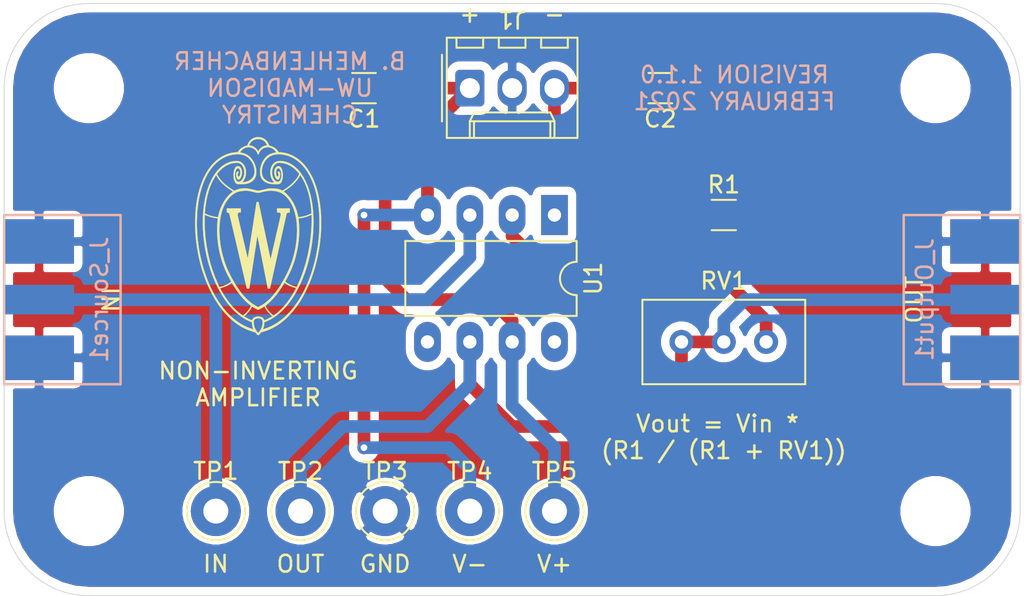
<source format=kicad_pcb>
(kicad_pcb (version 20171130) (host pcbnew 5.1.8+dfsg1-1+b1)

  (general
    (thickness 1.6)
    (drawings 21)
    (tracks 49)
    (zones 0)
    (modules 18)
    (nets 7)
  )

  (page USLetter)
  (title_block
    (title "DC Amplifier")
    (date 2021-02-01)
    (rev 1.1.0)
    (company "University of Wisconsin-Madison")
    (comment 1 "Department of Chemistry")
    (comment 2 "Goldsmith Group")
    (comment 3 "Brandon Mehlenbacher")
    (comment 4 bmehlenbache@wisc.edu)
  )

  (layers
    (0 F.Cu signal)
    (31 B.Cu signal)
    (32 B.Adhes user)
    (33 F.Adhes user)
    (34 B.Paste user)
    (35 F.Paste user)
    (36 B.SilkS user)
    (37 F.SilkS user)
    (38 B.Mask user)
    (39 F.Mask user)
    (40 Dwgs.User user)
    (41 Cmts.User user)
    (42 Eco1.User user)
    (43 Eco2.User user)
    (44 Edge.Cuts user)
    (45 Margin user)
    (46 B.CrtYd user)
    (47 F.CrtYd user)
    (48 B.Fab user)
    (49 F.Fab user hide)
  )

  (setup
    (last_trace_width 0.762)
    (trace_clearance 0.381)
    (zone_clearance 0.508)
    (zone_45_only no)
    (trace_min 0.2)
    (via_size 0.8)
    (via_drill 0.4)
    (via_min_size 0.4)
    (via_min_drill 0.3)
    (uvia_size 0.3)
    (uvia_drill 0.1)
    (uvias_allowed no)
    (uvia_min_size 0.2)
    (uvia_min_drill 0.1)
    (edge_width 0.05)
    (segment_width 0.2)
    (pcb_text_width 0.3)
    (pcb_text_size 1.5 1.5)
    (mod_edge_width 0.12)
    (mod_text_size 1 1)
    (mod_text_width 0.15)
    (pad_size 1.524 1.524)
    (pad_drill 0.762)
    (pad_to_mask_clearance 0)
    (aux_axis_origin 220.98 85.09)
    (visible_elements 7FFDFF7F)
    (pcbplotparams
      (layerselection 0x010f0_ffffffff)
      (usegerberextensions false)
      (usegerberattributes false)
      (usegerberadvancedattributes false)
      (creategerberjobfile false)
      (excludeedgelayer false)
      (linewidth 0.100000)
      (plotframeref false)
      (viasonmask false)
      (mode 1)
      (useauxorigin false)
      (hpglpennumber 1)
      (hpglpenspeed 20)
      (hpglpendiameter 15.000000)
      (psnegative false)
      (psa4output false)
      (plotreference true)
      (plotvalue false)
      (plotinvisibletext false)
      (padsonsilk true)
      (subtractmaskfromsilk false)
      (outputformat 1)
      (mirror false)
      (drillshape 0)
      (scaleselection 1)
      (outputdirectory "gerber"))
  )

  (net 0 "")
  (net 1 GND)
  (net 2 "Net-(J_Output1-Pad1)")
  (net 3 "Net-(J_Source1-Pad1)")
  (net 4 +15V)
  (net 5 -15V)
  (net 6 "Net-(R1-Pad1)")

  (net_class Default "This is the default net class."
    (clearance 0.381)
    (trace_width 0.762)
    (via_dia 0.8)
    (via_drill 0.4)
    (uvia_dia 0.3)
    (uvia_drill 0.1)
    (add_net +15V)
    (add_net -15V)
    (add_net GND)
    (add_net "Net-(J_Output1-Pad1)")
    (add_net "Net-(J_Source1-Pad1)")
    (add_net "Net-(R1-Pad1)")
  )

  (module 0732512120:0732512120 (layer B.Cu) (tedit 60184ED4) (tstamp 5DCB6031)
    (at 71.12 88.9 270)
    (path /5DCBED93)
    (fp_text reference J_Source1 (at 0 -5.715 270) (layer B.SilkS)
      (effects (font (size 1 1) (thickness 0.15)) (justify mirror))
    )
    (fp_text value Conn_Coaxial (at 0 -3.81 270) (layer B.Fab)
      (effects (font (size 1 1) (thickness 0.15)) (justify mirror))
    )
    (fp_line (start -5.08 -6.985) (end -5.08 0) (layer B.SilkS) (width 0.15))
    (fp_line (start 5.08 -6.985) (end -5.08 -6.985) (layer B.SilkS) (width 0.15))
    (fp_line (start 5.08 0) (end 5.08 -6.985) (layer B.SilkS) (width 0.15))
    (fp_line (start -5.08 0) (end 5.08 0) (layer B.SilkS) (width 0.15))
    (pad 1 smd rect (at 0 -2.0955 270) (size 1.778 4.191) (layers B.Cu B.Paste B.Mask)
      (net 3 "Net-(J_Source1-Pad1)"))
    (pad 2 smd rect (at 3.4925 -2.0955 270) (size 2.667 4.191) (layers B.Cu B.Paste B.Mask)
      (net 1 GND))
    (pad 2 smd rect (at -3.4925 -2.0955 270) (size 2.667 4.191) (layers B.Cu B.Paste B.Mask)
      (net 1 GND))
    (pad 2 smd rect (at 3.4925 -2.0955 270) (size 2.667 4.191) (layers F.Cu F.Paste F.Mask)
      (net 1 GND))
    (pad 2 smd rect (at -3.4925 -2.0955 270) (size 2.667 4.191) (layers F.Cu F.Paste F.Mask)
      (net 1 GND))
  )

  (module 0732512120:0732512120 (layer B.Cu) (tedit 60184ED4) (tstamp 5DCB6024)
    (at 132.08 88.9 90)
    (path /5DCC3F3A)
    (fp_text reference J_Output1 (at 0 -5.715 -90) (layer B.SilkS)
      (effects (font (size 1 1) (thickness 0.15)) (justify mirror))
    )
    (fp_text value Conn_Coaxial (at 0 -3.81 -90) (layer B.Fab)
      (effects (font (size 1 1) (thickness 0.15)) (justify mirror))
    )
    (fp_line (start -5.08 -6.985) (end -5.08 0) (layer B.SilkS) (width 0.15))
    (fp_line (start 5.08 -6.985) (end -5.08 -6.985) (layer B.SilkS) (width 0.15))
    (fp_line (start 5.08 0) (end 5.08 -6.985) (layer B.SilkS) (width 0.15))
    (fp_line (start -5.08 0) (end 5.08 0) (layer B.SilkS) (width 0.15))
    (pad 1 smd rect (at 0 -2.0955 90) (size 1.778 4.191) (layers B.Cu B.Paste B.Mask)
      (net 2 "Net-(J_Output1-Pad1)"))
    (pad 2 smd rect (at 3.4925 -2.0955 90) (size 2.667 4.191) (layers B.Cu B.Paste B.Mask)
      (net 1 GND))
    (pad 2 smd rect (at -3.4925 -2.0955 90) (size 2.667 4.191) (layers B.Cu B.Paste B.Mask)
      (net 1 GND))
    (pad 2 smd rect (at 3.4925 -2.0955 90) (size 2.667 4.191) (layers F.Cu F.Paste F.Mask)
      (net 1 GND))
    (pad 2 smd rect (at -3.4925 -2.0955 90) (size 2.667 4.191) (layers F.Cu F.Paste F.Mask)
      (net 1 GND))
  )

  (module footprints:logo locked (layer F.Cu) (tedit 0) (tstamp 6018BDA5)
    (at 86.36 85.09)
    (fp_text reference G*** (at 0 0) (layer F.SilkS) hide
      (effects (font (size 1.524 1.524) (thickness 0.3)))
    )
    (fp_text value LOGO (at 0.75 0) (layer F.SilkS) hide
      (effects (font (size 1.524 1.524) (thickness 0.3)))
    )
    (fp_poly (pts (xy 0.027014 -5.946009) (xy 0.072375 -5.943948) (xy 0.113794 -5.94022) (xy 0.148483 -5.93485)
      (xy 0.151395 -5.934241) (xy 0.230635 -5.912503) (xy 0.304009 -5.882562) (xy 0.37183 -5.844215)
      (xy 0.434414 -5.797261) (xy 0.492077 -5.741496) (xy 0.538895 -5.685111) (xy 0.560962 -5.65338)
      (xy 0.583934 -5.616121) (xy 0.606332 -5.576086) (xy 0.626682 -5.536028) (xy 0.643506 -5.498699)
      (xy 0.654383 -5.469803) (xy 0.65984 -5.453891) (xy 0.664296 -5.442286) (xy 0.666434 -5.438033)
      (xy 0.672382 -5.435867) (xy 0.685301 -5.43276) (xy 0.698942 -5.430041) (xy 0.739191 -5.420618)
      (xy 0.784524 -5.406563) (xy 0.831659 -5.389008) (xy 0.877314 -5.369085) (xy 0.881541 -5.367069)
      (xy 0.954134 -5.327705) (xy 1.021352 -5.282286) (xy 1.082191 -5.2317) (xy 1.135644 -5.176831)
      (xy 1.180704 -5.118567) (xy 1.201778 -5.084993) (xy 1.224618 -5.045395) (xy 1.279059 -5.042254)
      (xy 1.385529 -5.034225) (xy 1.484491 -5.022674) (xy 1.578105 -5.007197) (xy 1.668531 -4.987393)
      (xy 1.757931 -4.962857) (xy 1.830719 -4.939361) (xy 1.961526 -4.889124) (xy 2.088777 -4.829501)
      (xy 2.212356 -4.760666) (xy 2.332152 -4.682791) (xy 2.448049 -4.596051) (xy 2.559933 -4.500619)
      (xy 2.667691 -4.396668) (xy 2.771209 -4.28437) (xy 2.870372 -4.163901) (xy 2.965067 -4.035432)
      (xy 3.05518 -3.899138) (xy 3.140596 -3.755191) (xy 3.221201 -3.603765) (xy 3.296883 -3.445033)
      (xy 3.367526 -3.279169) (xy 3.433017 -3.106346) (xy 3.493241 -2.926737) (xy 3.548085 -2.740515)
      (xy 3.597435 -2.547854) (xy 3.641177 -2.348928) (xy 3.679196 -2.143908) (xy 3.682619 -2.12344)
      (xy 3.699612 -2.016122) (xy 3.714818 -1.909768) (xy 3.728415 -1.8027) (xy 3.740581 -1.693246)
      (xy 3.751495 -1.579728) (xy 3.761334 -1.460472) (xy 3.770276 -1.333802) (xy 3.775515 -1.24968)
      (xy 3.777014 -1.217947) (xy 3.77832 -1.177275) (xy 3.779431 -1.128886) (xy 3.78035 -1.074)
      (xy 3.781074 -1.013836) (xy 3.781606 -0.949616) (xy 3.781943 -0.88256) (xy 3.782087 -0.813888)
      (xy 3.782038 -0.744821) (xy 3.781795 -0.676578) (xy 3.781358 -0.61038) (xy 3.780728 -0.547447)
      (xy 3.779904 -0.489001) (xy 3.778887 -0.43626) (xy 3.777676 -0.390445) (xy 3.776271 -0.352777)
      (xy 3.775521 -0.33782) (xy 3.760706 -0.109746) (xy 3.742134 0.110657) (xy 3.719574 0.325248)
      (xy 3.692797 0.535882) (xy 3.661575 0.744418) (xy 3.625677 0.952712) (xy 3.598562 1.09474)
      (xy 3.54392 1.352528) (xy 3.483133 1.605889) (xy 3.416343 1.854551) (xy 3.34369 2.098243)
      (xy 3.265316 2.336694) (xy 3.181363 2.569632) (xy 3.091971 2.796785) (xy 2.997284 3.017883)
      (xy 2.897441 3.232653) (xy 2.792585 3.440825) (xy 2.682856 3.642126) (xy 2.568397 3.836286)
      (xy 2.449349 4.023033) (xy 2.325853 4.202096) (xy 2.198051 4.373202) (xy 2.066084 4.536082)
      (xy 1.930094 4.690462) (xy 1.790222 4.836073) (xy 1.64661 4.972641) (xy 1.520289 5.082593)
      (xy 1.383014 5.19166) (xy 1.241799 5.293264) (xy 1.097294 5.387063) (xy 0.950149 5.472714)
      (xy 0.801014 5.549876) (xy 0.65054 5.618204) (xy 0.499377 5.677358) (xy 0.348174 5.726995)
      (xy 0.240991 5.756312) (xy 0.177344 5.772251) (xy 0.161635 5.795083) (xy 0.144591 5.818346)
      (xy 0.12432 5.843671) (xy 0.102624 5.86902) (xy 0.081308 5.892358) (xy 0.062175 5.911647)
      (xy 0.047028 5.92485) (xy 0.046183 5.925479) (xy 0.023935 5.939595) (xy 0.005278 5.94582)
      (xy -0.012043 5.94457) (xy -0.025819 5.938815) (xy -0.039009 5.929444) (xy -0.056697 5.913706)
      (xy -0.077247 5.89333) (xy -0.099018 5.870045) (xy -0.120372 5.845582) (xy -0.13967 5.821669)
      (xy -0.14986 5.807911) (xy -0.162635 5.790384) (xy -0.172254 5.779308) (xy -0.181229 5.772702)
      (xy -0.192076 5.768586) (xy -0.2032 5.765887) (xy -0.227923 5.759853) (xy -0.260084 5.751219)
      (xy -0.297497 5.740636) (xy -0.337976 5.728759) (xy -0.379334 5.716241) (xy -0.419386 5.703736)
      (xy -0.455945 5.691897) (xy -0.486826 5.681377) (xy -0.491738 5.679629) (xy -0.657169 5.614883)
      (xy -0.819721 5.540418) (xy -0.979341 5.456275) (xy -1.135977 5.362493) (xy -1.289578 5.259114)
      (xy -1.44009 5.146177) (xy -1.587463 5.023722) (xy -1.731643 4.89179) (xy -1.872578 4.75042)
      (xy -2.010217 4.599654) (xy -2.144506 4.439531) (xy -2.210281 4.3561) (xy -2.335605 4.187017)
      (xy -2.457423 4.00887) (xy -2.575411 3.822241) (xy -2.689246 3.627715) (xy -2.798603 3.425873)
      (xy -2.90316 3.217302) (xy -3.002593 3.002583) (xy -3.096577 2.7823) (xy -3.131711 2.69494)
      (xy -3.232075 2.428042) (xy -3.324365 2.15571) (xy -3.408491 1.878589) (xy -3.484368 1.597325)
      (xy -3.551907 1.312562) (xy -3.611022 1.024947) (xy -3.661624 0.735126) (xy -3.703627 0.443744)
      (xy -3.736942 0.151446) (xy -3.761483 -0.141121) (xy -3.777162 -0.433312) (xy -3.783453 -0.705538)
      (xy -3.673713 -0.705538) (xy -3.671178 -0.540616) (xy -3.666007 -0.378636) (xy -3.658207 -0.222147)
      (xy -3.654756 -0.16764) (xy -3.629382 0.139241) (xy -3.594658 0.443647) (xy -3.550652 0.74527)
      (xy -3.497433 1.043805) (xy -3.43507 1.338945) (xy -3.363633 1.630384) (xy -3.283189 1.917816)
      (xy -3.193808 2.200935) (xy -3.095558 2.479434) (xy -3.009316 2.701931) (xy -2.944043 2.857947)
      (xy -2.873614 3.015661) (xy -2.799086 3.172941) (xy -2.721512 3.327656) (xy -2.641949 3.477674)
      (xy -2.561451 3.620864) (xy -2.517015 3.696182) (xy -2.400193 3.883112) (xy -2.279583 4.061375)
      (xy -2.155281 4.230884) (xy -2.027384 4.391555) (xy -1.895989 4.543304) (xy -1.761193 4.686046)
      (xy -1.623093 4.819697) (xy -1.481786 4.944171) (xy -1.337368 5.059386) (xy -1.189937 5.165255)
      (xy -1.039589 5.261695) (xy -0.886422 5.34862) (xy -0.730533 5.425947) (xy -0.572017 5.493591)
      (xy -0.410973 5.551467) (xy -0.377957 5.562023) (xy -0.350619 5.570486) (xy -0.326448 5.577788)
      (xy -0.307203 5.583411) (xy -0.294643 5.586839) (xy -0.290762 5.587656) (xy -0.287612 5.585383)
      (xy -0.289503 5.576908) (xy -0.292791 5.56895) (xy -0.303253 5.543084) (xy -0.314991 5.510389)
      (xy -0.327029 5.473943) (xy -0.338394 5.436824) (xy -0.348111 5.402111) (xy -0.355205 5.372883)
      (xy -0.355902 5.36956) (xy -0.360734 5.341076) (xy -0.365067 5.306556) (xy -0.368436 5.270119)
      (xy -0.370097 5.243042) (xy -0.37311 5.175868) (xy -0.263095 5.175868) (xy -0.262837 5.220783)
      (xy -0.262663 5.22478) (xy -0.253573 5.311631) (xy -0.234536 5.398713) (xy -0.205736 5.485497)
      (xy -0.167358 5.57146) (xy -0.119587 5.656074) (xy -0.101133 5.684601) (xy -0.075674 5.721751)
      (xy -0.054266 5.750462) (xy -0.036083 5.771208) (xy -0.020301 5.784465) (xy -0.006093 5.790707)
      (xy 0.007365 5.790408) (xy 0.020899 5.784043) (xy 0.035334 5.772087) (xy 0.04104 5.766369)
      (xy 0.058353 5.746242) (xy 0.078748 5.719034) (xy 0.100884 5.686807) (xy 0.12342 5.651627)
      (xy 0.145014 5.615558) (xy 0.164324 5.580663) (xy 0.173723 5.562235) (xy 0.203997 5.493853)
      (xy 0.229291 5.42286) (xy 0.248108 5.353495) (xy 0.249129 5.348877) (xy 0.256248 5.307133)
      (xy 0.260882 5.26044) (xy 0.263034 5.211358) (xy 0.262707 5.162448) (xy 0.259904 5.11627)
      (xy 0.254628 5.075385) (xy 0.248779 5.048745) (xy 0.238121 5.027399) (xy 0.218756 5.006104)
      (xy 0.192095 4.985838) (xy 0.159549 4.967578) (xy 0.122527 4.952301) (xy 0.09906 4.945055)
      (xy 0.080157 4.941112) (xy 0.055259 4.937526) (xy 0.028527 4.934852) (xy 0.016653 4.934075)
      (xy -0.028475 4.934554) (xy -0.072822 4.940308) (xy -0.115061 4.950741) (xy -0.153865 4.965259)
      (xy -0.187906 4.983267) (xy -0.215859 5.00417) (xy -0.236395 5.027373) (xy -0.248188 5.052282)
      (xy -0.248346 5.052869) (xy -0.255563 5.088474) (xy -0.260575 5.13062) (xy -0.263095 5.175868)
      (xy -0.37311 5.175868) (xy -0.37338 5.169864) (xy -0.459409 5.135256) (xy -0.604078 5.071754)
      (xy -0.747061 4.998378) (xy -0.888112 4.91531) (xy -1.026984 4.822733) (xy -1.037208 4.815097)
      (xy -0.838788 4.815097) (xy -0.837274 4.818565) (xy -0.827269 4.826102) (xy -0.80956 4.837446)
      (xy -0.785514 4.851829) (xy -0.756498 4.868483) (xy -0.72388 4.886639) (xy -0.689026 4.905529)
      (xy -0.653305 4.924384) (xy -0.618082 4.942437) (xy -0.60706 4.947958) (xy -0.578468 4.961918)
      (xy -0.546992 4.976819) (xy -0.514077 4.992026) (xy -0.481168 5.006903) (xy -0.449708 5.020815)
      (xy -0.421141 5.033124) (xy -0.396913 5.043195) (xy -0.378466 5.050392) (xy -0.367245 5.054079)
      (xy -0.365299 5.054422) (xy -0.362628 5.050025) (xy -0.358943 5.038521) (xy -0.356315 5.02793)
      (xy -0.342084 4.987272) (xy -0.318707 4.950049) (xy -0.286732 4.916653) (xy -0.246706 4.887474)
      (xy -0.199176 4.862904) (xy -0.144689 4.843332) (xy -0.083793 4.829151) (xy -0.0762 4.82785)
      (xy -0.022519 4.822661) (xy 0.033329 4.823953) (xy 0.089522 4.831256) (xy 0.144237 4.8441)
      (xy 0.195652 4.862013) (xy 0.241944 4.884526) (xy 0.28129 4.911169) (xy 0.295672 4.923828)
      (xy 0.318311 4.949554) (xy 0.337647 4.979093) (xy 0.351848 5.009244) (xy 0.358667 5.033893)
      (xy 0.361164 5.046718) (xy 0.363446 5.053984) (xy 0.364044 5.0546) (xy 0.372258 5.052515)
      (xy 0.388243 5.046667) (xy 0.410599 5.037666) (xy 0.437924 5.026122) (xy 0.468818 5.012645)
      (xy 0.501881 4.997845) (xy 0.535713 4.982332) (xy 0.568913 4.966715) (xy 0.5969 4.953173)
      (xy 0.628547 4.937288) (xy 0.662414 4.919719) (xy 0.69714 4.901227) (xy 0.731369 4.882571)
      (xy 0.763741 4.864513) (xy 0.792899 4.847812) (xy 0.817483 4.83323) (xy 0.836137 4.821527)
      (xy 0.8475 4.813462) (xy 0.849256 4.811895) (xy 0.847459 4.807148) (xy 0.83923 4.798037)
      (xy 0.826231 4.786345) (xy 0.822942 4.783641) (xy 0.762409 4.731521) (xy 0.700954 4.672794)
      (xy 0.640569 4.609641) (xy 0.583245 4.544242) (xy 0.530976 4.478777) (xy 0.485752 4.415428)
      (xy 0.483463 4.41198) (xy 0.471811 4.393465) (xy 0.457818 4.36986) (xy 0.442503 4.343036)
      (xy 0.426882 4.314863) (xy 0.411973 4.287213) (xy 0.398795 4.261958) (xy 0.388365 4.240969)
      (xy 0.381701 4.226117) (xy 0.380341 4.222386) (xy 0.375405 4.221949) (xy 0.362832 4.227877)
      (xy 0.34255 4.240208) (xy 0.322442 4.253542) (xy 0.290622 4.27435) (xy 0.255391 4.296019)
      (xy 0.218026 4.317886) (xy 0.179806 4.339286) (xy 0.142008 4.359556) (xy 0.10591 4.378033)
      (xy 0.072791 4.394052) (xy 0.043928 4.406951) (xy 0.0206 4.416065) (xy 0.004083 4.42073)
      (xy -0.000433 4.421204) (xy -0.011994 4.418736) (xy -0.030962 4.411681) (xy -0.056052 4.400715)
      (xy -0.085981 4.386513) (xy -0.119463 4.369752) (xy -0.155216 4.351107) (xy -0.191954 4.331254)
      (xy -0.228393 4.310867) (xy -0.26325 4.290624) (xy -0.29524 4.2712) (xy -0.323078 4.25327)
      (xy -0.334581 4.245398) (xy -0.366902 4.222725) (xy -0.401099 4.290342) (xy -0.445267 4.369312)
      (xy -0.498171 4.449398) (xy -0.558692 4.529233) (xy -0.625713 4.607453) (xy -0.698117 4.682694)
      (xy -0.774785 4.753592) (xy -0.794094 4.770146) (xy -0.814928 4.788053) (xy -0.828687 4.800802)
      (xy -0.836322 4.80946) (xy -0.838788 4.815097) (xy -1.037208 4.815097) (xy -1.16343 4.72083)
      (xy -1.297204 4.609783) (xy -1.428059 4.489776) (xy -1.555749 4.360992) (xy -1.664205 4.2418)
      (xy -1.793445 4.08719) (xy -1.918665 3.92343) (xy -2.039738 3.750752) (xy -2.156538 3.569391)
      (xy -2.268939 3.379579) (xy -2.376815 3.181551) (xy -2.404498 3.1263) (xy -2.277705 3.1263)
      (xy -2.275074 3.133153) (xy -2.268099 3.147587) (xy -2.257458 3.168351) (xy -2.24383 3.194195)
      (xy -2.227895 3.22387) (xy -2.21033 3.256124) (xy -2.191817 3.289707) (xy -2.173032 3.32337)
      (xy -2.154655 3.35586) (xy -2.137366 3.38593) (xy -2.128256 3.401509) (xy -2.029009 3.564428)
      (xy -1.928635 3.718012) (xy -1.826523 3.863076) (xy -1.722065 4.00043) (xy -1.61465 4.130887)
      (xy -1.503668 4.255261) (xy -1.42748 4.335113) (xy -1.320014 4.440949) (xy -1.213764 4.537749)
      (xy -1.10772 4.62639) (xy -1.000867 4.707749) (xy -0.978509 4.723793) (xy -0.953283 4.741508)
      (xy -0.934894 4.753824) (xy -0.922052 4.761441) (xy -0.913471 4.765061) (xy -0.907862 4.765386)
      (xy -0.904849 4.763904) (xy -0.897771 4.758226) (xy -0.884793 4.747636) (xy -0.867836 4.733705)
      (xy -0.8509 4.719727) (xy -0.832404 4.703743) (xy -0.808934 4.682426) (xy -0.782588 4.657739)
      (xy -0.755462 4.631646) (xy -0.731441 4.607905) (xy -0.661425 4.53409) (xy -0.600271 4.461871)
      (xy -0.54708 4.390037) (xy -0.500948 4.317376) (xy -0.463252 4.247309) (xy -0.429579 4.179158)
      (xy -0.444333 4.168569) (xy -0.453243 4.161867) (xy -0.46839 4.15015) (xy -0.488073 4.134744)
      (xy -0.510593 4.116979) (xy -0.526143 4.10464) (xy -0.632771 4.015045) (xy -0.739748 3.915703)
      (xy -0.846753 3.807006) (xy -0.953463 3.689343) (xy -1.059556 3.563106) (xy -1.164709 3.428686)
      (xy -1.268599 3.286473) (xy -1.370906 3.136858) (xy -1.471304 2.980233) (xy -1.521454 2.89814)
      (xy -1.537996 2.870689) (xy -1.552841 2.846183) (xy -1.56517 2.825966) (xy -1.574164 2.811379)
      (xy -1.579002 2.803765) (xy -1.579519 2.803044) (xy -1.584564 2.804363) (xy -1.595461 2.81097)
      (xy -1.610277 2.821628) (xy -1.61808 2.827714) (xy -1.694625 2.883366) (xy -1.77989 2.935183)
      (xy -1.873037 2.982775) (xy -1.973228 3.025752) (xy -2.079624 3.063724) (xy -2.191388 3.0963)
      (xy -2.19964 3.098432) (xy -2.231014 3.106725) (xy -2.253472 3.113316) (xy -2.268046 3.118573)
      (xy -2.275768 3.122865) (xy -2.277705 3.1263) (xy -2.404498 3.1263) (xy -2.480038 2.975539)
      (xy -2.578483 2.761778) (xy -2.672022 2.5405) (xy -2.760531 2.31194) (xy -2.843881 2.07633)
      (xy -2.855434 2.041887) (xy -2.944344 1.75957) (xy -3.023916 1.474332) (xy -3.094196 1.185918)
      (xy -3.155235 0.894075) (xy -3.207079 0.59855) (xy -3.249777 0.299091) (xy -3.283377 -0.004557)
      (xy -3.307927 -0.312646) (xy -3.309993 -0.34544) (xy -3.312472 -0.392721) (xy -3.314683 -0.448552)
      (xy -3.31661 -0.511327) (xy -3.318239 -0.579438) (xy -3.319552 -0.651279) (xy -3.320536 -0.725244)
      (xy -3.321174 -0.799725) (xy -3.321332 -0.841973) (xy -3.209194 -0.841973) (xy -3.209048 -0.788059)
      (xy -3.208726 -0.736514) (xy -3.208221 -0.688478) (xy -3.207527 -0.645089) (xy -3.206638 -0.607486)
      (xy -3.205955 -0.58674) (xy -3.190077 -0.286854) (xy -3.165274 0.010769) (xy -3.131629 0.305784)
      (xy -3.089222 0.597845) (xy -3.038137 0.886607) (xy -2.978456 1.171725) (xy -2.91026 1.452853)
      (xy -2.833633 1.729646) (xy -2.748655 2.001759) (xy -2.655409 2.268846) (xy -2.553978 2.530562)
      (xy -2.444444 2.786562) (xy -2.360204 2.96799) (xy -2.344827 2.999367) (xy -2.332861 3.022212)
      (xy -2.323807 3.037367) (xy -2.317163 3.045676) (xy -2.312748 3.048) (xy -2.304731 3.046791)
      (xy -2.288935 3.043473) (xy -2.267415 3.038508) (xy -2.242221 3.032358) (xy -2.233477 3.030154)
      (xy -2.125946 2.999723) (xy -2.023644 2.964525) (xy -1.927412 2.924949) (xy -1.838094 2.88139)
      (xy -1.756532 2.834237) (xy -1.683571 2.783885) (xy -1.654537 2.760922) (xy -1.619973 2.732364)
      (xy -1.641502 2.693332) (xy -1.670717 2.640111) (xy -1.696992 2.591632) (xy -1.721552 2.545552)
      (xy -1.745623 2.49953) (xy -1.770431 2.451222) (xy -1.797201 2.398287) (xy -1.825418 2.34188)
      (xy -1.87316 2.244946) (xy -1.916217 2.155014) (xy -1.955274 2.07046) (xy -1.991016 1.989661)
      (xy -2.024127 1.910992) (xy -2.055294 1.832831) (xy -2.0852 1.753554) (xy -2.11453 1.671536)
      (xy -2.141488 1.59258) (xy -2.214857 1.359193) (xy -2.278555 1.126055) (xy -2.332781 0.892148)
      (xy -2.377738 0.656454) (xy -2.413628 0.417955) (xy -2.44065 0.175631) (xy -2.453754 0.0127)
      (xy -2.457533 -0.05235) (xy -2.460512 -0.124107) (xy -2.46269 -0.200782) (xy -2.464066 -0.280584)
      (xy -2.464114 -0.28748) (xy -2.323122 -0.28748) (xy -2.319237 -0.134067) (xy -2.311313 0.02108)
      (xy -2.299349 0.176444) (xy -2.298299 0.18796) (xy -2.275639 0.392471) (xy -2.245413 0.598128)
      (xy -2.207933 0.803734) (xy -2.163508 1.008091) (xy -2.112449 1.210001) (xy -2.055066 1.408268)
      (xy -1.99167 1.601694) (xy -1.922572 1.789081) (xy -1.848082 1.969233) (xy -1.820209 2.031638)
      (xy -1.730118 2.222834) (xy -1.636355 2.409349) (xy -1.539376 2.59041) (xy -1.439636 2.765245)
      (xy -1.337593 2.933082) (xy -1.2337 3.09315) (xy -1.128414 3.244677) (xy -1.022191 3.386891)
      (xy -1.013138 3.39852) (xy -0.931864 3.498966) (xy -0.846924 3.597123) (xy -0.759613 3.691653)
      (xy -0.671224 3.781222) (xy -0.583053 3.864491) (xy -0.496394 3.940127) (xy -0.457931 3.97156)
      (xy -0.424792 3.997068) (xy -0.385743 4.025545) (xy -0.343017 4.055486) (xy -0.298845 4.085383)
      (xy -0.255459 4.113732) (xy -0.215093 4.139027) (xy -0.179977 4.159762) (xy -0.173882 4.163173)
      (xy -0.149094 4.176482) (xy -0.121651 4.190539) (xy -0.093221 4.204563) (xy -0.065474 4.217774)
      (xy -0.04008 4.229391) (xy -0.018709 4.238635) (xy -0.00303 4.244724) (xy 0.005223 4.24688)
      (xy 0.011928 4.244696) (xy 0.026235 4.238593) (xy 0.046683 4.229244) (xy 0.071812 4.217321)
      (xy 0.100161 4.203497) (xy 0.10937 4.198933) (xy 0.155786 4.174876) (xy 0.441963 4.174876)
      (xy 0.444085 4.180428) (xy 0.449917 4.193371) (xy 0.458663 4.211995) (xy 0.469524 4.234586)
      (xy 0.474278 4.24434) (xy 0.521362 4.330364) (xy 0.578243 4.415947) (xy 0.645019 4.501214)
      (xy 0.721786 4.586292) (xy 0.78486 4.64899) (xy 0.800865 4.663913) (xy 0.819944 4.681209)
      (xy 0.840652 4.699623) (xy 0.861539 4.717903) (xy 0.881161 4.734796) (xy 0.898068 4.749049)
      (xy 0.910815 4.759409) (xy 0.917953 4.764622) (xy 0.918834 4.765) (xy 0.923565 4.762293)
      (xy 0.93447 4.755063) (xy 0.949466 4.744702) (xy 0.954394 4.741232) (xy 1.093013 4.637271)
      (xy 1.228432 4.523744) (xy 1.360565 4.400753) (xy 1.489326 4.268404) (xy 1.614629 4.1268)
      (xy 1.736388 3.976045) (xy 1.854517 3.816244) (xy 1.968932 3.6475) (xy 2.079545 3.469917)
      (xy 2.186271 3.283599) (xy 2.239799 3.184066) (xy 2.276473 3.114392) (xy 2.262186 3.111183)
      (xy 2.16506 3.086449) (xy 2.069168 3.056365) (xy 1.975901 3.021554) (xy 1.886654 2.982639)
      (xy 1.80282 2.940243) (xy 1.725792 2.89499) (xy 1.656964 2.847501) (xy 1.635844 2.83109)
      (xy 1.617245 2.81675) (xy 1.601405 2.805628) (xy 1.589997 2.798826) (xy 1.584698 2.797445)
      (xy 1.584692 2.797451) (xy 1.581012 2.802844) (xy 1.57292 2.815665) (xy 1.561211 2.834619)
      (xy 1.546684 2.858411) (xy 1.530134 2.885746) (xy 1.521145 2.90068) (xy 1.460575 2.99905)
      (xy 1.395521 3.100208) (xy 1.327681 3.201657) (xy 1.258751 3.3009) (xy 1.190429 3.395441)
      (xy 1.131581 3.473515) (xy 1.042153 3.585753) (xy 0.950316 3.693723) (xy 0.856971 3.796495)
      (xy 0.763015 3.893141) (xy 0.669349 3.982733) (xy 0.576872 4.064342) (xy 0.49607 4.129682)
      (xy 0.476198 4.145263) (xy 0.459609 4.158729) (xy 0.447785 4.168841) (xy 0.442208 4.174362)
      (xy 0.441963 4.174876) (xy 0.155786 4.174876) (xy 0.178722 4.162989) (xy 0.243389 4.126263)
      (xy 0.3057 4.087245) (xy 0.367988 4.04442) (xy 0.432585 3.996277) (xy 0.4826 3.956855)
      (xy 0.591519 3.864166) (xy 0.70007 3.76156) (xy 0.808078 3.64928) (xy 0.915364 3.527566)
      (xy 1.021754 3.396662) (xy 1.12707 3.256808) (xy 1.231136 3.108247) (xy 1.333775 2.951219)
      (xy 1.434811 2.785968) (xy 1.469777 2.724941) (xy 1.624286 2.724941) (xy 1.643993 2.741856)
      (xy 1.721772 2.802342) (xy 1.808353 2.857853) (xy 1.903659 2.908351) (xy 2.007611 2.953799)
      (xy 2.120132 2.994157) (xy 2.224303 3.024931) (xy 2.249435 3.031476) (xy 2.271895 3.036942)
      (xy 2.289407 3.040799) (xy 2.29969 3.04252) (xy 2.300344 3.042558) (xy 2.304788 3.041761)
      (xy 2.309482 3.038342) (xy 2.315113 3.031172) (xy 2.322373 3.019125) (xy 2.331948 3.001072)
      (xy 2.344529 2.975886) (xy 2.358052 2.948126) (xy 2.419951 2.815865) (xy 2.481705 2.675227)
      (xy 2.5426 2.527978) (xy 2.601925 2.375882) (xy 2.658965 2.220708) (xy 2.703201 2.093389)
      (xy 2.795384 1.805269) (xy 2.878474 1.512822) (xy 2.952412 1.216364) (xy 3.017139 0.916213)
      (xy 3.072599 0.612688) (xy 3.118732 0.306106) (xy 3.155481 -0.003214) (xy 3.182787 -0.314955)
      (xy 3.200321 -0.6223) (xy 3.201245 -0.648993) (xy 3.202086 -0.682457) (xy 3.202839 -0.721627)
      (xy 3.203501 -0.76544) (xy 3.204069 -0.812832) (xy 3.20454 -0.862741) (xy 3.204911 -0.914101)
      (xy 3.205176 -0.965851) (xy 3.205335 -1.016926) (xy 3.205382 -1.066262) (xy 3.205315 -1.112796)
      (xy 3.205131 -1.155465) (xy 3.204825 -1.193204) (xy 3.204394 -1.22495) (xy 3.203836 -1.24964)
      (xy 3.203146 -1.266211) (xy 3.202396 -1.27336) (xy 3.200662 -1.278268) (xy 3.197541 -1.280434)
      (xy 3.191193 -1.279494) (xy 3.17978 -1.275086) (xy 3.161463 -1.266844) (xy 3.155475 -1.26409)
      (xy 3.017113 -1.205957) (xy 2.875121 -1.157239) (xy 2.730063 -1.118099) (xy 2.582504 -1.088697)
      (xy 2.502227 -1.076958) (xy 2.474857 -1.073397) (xy 2.451332 -1.070216) (xy 2.433359 -1.067657)
      (xy 2.422647 -1.065961) (xy 2.420388 -1.065434) (xy 2.4207 -1.060261) (xy 2.42217 -1.046875)
      (xy 2.424577 -1.027131) (xy 2.427702 -1.002881) (xy 2.428784 -0.994717) (xy 2.446208 -0.840196)
      (xy 2.458329 -0.678298) (xy 2.465149 -0.510311) (xy 2.466672 -0.337523) (xy 2.462902 -0.161221)
      (xy 2.453841 0.017308) (xy 2.439493 0.196776) (xy 2.425384 0.3302) (xy 2.396835 0.54183)
      (xy 2.360804 0.753478) (xy 2.317603 0.963989) (xy 2.267544 1.172211) (xy 2.210936 1.376989)
      (xy 2.148091 1.577169) (xy 2.079321 1.771598) (xy 2.004935 1.959121) (xy 1.955581 2.07264)
      (xy 1.939413 2.107786) (xy 1.91935 2.150191) (xy 1.89615 2.198341) (xy 1.870571 2.250721)
      (xy 1.843372 2.305815) (xy 1.815309 2.36211) (xy 1.787142 2.418089) (xy 1.759629 2.47224)
      (xy 1.733527 2.523045) (xy 1.709595 2.568992) (xy 1.688592 2.608565) (xy 1.673484 2.63628)
      (xy 1.624286 2.724941) (xy 1.469777 2.724941) (xy 1.534067 2.612735) (xy 1.631366 2.431761)
      (xy 1.711773 2.2733) (xy 1.754129 2.186835) (xy 1.792113 2.107538) (xy 1.826422 2.033774)
      (xy 1.857755 1.963907) (xy 1.88681 1.896301) (xy 1.914287 1.829321) (xy 1.940884 1.761331)
      (xy 1.9673 1.690695) (xy 1.994232 1.615779) (xy 2.001842 1.594154) (xy 2.061644 1.412896)
      (xy 2.115764 1.227101) (xy 2.164094 1.037705) (xy 2.206529 0.845642) (xy 2.242964 0.651849)
      (xy 2.273293 0.457259) (xy 2.29741 0.26281) (xy 2.315211 0.069434) (xy 2.326588 -0.121931)
      (xy 2.331438 -0.310351) (xy 2.329654 -0.494891) (xy 2.32113 -0.674615) (xy 2.305761 -0.848589)
      (xy 2.290881 -0.966403) (xy 2.264018 -1.12971) (xy 2.231113 -1.286448) (xy 2.192269 -1.436423)
      (xy 2.147585 -1.579442) (xy 2.097164 -1.715311) (xy 2.041106 -1.843838) (xy 1.979512 -1.96483)
      (xy 1.912484 -2.078092) (xy 1.840123 -2.183433) (xy 1.762529 -2.280659) (xy 1.679806 -2.369577)
      (xy 1.592052 -2.449994) (xy 1.49937 -2.521716) (xy 1.46304 -2.546546) (xy 1.396368 -2.586415)
      (xy 1.324871 -2.621057) (xy 1.247656 -2.650771) (xy 1.163827 -2.675852) (xy 1.1113 -2.687783)
      (xy 1.532658 -2.687783) (xy 1.53441 -2.683082) (xy 1.542764 -2.674341) (xy 1.55599 -2.663334)
      (xy 1.558058 -2.661768) (xy 1.653321 -2.584485) (xy 1.745004 -2.498174) (xy 1.832727 -2.403453)
      (xy 1.916108 -2.300939) (xy 1.994764 -2.191248) (xy 2.068315 -2.074998) (xy 2.136377 -1.952806)
      (xy 2.19857 -1.825287) (xy 2.254511 -1.693061) (xy 2.303819 -1.556742) (xy 2.346112 -1.416948)
      (xy 2.35913 -1.367535) (xy 2.365425 -1.341934) (xy 2.372372 -1.312409) (xy 2.379598 -1.28069)
      (xy 2.38673 -1.248507) (xy 2.393395 -1.217592) (xy 2.39922 -1.189675) (xy 2.403831 -1.166487)
      (xy 2.406855 -1.149757) (xy 2.40792 -1.141284) (xy 2.412652 -1.141004) (xy 2.425686 -1.142027)
      (xy 2.445282 -1.144131) (xy 2.469695 -1.147095) (xy 2.497184 -1.150699) (xy 2.526007 -1.15472)
      (xy 2.554421 -1.158938) (xy 2.580684 -1.163131) (xy 2.58318 -1.163549) (xy 2.643655 -1.175099)
      (xy 2.709998 -1.190155) (xy 2.778892 -1.207874) (xy 2.847024 -1.22741) (xy 2.90068 -1.244421)
      (xy 2.93913 -1.257767) (xy 2.980778 -1.273163) (xy 3.023589 -1.289778) (xy 3.065528 -1.306781)
      (xy 3.10456 -1.323342) (xy 3.138651 -1.33863) (xy 3.165764 -1.351815) (xy 3.17246 -1.355359)
      (xy 3.19786 -1.369175) (xy 3.196295 -1.412298) (xy 3.195394 -1.431504) (xy 3.193855 -1.458275)
      (xy 3.19184 -1.490049) (xy 3.189512 -1.524261) (xy 3.187322 -1.55448) (xy 3.168234 -1.762333)
      (xy 3.142486 -1.965041) (xy 3.110174 -2.162298) (xy 3.071389 -2.353796) (xy 3.026226 -2.539229)
      (xy 2.974778 -2.718288) (xy 2.917138 -2.890667) (xy 2.8534 -3.056059) (xy 2.783657 -3.214155)
      (xy 2.708003 -3.36465) (xy 2.62653 -3.507235) (xy 2.56385 -3.60553) (xy 2.54907 -3.627411)
      (xy 2.536251 -3.645917) (xy 2.526442 -3.659569) (xy 2.520696 -3.666884) (xy 2.519715 -3.667714)
      (xy 2.51663 -3.663389) (xy 2.510474 -3.651821) (xy 2.502302 -3.635048) (xy 2.497393 -3.624483)
      (xy 2.464749 -3.560451) (xy 2.423876 -3.492709) (xy 2.375537 -3.422279) (xy 2.320496 -3.350182)
      (xy 2.259514 -3.277439) (xy 2.193355 -3.205072) (xy 2.153987 -3.164748) (xy 2.042427 -3.059252)
      (xy 1.923388 -2.958564) (xy 1.796205 -2.862164) (xy 1.660215 -2.769528) (xy 1.614883 -2.74069)
      (xy 1.589637 -2.724812) (xy 1.567332 -2.71064) (xy 1.549418 -2.699106) (xy 1.537349 -2.691145)
      (xy 1.532658 -2.687783) (xy 1.1113 -2.687783) (xy 1.07249 -2.696598) (xy 0.972751 -2.713306)
      (xy 0.9525 -2.716085) (xy 0.915053 -2.719956) (xy 0.870417 -2.722791) (xy 0.820935 -2.724588)
      (xy 0.768949 -2.725346) (xy 0.716804 -2.725062) (xy 0.666841 -2.723736) (xy 0.621405 -2.721364)
      (xy 0.582839 -2.717947) (xy 0.57044 -2.716368) (xy 0.511998 -2.7072) (xy 0.450159 -2.695683)
      (xy 0.383112 -2.681446) (xy 0.309046 -2.664119) (xy 0.2794 -2.656826) (xy 0.218535 -2.641898)
      (xy 0.166284 -2.629641) (xy 0.121502 -2.619895) (xy 0.083042 -2.612502) (xy 0.049761 -2.607304)
      (xy 0.020512 -2.604141) (xy -0.005848 -2.602855) (xy -0.030465 -2.603288) (xy -0.054484 -2.60528)
      (xy -0.073918 -2.607872) (xy -0.092038 -2.611127) (xy -0.118231 -2.616524) (xy -0.150732 -2.623665)
      (xy -0.187777 -2.632151) (xy -0.227602 -2.641584) (xy -0.268442 -2.651566) (xy -0.278295 -2.654024)
      (xy -0.355046 -2.672759) (xy -0.4236 -2.688369) (xy -0.485362 -2.70105) (xy -0.541739 -2.710997)
      (xy -0.594134 -2.718407) (xy -0.643953 -2.723476) (xy -0.692602 -2.726399) (xy -0.741485 -2.727373)
      (xy -0.792007 -2.726592) (xy -0.797509 -2.726415) (xy -0.902826 -2.71981) (xy -1.005151 -2.70734)
      (xy -1.102971 -2.68928) (xy -1.194775 -2.665908) (xy -1.275394 -2.638901) (xy -1.356512 -2.603068)
      (xy -1.437413 -2.557603) (xy -1.517475 -2.503027) (xy -1.596076 -2.439861) (xy -1.672596 -2.368624)
      (xy -1.746412 -2.289838) (xy -1.816903 -2.204023) (xy -1.85348 -2.154787) (xy -1.921413 -2.052432)
      (xy -1.984747 -1.941488) (xy -2.043288 -1.82252) (xy -2.096843 -1.696093) (xy -2.145219 -1.562773)
      (xy -2.188223 -1.423125) (xy -2.225661 -1.277715) (xy -2.257341 -1.127109) (xy -2.283068 -0.971871)
      (xy -2.298262 -0.85344) (xy -2.310536 -0.72214) (xy -2.318771 -0.583034) (xy -2.322966 -0.437642)
      (xy -2.323122 -0.28748) (xy -2.464114 -0.28748) (xy -2.464641 -0.361722) (xy -2.464414 -0.442406)
      (xy -2.463384 -0.520844) (xy -2.461552 -0.595247) (xy -2.458918 -0.663824) (xy -2.45548 -0.724783)
      (xy -2.45387 -0.74676) (xy -2.450556 -0.786206) (xy -2.446679 -0.828309) (xy -2.442423 -0.871391)
      (xy -2.437975 -0.913773) (xy -2.433518 -0.953775) (xy -2.429237 -0.989719) (xy -2.425318 -1.019926)
      (xy -2.421944 -1.042716) (xy -2.420226 -1.052298) (xy -2.419254 -1.059637) (xy -2.421489 -1.063983)
      (xy -2.429045 -1.066552) (xy -2.444036 -1.068561) (xy -2.449544 -1.069155) (xy -2.482193 -1.07313)
      (xy -2.521597 -1.078693) (xy -2.564702 -1.085347) (xy -2.608457 -1.092594) (xy -2.649808 -1.099936)
      (xy -2.685704 -1.106878) (xy -2.701191 -1.110161) (xy -2.775153 -1.128051) (xy -2.851417 -1.149341)
      (xy -2.927772 -1.173279) (xy -3.002009 -1.199109) (xy -3.07192 -1.226077) (xy -3.135293 -1.253431)
      (xy -3.170558 -1.270365) (xy -3.199135 -1.284748) (xy -3.2023 -1.260864) (xy -3.20358 -1.245899)
      (xy -3.204745 -1.221913) (xy -3.20579 -1.190047) (xy -3.206707 -1.151437) (xy -3.207491 -1.107224)
      (xy -3.208135 -1.058547) (xy -3.208633 -1.006544) (xy -3.20898 -0.952355) (xy -3.209169 -0.897119)
      (xy -3.209194 -0.841973) (xy -3.321332 -0.841973) (xy -3.32145 -0.873116) (xy -3.321349 -0.94381)
      (xy -3.320857 -1.010201) (xy -3.319956 -1.070681) (xy -3.318632 -1.123645) (xy -3.317754 -1.14808)
      (xy -3.305725 -1.366487) (xy -3.196709 -1.366487) (xy -3.133785 -1.33644) (xy -3.020157 -1.286425)
      (xy -2.903137 -1.243425) (xy -2.78163 -1.207136) (xy -2.654541 -1.177255) (xy -2.520776 -1.153477)
      (xy -2.43078 -1.141276) (xy -2.418737 -1.139732) (xy -2.411827 -1.138682) (xy -2.408039 -1.14232)
      (xy -2.405653 -1.14935) (xy -2.403718 -1.158876) (xy -2.400387 -1.175803) (xy -2.396163 -1.197553)
      (xy -2.392488 -1.21666) (xy -2.376795 -1.290085) (xy -2.356909 -1.369469) (xy -2.33368 -1.451953)
      (xy -2.307959 -1.534678) (xy -2.280596 -1.614783) (xy -2.252442 -1.68941) (xy -2.250155 -1.695123)
      (xy -2.233121 -1.735544) (xy -2.212159 -1.782234) (xy -2.188485 -1.832703) (xy -2.163318 -1.884459)
      (xy -2.137873 -1.935011) (xy -2.113368 -1.981869) (xy -2.091021 -2.02254) (xy -2.085431 -2.032282)
      (xy -2.019562 -2.139073) (xy -1.948317 -2.242065) (xy -1.872645 -2.340135) (xy -1.793493 -2.432158)
      (xy -1.711811 -2.517012) (xy -1.628548 -2.593572) (xy -1.573128 -2.63906) (xy -1.552439 -2.655368)
      (xy -1.534918 -2.669463) (xy -1.521983 -2.68018) (xy -1.515057 -2.686352) (xy -1.514279 -2.68732)
      (xy -1.518228 -2.690811) (xy -1.52906 -2.698014) (xy -1.54481 -2.707652) (xy -1.553273 -2.712615)
      (xy -1.578233 -2.72765) (xy -1.609622 -2.747465) (xy -1.645655 -2.77086) (xy -1.684547 -2.796636)
      (xy -1.724515 -2.823591) (xy -1.763774 -2.850527) (xy -1.800539 -2.876242) (xy -1.833026 -2.899536)
      (xy -1.85166 -2.913304) (xy -1.947425 -2.988224) (xy -2.038662 -3.065588) (xy -2.124718 -3.144686)
      (xy -2.204937 -3.224808) (xy -2.278665 -3.305246) (xy -2.345246 -3.385288) (xy -2.404025 -3.464226)
      (xy -2.454348 -3.541351) (xy -2.489903 -3.604794) (xy -2.519858 -3.662931) (xy -2.567381 -3.590416)
      (xy -2.648617 -3.458276) (xy -2.724799 -3.317604) (xy -2.795823 -3.168741) (xy -2.861585 -3.012028)
      (xy -2.92198 -2.847805) (xy -2.976904 -2.676413) (xy -3.026253 -2.498193) (xy -3.069923 -2.313487)
      (xy -3.10781 -2.122633) (xy -3.13981 -1.925974) (xy -3.165817 -1.723851) (xy -3.179661 -1.5875)
      (xy -3.182939 -1.550653) (xy -3.186129 -1.513328) (xy -3.189023 -1.478075) (xy -3.19141 -1.447442)
      (xy -3.193085 -1.423976) (xy -3.193269 -1.421114) (xy -3.196709 -1.366487) (xy -3.305725 -1.366487)
      (xy -3.305012 -1.379431) (xy -3.285894 -1.604743) (xy -3.260451 -1.823821) (xy -3.228734 -2.036465)
      (xy -3.190793 -2.24248) (xy -3.146679 -2.441666) (xy -3.096442 -2.633827) (xy -3.040133 -2.818766)
      (xy -2.977802 -2.996284) (xy -2.909501 -3.166185) (xy -2.835278 -3.32827) (xy -2.755185 -3.482342)
      (xy -2.693416 -3.58902) (xy -2.611586 -3.716433) (xy -2.601768 -3.730012) (xy -2.461391 -3.730012)
      (xy -2.460969 -3.726957) (xy -2.454519 -3.709819) (xy -2.44359 -3.686078) (xy -2.429219 -3.657661)
      (xy -2.412445 -3.626495) (xy -2.394308 -3.594509) (xy -2.375844 -3.563628) (xy -2.358092 -3.535782)
      (xy -2.357472 -3.53485) (xy -2.288944 -3.439529) (xy -2.210848 -3.344773) (xy -2.123774 -3.251118)
      (xy -2.028314 -3.1591) (xy -1.92506 -3.069256) (xy -1.814602 -2.982121) (xy -1.697532 -2.898232)
      (xy -1.574442 -2.818126) (xy -1.55194 -2.804301) (xy -1.527085 -2.789061) (xy -1.502844 -2.774017)
      (xy -1.481792 -2.760779) (xy -1.466507 -2.750958) (xy -1.464988 -2.749956) (xy -1.438996 -2.732737)
      (xy -1.34843 -2.768581) (xy -1.289506 -2.791383) (xy -1.237597 -2.810163) (xy -1.190627 -2.825437)
      (xy -1.14652 -2.837719) (xy -1.103199 -2.847523) (xy -1.058589 -2.855364) (xy -1.010613 -2.861755)
      (xy -0.957194 -2.867213) (xy -0.946479 -2.868167) (xy -0.894987 -2.871687) (xy -0.840557 -2.87366)
      (xy -0.785458 -2.874121) (xy -0.731958 -2.873104) (xy -0.682324 -2.870643) (xy -0.638824 -2.866774)
      (xy -0.61207 -2.863051) (xy -0.598098 -2.860384) (xy -0.575381 -2.85567) (xy -0.545073 -2.849165)
      (xy -0.508326 -2.841121) (xy -0.466292 -2.831795) (xy -0.420124 -2.821439) (xy -0.370973 -2.810309)
      (xy -0.319993 -2.798659) (xy -0.30981 -2.796319) (xy -0.246966 -2.781906) (xy -0.193127 -2.769674)
      (xy -0.147412 -2.75946) (xy -0.10894 -2.751105) (xy -0.076828 -2.744446) (xy -0.050196 -2.739323)
      (xy -0.028162 -2.735574) (xy -0.009846 -2.733039) (xy 0.005635 -2.731555) (xy 0.019162 -2.730962)
      (xy 0.031616 -2.731098) (xy 0.04318 -2.731751) (xy 0.054175 -2.733375) (xy 0.073938 -2.737167)
      (xy 0.101364 -2.742883) (xy 0.135351 -2.750279) (xy 0.174795 -2.759111) (xy 0.218593 -2.769136)
      (xy 0.265644 -2.780109) (xy 0.314843 -2.791786) (xy 0.3175 -2.792422) (xy 0.367127 -2.804278)
      (xy 0.414933 -2.815627) (xy 0.45977 -2.826202) (xy 0.50049 -2.835736) (xy 0.535947 -2.843962)
      (xy 0.564994 -2.850612) (xy 0.586483 -2.855419) (xy 0.599268 -2.858114) (xy 0.59944 -2.858147)
      (xy 0.632538 -2.862888) (xy 0.674125 -2.866281) (xy 0.722623 -2.868346) (xy 0.776452 -2.869102)
      (xy 0.834033 -2.86857) (xy 0.893789 -2.866768) (xy 0.95414 -2.863717) (xy 1.013508 -2.859436)
      (xy 1.070313 -2.853946) (xy 1.086637 -2.852064) (xy 1.178115 -2.837817) (xy 1.262334 -2.817771)
      (xy 1.340626 -2.791552) (xy 1.408936 -2.761473) (xy 1.46284 -2.734819) (xy 1.53279 -2.77844)
      (xy 1.646095 -2.851667) (xy 1.750835 -2.924845) (xy 1.84853 -2.999148) (xy 1.940701 -3.075753)
      (xy 2.028869 -3.155835) (xy 2.061782 -3.187563) (xy 2.138223 -3.265403) (xy 2.20839 -3.342918)
      (xy 2.271794 -3.419453) (xy 2.327945 -3.494356) (xy 2.376355 -3.566972) (xy 2.416533 -3.636648)
      (xy 2.447992 -3.70273) (xy 2.44867 -3.704349) (xy 2.465006 -3.743478) (xy 2.420306 -3.798329)
      (xy 2.397243 -3.825342) (xy 2.368365 -3.857159) (xy 2.335252 -3.892198) (xy 2.299488 -3.928879)
      (xy 2.262654 -3.965622) (xy 2.226332 -4.000846) (xy 2.192105 -4.032971) (xy 2.161555 -4.060415)
      (xy 2.138745 -4.07962) (xy 2.03976 -4.153477) (xy 1.938321 -4.218062) (xy 1.834758 -4.273243)
      (xy 1.729401 -4.318889) (xy 1.622581 -4.354868) (xy 1.514629 -4.38105) (xy 1.405876 -4.397302)
      (xy 1.325823 -4.402832) (xy 1.26933 -4.403308) (xy 1.220549 -4.400158) (xy 1.177542 -4.392927)
      (xy 1.138369 -4.381163) (xy 1.10109 -4.364411) (xy 1.063767 -4.342217) (xy 1.062162 -4.341155)
      (xy 1.014997 -4.303832) (xy 0.972258 -4.257691) (xy 0.934267 -4.203207) (xy 0.901352 -4.140858)
      (xy 0.873835 -4.071121) (xy 0.869685 -4.058465) (xy 0.850345 -3.981909) (xy 0.839478 -3.90152)
      (xy 0.836977 -3.8189) (xy 0.842732 -3.735656) (xy 0.856636 -3.653391) (xy 0.878581 -3.573709)
      (xy 0.907306 -3.500712) (xy 0.931376 -3.454791) (xy 0.95997 -3.411098) (xy 0.991729 -3.371194)
      (xy 1.025292 -3.336642) (xy 1.059299 -3.309004) (xy 1.090026 -3.290923) (xy 1.12535 -3.278162)
      (xy 1.161263 -3.271995) (xy 1.195211 -3.272613) (xy 1.224643 -3.280207) (xy 1.225905 -3.280753)
      (xy 1.256058 -3.297081) (xy 1.281617 -3.31815) (xy 1.305522 -3.346445) (xy 1.308552 -3.35063)
      (xy 1.333268 -3.392058) (xy 1.354518 -3.441698) (xy 1.371773 -3.498038) (xy 1.384503 -3.559562)
      (xy 1.386663 -3.57378) (xy 1.390889 -3.620069) (xy 1.391747 -3.672657) (xy 1.38945 -3.728336)
      (xy 1.384213 -3.783897) (xy 1.376248 -3.836134) (xy 1.366298 -3.879942) (xy 1.351818 -3.924058)
      (xy 1.334005 -3.964911) (xy 1.313698 -4.001242) (xy 1.291735 -4.031793) (xy 1.268957 -4.055306)
      (xy 1.246201 -4.070523) (xy 1.236779 -4.074159) (xy 1.209286 -4.077271) (xy 1.182181 -4.070911)
      (xy 1.156363 -4.055756) (xy 1.132732 -4.032482) (xy 1.112187 -4.001763) (xy 1.097559 -3.969602)
      (xy 1.085111 -3.927215) (xy 1.076801 -3.879364) (xy 1.07271 -3.828838) (xy 1.072919 -3.778426)
      (xy 1.077512 -3.730916) (xy 1.086569 -3.689097) (xy 1.0891 -3.68114) (xy 1.105224 -3.641627)
      (xy 1.123364 -3.612051) (xy 1.143544 -3.592383) (xy 1.165788 -3.582597) (xy 1.17752 -3.5814)
      (xy 1.19282 -3.585178) (xy 1.204979 -3.597082) (xy 1.214777 -3.617972) (xy 1.217012 -3.624907)
      (xy 1.223541 -3.663249) (xy 1.221657 -3.705426) (xy 1.211584 -3.749923) (xy 1.193544 -3.795224)
      (xy 1.191314 -3.799732) (xy 1.182712 -3.818273) (xy 1.176386 -3.834691) (xy 1.173534 -3.845822)
      (xy 1.17348 -3.846843) (xy 1.178263 -3.864448) (xy 1.191473 -3.879157) (xy 1.20402 -3.886226)
      (xy 1.224918 -3.889743) (xy 1.246364 -3.884112) (xy 1.267174 -3.870197) (xy 1.286164 -3.848861)
      (xy 1.302147 -3.820966) (xy 1.305987 -3.811935) (xy 1.310395 -3.799926) (xy 1.313564 -3.788335)
      (xy 1.315701 -3.775163) (xy 1.317014 -3.758414) (xy 1.31771 -3.736087) (xy 1.317995 -3.706185)
      (xy 1.318031 -3.6957) (xy 1.317869 -3.659825) (xy 1.317055 -3.631865) (xy 1.315418 -3.609588)
      (xy 1.312787 -3.59076) (xy 1.308993 -3.57315) (xy 1.308532 -3.571324) (xy 1.293725 -3.522396)
      (xy 1.276308 -3.480418) (xy 1.256712 -3.445991) (xy 1.235367 -3.419716) (xy 1.212703 -3.402195)
      (xy 1.18915 -3.394028) (xy 1.18119 -3.393488) (xy 1.158484 -3.397757) (xy 1.133406 -3.409506)
      (xy 1.108442 -3.42729) (xy 1.087653 -3.44781) (xy 1.070661 -3.470844) (xy 1.052507 -3.501116)
      (xy 1.034518 -3.536012) (xy 1.018019 -3.57292) (xy 1.004338 -3.609228) (xy 1.001811 -3.61696)
      (xy 0.985065 -3.681316) (xy 0.974287 -3.748424) (xy 0.969511 -3.816212) (xy 0.970769 -3.882606)
      (xy 0.978093 -3.945536) (xy 0.991516 -4.002929) (xy 0.99555 -4.015364) (xy 1.016995 -4.065203)
      (xy 1.04468 -4.10919) (xy 1.077713 -4.146232) (xy 1.1152 -4.175231) (xy 1.134594 -4.186012)
      (xy 1.15601 -4.195533) (xy 1.175078 -4.201204) (xy 1.196685 -4.204245) (xy 1.211546 -4.205246)
      (xy 1.234082 -4.205999) (xy 1.250363 -4.205038) (xy 1.264233 -4.201779) (xy 1.279534 -4.195634)
      (xy 1.282019 -4.194506) (xy 1.318243 -4.172498) (xy 1.351506 -4.14138) (xy 1.381567 -4.101827)
      (xy 1.408189 -4.054517) (xy 1.431133 -4.000126) (xy 1.450161 -3.939331) (xy 1.465034 -3.872809)
      (xy 1.475515 -3.801236) (xy 1.481364 -3.72529) (xy 1.482343 -3.645647) (xy 1.481863 -3.62712)
      (xy 1.47687 -3.54919) (xy 1.467345 -3.476005) (xy 1.453544 -3.408146) (xy 1.435725 -3.346193)
      (xy 1.414143 -3.290726) (xy 1.389057 -3.242325) (xy 1.360722 -3.201569) (xy 1.329397 -3.169039)
      (xy 1.295337 -3.145315) (xy 1.262479 -3.131949) (xy 1.243155 -3.128034) (xy 1.215471 -3.124446)
      (xy 1.181227 -3.121284) (xy 1.142222 -3.118645) (xy 1.100254 -3.116628) (xy 1.057121 -3.115331)
      (xy 1.014622 -3.114851) (xy 0.974556 -3.115287) (xy 0.962755 -3.115628) (xy 0.852322 -3.122733)
      (xy 0.749626 -3.136319) (xy 0.654544 -3.156428) (xy 0.566955 -3.183103) (xy 0.486735 -3.216385)
      (xy 0.413762 -3.256316) (xy 0.347915 -3.30294) (xy 0.302279 -3.343148) (xy 0.25075 -3.399294)
      (xy 0.207645 -3.460098) (xy 0.172623 -3.526213) (xy 0.145346 -3.598292) (xy 0.125472 -3.676988)
      (xy 0.123823 -3.68554) (xy 0.119381 -3.71732) (xy 0.116208 -3.75696) (xy 0.114291 -3.802245)
      (xy 0.113617 -3.850957) (xy 0.11364 -3.853093) (xy 0.220489 -3.853093) (xy 0.226691 -3.771732)
      (xy 0.241409 -3.693806) (xy 0.264457 -3.620177) (xy 0.295647 -3.551708) (xy 0.313139 -3.521436)
      (xy 0.336587 -3.488338) (xy 0.366653 -3.452924) (xy 0.40096 -3.417597) (xy 0.437128 -3.384762)
      (xy 0.472779 -3.356822) (xy 0.482977 -3.349782) (xy 0.553518 -3.30822) (xy 0.628683 -3.274042)
      (xy 0.706637 -3.247871) (xy 0.785543 -3.230333) (xy 0.857098 -3.222378) (xy 0.885881 -3.221232)
      (xy 0.906037 -3.221805) (xy 0.919021 -3.224538) (xy 0.926285 -3.229874) (xy 0.929282 -3.238255)
      (xy 0.92964 -3.244455) (xy 0.925294 -3.263728) (xy 0.912462 -3.287518) (xy 0.894032 -3.31216)
      (xy 0.850708 -3.37195) (xy 0.813574 -3.438744) (xy 0.782816 -3.511353) (xy 0.758621 -3.588587)
      (xy 0.741175 -3.669255) (xy 0.730664 -3.752167) (xy 0.727273 -3.836132) (xy 0.731189 -3.919959)
      (xy 0.742597 -4.002459) (xy 0.761684 -4.082441) (xy 0.769671 -4.107994) (xy 0.798657 -4.181616)
      (xy 0.83456 -4.249494) (xy 0.876816 -4.311058) (xy 0.924861 -4.365739) (xy 0.978132 -4.412968)
      (xy 1.036066 -4.452173) (xy 1.098098 -4.482785) (xy 1.16078 -4.503507) (xy 1.209262 -4.512619)
      (xy 1.265403 -4.517497) (xy 1.32767 -4.518234) (xy 1.394529 -4.514923) (xy 1.464446 -4.507657)
      (xy 1.535889 -4.496529) (xy 1.607324 -4.481632) (xy 1.635227 -4.474723) (xy 1.740145 -4.442449)
      (xy 1.84424 -4.400406) (xy 1.946973 -4.34898) (xy 2.047802 -4.288556) (xy 2.14619 -4.219521)
      (xy 2.241595 -4.142262) (xy 2.333479 -4.057164) (xy 2.421301 -3.964614) (xy 2.504522 -3.864998)
      (xy 2.525822 -3.837352) (xy 2.619884 -3.705249) (xy 2.708327 -3.564874) (xy 2.791092 -3.416459)
      (xy 2.868124 -3.260234) (xy 2.939363 -3.096432) (xy 3.004752 -2.925282) (xy 3.064234 -2.747016)
      (xy 3.117751 -2.561865) (xy 3.165245 -2.37006) (xy 3.20666 -2.171832) (xy 3.241936 -1.967412)
      (xy 3.271017 -1.757031) (xy 3.293845 -1.540921) (xy 3.310363 -1.319311) (xy 3.320512 -1.092435)
      (xy 3.324235 -0.860521) (xy 3.321958 -0.643853) (xy 3.310504 -0.351204) (xy 3.289631 -0.058473)
      (xy 3.259461 0.233737) (xy 3.220116 0.524822) (xy 3.171716 0.814179) (xy 3.114384 1.101205)
      (xy 3.04824 1.385296) (xy 2.973406 1.665849) (xy 2.890004 1.942261) (xy 2.798155 2.213927)
      (xy 2.697981 2.480245) (xy 2.688029 2.505264) (xy 2.599484 2.717656) (xy 2.506444 2.923163)
      (xy 2.409066 3.121567) (xy 2.307508 3.312654) (xy 2.201927 3.496207) (xy 2.092481 3.672008)
      (xy 1.979328 3.839844) (xy 1.862624 3.999496) (xy 1.742528 4.150749) (xy 1.619197 4.293387)
      (xy 1.492789 4.427193) (xy 1.36346 4.551952) (xy 1.23137 4.667446) (xy 1.096675 4.77346)
      (xy 0.97028 4.862642) (xy 0.877931 4.921778) (xy 0.7826 4.97813) (xy 0.686404 5.030566)
      (xy 0.591459 5.077953) (xy 0.499883 5.119161) (xy 0.459158 5.135854) (xy 0.377297 5.168279)
      (xy 0.373762 5.231911) (xy 0.364628 5.323984) (xy 0.347463 5.411505) (xy 0.321774 5.496735)
      (xy 0.307926 5.53339) (xy 0.299538 5.55479) (xy 0.293039 5.572255) (xy 0.289092 5.583938)
      (xy 0.28832 5.588) (xy 0.293832 5.586665) (xy 0.306967 5.583055) (xy 0.325598 5.577765)
      (xy 0.342141 5.57298) (xy 0.479777 5.52849) (xy 0.618984 5.474929) (xy 0.758408 5.412955)
      (xy 0.896699 5.343229) (xy 1.032503 5.266409) (xy 1.164469 5.183155) (xy 1.221571 5.144235)
      (xy 1.31974 5.0735) (xy 1.413343 5.001335) (xy 1.504344 4.926081) (xy 1.594706 4.846079)
      (xy 1.686394 4.759668) (xy 1.745126 4.701789) (xy 1.884543 4.555998) (xy 2.019008 4.402605)
      (xy 2.148767 4.241281) (xy 2.274065 4.071695) (xy 2.395147 3.893517) (xy 2.51226 3.706418)
      (xy 2.608509 3.54076) (xy 2.728237 3.318089) (xy 2.841546 3.0879) (xy 2.948301 2.85066)
      (xy 3.048364 2.606835) (xy 3.141601 2.356892) (xy 3.227876 2.101297) (xy 3.307051 1.840517)
      (xy 3.378991 1.57502) (xy 3.44356 1.30527) (xy 3.500621 1.031736) (xy 3.55004 0.754883)
      (xy 3.591679 0.475179) (xy 3.625402 0.19309) (xy 3.644829 -0.0127) (xy 3.660738 -0.237276)
      (xy 3.671065 -0.463754) (xy 3.675854 -0.690933) (xy 3.675151 -0.917611) (xy 3.669001 -1.142587)
      (xy 3.65745 -1.364658) (xy 3.640543 -1.582624) (xy 3.618325 -1.795281) (xy 3.590843 -2.001428)
      (xy 3.563189 -2.1717) (xy 3.523554 -2.376595) (xy 3.47829 -2.574898) (xy 3.427491 -2.766437)
      (xy 3.371249 -2.951039) (xy 3.309657 -3.128534) (xy 3.242808 -3.298748) (xy 3.170796 -3.461509)
      (xy 3.093714 -3.616645) (xy 3.011654 -3.763984) (xy 2.92471 -3.903353) (xy 2.832975 -4.034581)
      (xy 2.736542 -4.157494) (xy 2.635504 -4.271921) (xy 2.529954 -4.37769) (xy 2.419985 -4.474628)
      (xy 2.305691 -4.562563) (xy 2.25044 -4.600776) (xy 2.133129 -4.673147) (xy 2.011788 -4.736457)
      (xy 1.886918 -4.790553) (xy 1.75902 -4.835279) (xy 1.628596 -4.870482) (xy 1.496149 -4.89601)
      (xy 1.362178 -4.911706) (xy 1.227187 -4.917418) (xy 1.218262 -4.91744) (xy 1.128749 -4.913948)
      (xy 1.040712 -4.903705) (xy 0.955349 -4.887066) (xy 0.873863 -4.864383) (xy 0.797451 -4.836009)
      (xy 0.727315 -4.802298) (xy 0.664654 -4.763602) (xy 0.644183 -4.748539) (xy 0.564514 -4.680805)
      (xy 0.492827 -4.606849) (xy 0.429216 -4.526852) (xy 0.373775 -4.440998) (xy 0.326601 -4.349469)
      (xy 0.287786 -4.252448) (xy 0.257427 -4.150118) (xy 0.235619 -4.042661) (xy 0.22299 -3.937027)
      (xy 0.220489 -3.853093) (xy 0.11364 -3.853093) (xy 0.114172 -3.900878) (xy 0.115941 -3.949792)
      (xy 0.118912 -3.995481) (xy 0.123069 -4.035728) (xy 0.126134 -4.05638) (xy 0.15041 -4.172476)
      (xy 0.182457 -4.28229) (xy 0.222539 -4.386385) (xy 0.270918 -4.485325) (xy 0.327856 -4.57967)
      (xy 0.393615 -4.669984) (xy 0.436331 -4.721233) (xy 0.494816 -4.78278) (xy 0.554832 -4.835037)
      (xy 0.617478 -4.878866) (xy 0.68326 -4.914845) (xy 0.71642 -4.930291) (xy 0.74668 -4.943289)
      (xy 0.776687 -4.954802) (xy 0.809088 -4.965794) (xy 0.846528 -4.977229) (xy 0.88392 -4.987912)
      (xy 0.907797 -4.994249) (xy 0.935745 -5.00112) (xy 0.965745 -5.00809) (xy 0.995779 -5.014724)
      (xy 1.023828 -5.020586) (xy 1.047875 -5.025241) (xy 1.065901 -5.028253) (xy 1.075308 -5.029201)
      (xy 1.076695 -5.032874) (xy 1.072569 -5.042959) (xy 1.063905 -5.058049) (xy 1.051682 -5.07674)
      (xy 1.036877 -5.097626) (xy 1.020467 -5.119302) (xy 1.00343 -5.140364) (xy 0.986742 -5.159406)
      (xy 0.979245 -5.167312) (xy 0.923307 -5.217261) (xy 0.861043 -5.259472) (xy 0.793104 -5.293594)
      (xy 0.720139 -5.319278) (xy 0.67818 -5.329663) (xy 0.655412 -5.332952) (xy 0.625473 -5.335085)
      (xy 0.591287 -5.336067) (xy 0.555775 -5.335899) (xy 0.52186 -5.334584) (xy 0.492466 -5.332124)
      (xy 0.47498 -5.329497) (xy 0.398447 -5.309845) (xy 0.328446 -5.282461) (xy 0.26488 -5.247264)
      (xy 0.207655 -5.204173) (xy 0.156673 -5.153106) (xy 0.111838 -5.09398) (xy 0.073055 -5.026715)
      (xy 0.045426 -4.964732) (xy 0.03484 -4.938865) (xy 0.026418 -4.92116) (xy 0.019104 -4.910146)
      (xy 0.011839 -4.904352) (xy 0.003564 -4.902305) (xy 0.000467 -4.902201) (xy -0.008741 -4.903494)
      (xy -0.016495 -4.908366) (xy -0.023858 -4.918307) (xy -0.031895 -4.934804) (xy -0.04167 -4.959347)
      (xy -0.043107 -4.96316) (xy -0.074267 -5.035272) (xy -0.110653 -5.098875) (xy -0.152753 -5.154452)
      (xy -0.201057 -5.202484) (xy -0.256054 -5.243451) (xy -0.318234 -5.277836) (xy -0.388085 -5.306118)
      (xy -0.393918 -5.308098) (xy -0.467417 -5.32751) (xy -0.541535 -5.336934) (xy -0.615557 -5.336452)
      (xy -0.688769 -5.326148) (xy -0.760457 -5.306104) (xy -0.829908 -5.276404) (xy -0.873099 -5.252216)
      (xy -0.910369 -5.226115) (xy -0.948544 -5.193723) (xy -0.985585 -5.157192) (xy -1.019453 -5.11867)
      (xy -1.048108 -5.080309) (xy -1.068601 -5.04606) (xy -1.07686 -5.0299) (xy -1.0477 -5.024122)
      (xy -1.031404 -5.020582) (xy -1.008306 -5.015158) (xy -0.981421 -5.008576) (xy -0.953766 -5.001559)
      (xy -0.9525 -5.001232) (xy -0.864978 -4.976136) (xy -0.786097 -4.948211) (xy -0.714567 -4.916771)
      (xy -0.649099 -4.881129) (xy -0.588403 -4.840599) (xy -0.531189 -4.794494) (xy -0.48796 -4.754033)
      (xy -0.409979 -4.669518) (xy -0.340455 -4.579475) (xy -0.279563 -4.484261) (xy -0.227477 -4.384233)
      (xy -0.184373 -4.27975) (xy -0.150427 -4.171169) (xy -0.125813 -4.058848) (xy -0.116293 -3.99542)
      (xy -0.112682 -3.956766) (xy -0.110579 -3.912064) (xy -0.109944 -3.864013) (xy -0.110733 -3.815316)
      (xy -0.112904 -3.768672) (xy -0.116414 -3.726782) (xy -0.121073 -3.69316) (xy -0.140233 -3.611061)
      (xy -0.16708 -3.535583) (xy -0.201734 -3.466564) (xy -0.244317 -3.403844) (xy -0.294949 -3.347262)
      (xy -0.353753 -3.296656) (xy -0.420848 -3.251867) (xy -0.474821 -3.222903) (xy -0.52898 -3.198031)
      (xy -0.580396 -3.178148) (xy -0.6334 -3.161748) (xy -0.69088 -3.147638) (xy -0.734698 -3.138455)
      (xy -0.775139 -3.131221) (xy -0.81438 -3.12573) (xy -0.854595 -3.12178) (xy -0.897959 -3.119164)
      (xy -0.946647 -3.117681) (xy -1.002833 -3.117124) (xy -1.016 -3.117105) (xy -1.07749 -3.117469)
      (xy -1.129717 -3.118639) (xy -1.173552 -3.120695) (xy -1.209866 -3.123717) (xy -1.239532 -3.127785)
      (xy -1.263419 -3.132978) (xy -1.2824 -3.139377) (xy -1.288361 -3.14207) (xy -1.32297 -3.164404)
      (xy -1.355023 -3.196096) (xy -1.384245 -3.236601) (xy -1.410356 -3.285376) (xy -1.433081 -3.341877)
      (xy -1.452142 -3.40556) (xy -1.467261 -3.475881) (xy -1.471441 -3.501117) (xy -1.475778 -3.538257)
      (xy -1.478755 -3.582616) (xy -1.480371 -3.631473) (xy -1.480624 -3.682107) (xy -1.479515 -3.731793)
      (xy -1.477042 -3.777812) (xy -1.473205 -3.817439) (xy -1.471535 -3.829324) (xy -1.457639 -3.902261)
      (xy -1.439764 -3.968694) (xy -1.418181 -4.028095) (xy -1.393162 -4.07994) (xy -1.364979 -4.123703)
      (xy -1.333904 -4.158858) (xy -1.300208 -4.18488) (xy -1.282862 -4.19412) (xy -1.26656 -4.200894)
      (xy -1.252177 -4.204629) (xy -1.235761 -4.20596) (xy -1.213357 -4.205525) (xy -1.212276 -4.20548)
      (xy -1.167833 -4.198833) (xy -1.127048 -4.183244) (xy -1.090214 -4.159356) (xy -1.057621 -4.127812)
      (xy -1.029561 -4.089255) (xy -1.006323 -4.044329) (xy -0.9882 -3.993677) (xy -0.975481 -3.937941)
      (xy -0.968459 -3.877764) (xy -0.967423 -3.813791) (xy -0.972665 -3.746665) (xy -0.98098 -3.694178)
      (xy -0.993633 -3.639981) (xy -1.009725 -3.589455) (xy -1.028728 -3.543252) (xy -1.050115 -3.502023)
      (xy -1.073358 -3.466421) (xy -1.097931 -3.437096) (xy -1.123305 -3.414701) (xy -1.148953 -3.399887)
      (xy -1.174349 -3.393307) (xy -1.198964 -3.39561) (xy -1.216317 -3.403389) (xy -1.235634 -3.419998)
      (xy -1.254829 -3.445185) (xy -1.273055 -3.47739) (xy -1.289468 -3.515057) (xy -1.303222 -3.556628)
      (xy -1.306842 -3.570177) (xy -1.311405 -3.590151) (xy -1.314561 -3.609428) (xy -1.316541 -3.630606)
      (xy -1.317572 -3.656286) (xy -1.317884 -3.689063) (xy -1.317881 -3.6957) (xy -1.31767 -3.727801)
      (xy -1.317 -3.751865) (xy -1.315659 -3.770013) (xy -1.313435 -3.784365) (xy -1.310116 -3.797041)
      (xy -1.306781 -3.806722) (xy -1.290622 -3.841557) (xy -1.271429 -3.866885) (xy -1.249293 -3.882618)
      (xy -1.224307 -3.888669) (xy -1.221103 -3.88874) (xy -1.202017 -3.886119) (xy -1.187406 -3.877181)
      (xy -1.186677 -3.876507) (xy -1.176445 -3.865469) (xy -1.171406 -3.85492) (xy -1.17161 -3.842599)
      (xy -1.177105 -3.826246) (xy -1.18794 -3.803598) (xy -1.18828 -3.802932) (xy -1.202603 -3.770332)
      (xy -1.214033 -3.735426) (xy -1.221564 -3.701812) (xy -1.224192 -3.674361) (xy -1.221402 -3.640576)
      (xy -1.213303 -3.614057) (xy -1.200908 -3.595192) (xy -1.18523 -3.584369) (xy -1.167283 -3.581975)
      (xy -1.14808 -3.588398) (xy -1.128634 -3.604027) (xy -1.109958 -3.629249) (xy -1.109292 -3.630378)
      (xy -1.092182 -3.667882) (xy -1.080014 -3.712157) (xy -1.072778 -3.761103) (xy -1.07046 -3.812621)
      (xy -1.073049 -3.86461) (xy -1.080535 -3.914971) (xy -1.092904 -3.961605) (xy -1.110146 -4.002411)
      (xy -1.11137 -4.004693) (xy -1.129969 -4.03168) (xy -1.152635 -4.053252) (xy -1.177667 -4.068501)
      (xy -1.203362 -4.076524) (xy -1.228021 -4.076414) (xy -1.239637 -4.072941) (xy -1.267782 -4.055911)
      (xy -1.293932 -4.029713) (xy -1.317731 -3.995207) (xy -1.338822 -3.953253) (xy -1.356847 -3.904709)
      (xy -1.37145 -3.850435) (xy -1.382274 -3.79129) (xy -1.388962 -3.728135) (xy -1.38999 -3.71094)
      (xy -1.39051 -3.643913) (xy -1.385455 -3.57941) (xy -1.375163 -3.518389) (xy -1.359973 -3.461809)
      (xy -1.340223 -3.41063) (xy -1.316251 -3.365809) (xy -1.288396 -3.328306) (xy -1.256995 -3.299079)
      (xy -1.240847 -3.288321) (xy -1.211999 -3.276697) (xy -1.178384 -3.271771) (xy -1.143005 -3.273698)
      (xy -1.111229 -3.281744) (xy -1.081451 -3.294116) (xy -1.056434 -3.30849) (xy -1.032351 -3.327325)
      (xy -1.014811 -3.343685) (xy -0.971581 -3.39268) (xy -0.933695 -3.449298) (xy -0.90147 -3.512336)
      (xy -0.875221 -3.580588) (xy -0.855266 -3.652849) (xy -0.84192 -3.727915) (xy -0.835499 -3.804581)
      (xy -0.83632 -3.881643) (xy -0.844698 -3.957895) (xy -0.848296 -3.97818) (xy -0.866058 -4.050799)
      (xy -0.890224 -4.118524) (xy -0.920296 -4.180638) (xy -0.955774 -4.236426) (xy -0.99616 -4.285173)
      (xy -1.040954 -4.326165) (xy -1.089657 -4.358684) (xy -1.125818 -4.376028) (xy -1.159044 -4.38789)
      (xy -1.192666 -4.396216) (xy -1.228987 -4.401315) (xy -1.270311 -4.403497) (xy -1.318939 -4.403068)
      (xy -1.32588 -4.402838) (xy -1.435759 -4.393891) (xy -1.544614 -4.374986) (xy -1.652126 -4.346303)
      (xy -1.757976 -4.30802) (xy -1.861846 -4.260315) (xy -1.963417 -4.203368) (xy -2.06237 -4.137355)
      (xy -2.158386 -4.062457) (xy -2.251146 -3.978851) (xy -2.340332 -3.886716) (xy -2.424281 -3.787917)
      (xy -2.441727 -3.765494) (xy -2.453185 -3.74927) (xy -2.459469 -3.737893) (xy -2.461391 -3.730012)
      (xy -2.601768 -3.730012) (xy -2.525792 -3.83509) (xy -2.436168 -3.944849) (xy -2.342853 -4.045568)
      (xy -2.245981 -4.137106) (xy -2.145689 -4.219322) (xy -2.042113 -4.292072) (xy -1.984546 -4.327558)
      (xy -1.879561 -4.383645) (xy -1.77236 -4.429863) (xy -1.662516 -4.466343) (xy -1.549602 -4.493217)
      (xy -1.433191 -4.510616) (xy -1.3716 -4.515932) (xy -1.293701 -4.518132) (xy -1.222873 -4.513781)
      (xy -1.158156 -4.502545) (xy -1.098589 -4.484093) (xy -1.04321 -4.458094) (xy -0.991058 -4.424214)
      (xy -0.941171 -4.382122) (xy -0.918132 -4.359301) (xy -0.869167 -4.302294) (xy -0.827539 -4.240207)
      (xy -0.792831 -4.172214) (xy -0.764626 -4.097487) (xy -0.742506 -4.0152) (xy -0.740955 -4.00812)
      (xy -0.737103 -3.989084) (xy -0.734201 -3.971253) (xy -0.732116 -3.952696) (xy -0.730717 -3.93148)
      (xy -0.729871 -3.905673) (xy -0.729446 -3.873341) (xy -0.729315 -3.83794) (xy -0.729643 -3.787711)
      (xy -0.730963 -3.745296) (xy -0.73358 -3.708371) (xy -0.737795 -3.674613) (xy -0.743912 -3.641699)
      (xy -0.752233 -3.607306) (xy -0.76306 -3.569111) (xy -0.765323 -3.561572) (xy -0.783225 -3.509388)
      (xy -0.804999 -3.457483) (xy -0.829537 -3.407988) (xy -0.855731 -3.363035) (xy -0.882473 -3.324753)
      (xy -0.898383 -3.305803) (xy -0.914505 -3.286173) (xy -0.925803 -3.268298) (xy -0.931235 -3.254039)
      (xy -0.93106 -3.24739) (xy -0.92439 -3.24312) (xy -0.909232 -3.241333) (xy -0.886915 -3.24189)
      (xy -0.858766 -3.244652) (xy -0.826115 -3.249482) (xy -0.790289 -3.256239) (xy -0.752617 -3.264786)
      (xy -0.74422 -3.266891) (xy -0.659985 -3.29251) (xy -0.581745 -3.324696) (xy -0.51 -3.363086)
      (xy -0.445253 -3.407316) (xy -0.388007 -3.457025) (xy -0.338763 -3.511849) (xy -0.298023 -3.571426)
      (xy -0.281916 -3.601044) (xy -0.255687 -3.661596) (xy -0.236641 -3.724777) (xy -0.224714 -3.791429)
      (xy -0.219842 -3.862391) (xy -0.22196 -3.938505) (xy -0.231003 -4.020612) (xy -0.243987 -4.095238)
      (xy -0.268817 -4.197973) (xy -0.301132 -4.294151) (xy -0.341294 -4.384463) (xy -0.389664 -4.469598)
      (xy -0.446604 -4.550244) (xy -0.512476 -4.627091) (xy -0.535928 -4.651425) (xy -0.576942 -4.691602)
      (xy -0.61395 -4.724963) (xy -0.648861 -4.752951) (xy -0.683588 -4.777009) (xy -0.720042 -4.798578)
      (xy -0.754175 -4.816212) (xy -0.838392 -4.852402) (xy -0.926893 -4.880571) (xy -1.020046 -4.900762)
      (xy -1.118217 -4.913018) (xy -1.221774 -4.91738) (xy -1.331084 -4.913892) (xy -1.446515 -4.902597)
      (xy -1.47066 -4.899363) (xy -1.604334 -4.875581) (xy -1.73581 -4.841964) (xy -1.864695 -4.798678)
      (xy -1.990597 -4.745888) (xy -2.113121 -4.683758) (xy -2.231876 -4.612452) (xy -2.345104 -4.533163)
      (xy -2.395995 -4.492976) (xy -2.450822 -4.44635) (xy -2.507648 -4.395134) (xy -2.564537 -4.341179)
      (xy -2.619549 -4.286334) (xy -2.670749 -4.232451) (xy -2.716197 -4.181379) (xy -2.727373 -4.16814)
      (xy -2.830077 -4.037294) (xy -2.927119 -3.898109) (xy -3.018455 -3.750713) (xy -3.104047 -3.595232)
      (xy -3.183851 -3.43179) (xy -3.257827 -3.260514) (xy -3.325932 -3.081531) (xy -3.388126 -2.894964)
      (xy -3.444368 -2.700941) (xy -3.494615 -2.499587) (xy -3.538827 -2.291028) (xy -3.576961 -2.07539)
      (xy -3.608977 -1.852798) (xy -3.634833 -1.623379) (xy -3.654487 -1.387258) (xy -3.657389 -1.34366)
      (xy -3.665451 -1.192463) (xy -3.670856 -1.034011) (xy -3.673608 -0.870853) (xy -3.673713 -0.705538)
      (xy -3.783453 -0.705538) (xy -3.783891 -0.724481) (xy -3.781583 -1.013983) (xy -3.770151 -1.301173)
      (xy -3.749507 -1.585403) (xy -3.733401 -1.74752) (xy -3.706069 -1.965422) (xy -3.672277 -2.178696)
      (xy -3.632149 -2.386965) (xy -3.585808 -2.589853) (xy -3.533377 -2.786983) (xy -3.474981 -2.977979)
      (xy -3.410742 -3.162465) (xy -3.340784 -3.340063) (xy -3.265231 -3.510398) (xy -3.184204 -3.673092)
      (xy -3.097829 -3.82777) (xy -3.006229 -3.974055) (xy -3.001212 -3.981593) (xy -2.9084 -4.113059)
      (xy -2.810872 -4.236555) (xy -2.708872 -4.351915) (xy -2.602648 -4.458971) (xy -2.492445 -4.557557)
      (xy -2.37851 -4.647506) (xy -2.261089 -4.72865) (xy -2.140427 -4.800825) (xy -2.01677 -4.863861)
      (xy -1.890365 -4.917593) (xy -1.761458 -4.961854) (xy -1.630295 -4.996477) (xy -1.497121 -5.021295)
      (xy -1.4605 -5.026338) (xy -1.435699 -5.029188) (xy -1.405051 -5.032242) (xy -1.370915 -5.035312)
      (xy -1.335652 -5.038211) (xy -1.301621 -5.040752) (xy -1.271181 -5.042747) (xy -1.246693 -5.044008)
      (xy -1.233513 -5.044362) (xy -1.221025 -5.047966) (xy -1.216682 -5.054533) (xy -1.210521 -5.06776)
      (xy -1.199143 -5.086706) (xy -1.18396 -5.109391) (xy -1.166386 -5.133838) (xy -1.147834 -5.158067)
      (xy -1.129715 -5.180098) (xy -1.116666 -5.194619) (xy -1.05123 -5.256238) (xy -0.979123 -5.310469)
      (xy -0.901037 -5.356926) (xy -0.817665 -5.395221) (xy -0.729701 -5.424966) (xy -0.684169 -5.436521)
      (xy -0.654597 -5.44322) (xy -0.651535 -5.452389) (xy -0.534361 -5.452389) (xy -0.497051 -5.448944)
      (xy -0.46091 -5.443567) (xy -0.419543 -5.43409) (xy -0.376494 -5.421538) (xy -0.33531 -5.406936)
      (xy -0.30226 -5.392643) (xy -0.243952 -5.359683) (xy -0.186595 -5.318204) (xy -0.131977 -5.269812)
      (xy -0.081888 -5.216114) (xy -0.038117 -5.158715) (xy -0.032735 -5.150687) (xy -0.01814 -5.128881)
      (xy -0.007905 -5.114634) (xy -0.001036 -5.106872) (xy 0.003463 -5.10452) (xy 0.006587 -5.106502)
      (xy 0.007241 -5.107502) (xy 0.012254 -5.115509) (xy 0.021371 -5.129711) (xy 0.033114 -5.147815)
      (xy 0.041439 -5.160564) (xy 0.091377 -5.22859) (xy 0.146335 -5.287803) (xy 0.206278 -5.338182)
      (xy 0.271171 -5.379703) (xy 0.34098 -5.412343) (xy 0.41567 -5.43608) (xy 0.47695 -5.448347)
      (xy 0.497795 -5.451726) (xy 0.514548 -5.454812) (xy 0.524878 -5.457155) (xy 0.526986 -5.457974)
      (xy 0.527688 -5.465301) (xy 0.523657 -5.479532) (xy 0.515704 -5.499058) (xy 0.504639 -5.522268)
      (xy 0.491272 -5.547551) (xy 0.476413 -5.573297) (xy 0.460872 -5.597895) (xy 0.445939 -5.619101)
      (xy 0.398569 -5.673812) (xy 0.34493 -5.72058) (xy 0.28527 -5.759256) (xy 0.219835 -5.789692)
      (xy 0.148873 -5.811739) (xy 0.11176 -5.819507) (xy 0.07934 -5.823654) (xy 0.040225 -5.826149)
      (xy -0.002255 -5.82699) (xy -0.044771 -5.826179) (xy -0.083993 -5.823713) (xy -0.116592 -5.819593)
      (xy -0.116889 -5.81954) (xy -0.190462 -5.801783) (xy -0.258635 -5.775563) (xy -0.321156 -5.741033)
      (xy -0.377773 -5.698345) (xy -0.428236 -5.647649) (xy -0.452999 -5.616782) (xy -0.468711 -5.593939)
      (xy -0.484948 -5.567425) (xy -0.500492 -5.53955) (xy -0.514124 -5.512623) (xy -0.524628 -5.488955)
      (xy -0.530784 -5.470855) (xy -0.531383 -5.468125) (xy -0.534361 -5.452389) (xy -0.651535 -5.452389)
      (xy -0.641873 -5.48132) (xy -0.633823 -5.502998) (xy -0.622828 -5.529413) (xy -0.610692 -5.556322)
      (xy -0.604609 -5.568943) (xy -0.562069 -5.64456) (xy -0.513415 -5.71219) (xy -0.458801 -5.771711)
      (xy -0.398382 -5.823001) (xy -0.332311 -5.865939) (xy -0.260743 -5.900402) (xy -0.183833 -5.926269)
      (xy -0.138086 -5.937035) (xy -0.104839 -5.941915) (xy -0.064381 -5.94502) (xy -0.019501 -5.946375)
      (xy 0.027014 -5.946009)) (layer F.SilkS) (width 0.01))
    (fp_poly (pts (xy -0.009503 -2.052159) (xy 0.007933 -2.051512) (xy 0.018683 -2.050132) (xy 0.024481 -2.047773)
      (xy 0.027064 -2.04419) (xy 0.027312 -2.04343) (xy 0.028537 -2.037834) (xy 0.031761 -2.022654)
      (xy 0.036909 -1.998256) (xy 0.043904 -1.965001) (xy 0.05267 -1.923254) (xy 0.063132 -1.873377)
      (xy 0.075213 -1.815733) (xy 0.088838 -1.750686) (xy 0.10393 -1.6786) (xy 0.120413 -1.599836)
      (xy 0.138212 -1.51476) (xy 0.157251 -1.423733) (xy 0.177452 -1.327119) (xy 0.198742 -1.225281)
      (xy 0.221043 -1.118583) (xy 0.244279 -1.007387) (xy 0.268375 -0.892058) (xy 0.293255 -0.772957)
      (xy 0.318842 -0.650449) (xy 0.345061 -0.524897) (xy 0.371835 -0.396664) (xy 0.383589 -0.34036)
      (xy 0.410596 -0.211006) (xy 0.437087 -0.084142) (xy 0.462985 0.039867) (xy 0.488216 0.160656)
      (xy 0.512702 0.27786) (xy 0.536367 0.391114) (xy 0.559134 0.500053) (xy 0.580927 0.604311)
      (xy 0.601671 0.703524) (xy 0.621288 0.797327) (xy 0.639702 0.885354) (xy 0.656836 0.967241)
      (xy 0.672615 1.042622) (xy 0.686963 1.111133) (xy 0.699801 1.172408) (xy 0.711055 1.226083)
      (xy 0.720648 1.271792) (xy 0.728504 1.30917) (xy 0.734545 1.337853) (xy 0.738697 1.357475)
      (xy 0.740882 1.367671) (xy 0.741196 1.36906) (xy 0.743609 1.377405) (xy 0.745499 1.37862)
      (xy 0.747792 1.371715) (xy 0.75071 1.3589) (xy 0.75233 1.351781) (xy 0.75614 1.335185)
      (xy 0.762042 1.309532) (xy 0.76994 1.275243) (xy 0.779736 1.23274) (xy 0.791332 1.182445)
      (xy 0.804633 1.124777) (xy 0.81954 1.06016) (xy 0.835956 0.989013) (xy 0.853785 0.911758)
      (xy 0.872928 0.828816) (xy 0.893289 0.740609) (xy 0.91477 0.647558) (xy 0.937275 0.550084)
      (xy 0.960706 0.448609) (xy 0.984965 0.343553) (xy 1.009956 0.235338) (xy 1.035582 0.124385)
      (xy 1.054338 0.04318) (xy 1.085751 -0.092815) (xy 1.114958 -0.219268) (xy 1.142035 -0.336542)
      (xy 1.167057 -0.444995) (xy 1.1901 -0.544988) (xy 1.211241 -0.636881) (xy 1.230555 -0.721034)
      (xy 1.248118 -0.797807) (xy 1.264006 -0.86756) (xy 1.278294 -0.930653) (xy 1.29106 -0.987447)
      (xy 1.302378 -1.0383) (xy 1.312324 -1.083574) (xy 1.320974 -1.123629) (xy 1.328405 -1.158823)
      (xy 1.334692 -1.189518) (xy 1.339911 -1.216074) (xy 1.344137 -1.23885) (xy 1.347448 -1.258207)
      (xy 1.349918 -1.274505) (xy 1.351623 -1.288103) (xy 1.35264 -1.299362) (xy 1.353043 -1.308643)
      (xy 1.35291 -1.316303) (xy 1.352316 -1.322705) (xy 1.351337 -1.328208) (xy 1.350049 -1.333172)
      (xy 1.348527 -1.337958) (xy 1.346847 -1.342924) (xy 1.346602 -1.34366) (xy 1.331641 -1.374343)
      (xy 1.309555 -1.39782) (xy 1.280449 -1.414028) (xy 1.244424 -1.422902) (xy 1.21666 -1.424712)
      (xy 1.193898 -1.424322) (xy 1.172022 -1.423081) (xy 1.155471 -1.421249) (xy 1.15443 -1.42107)
      (xy 1.13284 -1.4172) (xy 1.13284 -1.67132) (xy 1.89484 -1.67132) (xy 1.89484 -1.54305)
      (xy 1.894841 -1.41478) (xy 1.84277 -1.41478) (xy 1.818094 -1.414515) (xy 1.800598 -1.413367)
      (xy 1.787312 -1.41081) (xy 1.775263 -1.406317) (xy 1.764345 -1.400885) (xy 1.735022 -1.379942)
      (xy 1.712361 -1.351427) (xy 1.707445 -1.342591) (xy 1.705974 -1.33693) (xy 1.702384 -1.321663)
      (xy 1.696745 -1.297106) (xy 1.689126 -1.263574) (xy 1.679599 -1.221382) (xy 1.668233 -1.170846)
      (xy 1.655099 -1.112281) (xy 1.640267 -1.046003) (xy 1.623807 -0.972327) (xy 1.605788 -0.891568)
      (xy 1.586282 -0.804042) (xy 1.565359 -0.710064) (xy 1.543088 -0.60995) (xy 1.51954 -0.504015)
      (xy 1.494785 -0.392574) (xy 1.468893 -0.275944) (xy 1.441935 -0.154438) (xy 1.41398 -0.028374)
      (xy 1.385099 0.101935) (xy 1.355362 0.236172) (xy 1.324838 0.374022) (xy 1.293599 0.51517)
      (xy 1.261715 0.6593) (xy 1.229255 0.806096) (xy 1.209009 0.897689) (xy 1.176237 1.045968)
      (xy 1.144011 1.191776) (xy 1.1124 1.334797) (xy 1.081474 1.474715) (xy 1.051303 1.611215)
      (xy 1.021956 1.743982) (xy 0.993504 1.8727) (xy 0.966016 1.997055) (xy 0.939561 2.116729)
      (xy 0.91421 2.231409) (xy 0.890032 2.340779) (xy 0.867097 2.444522) (xy 0.845475 2.542325)
      (xy 0.825235 2.633871) (xy 0.806447 2.718845) (xy 0.789181 2.796931) (xy 0.773507 2.867815)
      (xy 0.759494 2.93118) (xy 0.747212 2.986712) (xy 0.73673 3.034094) (xy 0.72812 3.073012)
      (xy 0.721449 3.10315) (xy 0.716789 3.124193) (xy 0.714208 3.135825) (xy 0.713684 3.13817)
      (xy 0.712204 3.142781) (xy 0.709192 3.145949) (xy 0.702978 3.147944) (xy 0.691893 3.149036)
      (xy 0.674265 3.149498) (xy 0.648425 3.149599) (xy 0.643218 3.1496) (xy 0.57543 3.1496)
      (xy 0.567226 3.10769) (xy 0.565605 3.099376) (xy 0.562123 3.081482) (xy 0.556855 3.054402)
      (xy 0.549879 3.018527) (xy 0.541269 2.974253) (xy 0.531104 2.921971) (xy 0.519459 2.862075)
      (xy 0.506411 2.794958) (xy 0.492036 2.721014) (xy 0.476411 2.640636) (xy 0.459612 2.554217)
      (xy 0.441716 2.46215) (xy 0.422799 2.364828) (xy 0.402937 2.262646) (xy 0.382207 2.155995)
      (xy 0.360685 2.045269) (xy 0.338448 1.930862) (xy 0.315573 1.813167) (xy 0.292135 1.692577)
      (xy 0.268211 1.569485) (xy 0.258903 1.521596) (xy 0.234903 1.398128) (xy 0.211395 1.277246)
      (xy 0.188456 1.15933) (xy 0.166159 1.044759) (xy 0.144579 0.933914) (xy 0.123789 0.827174)
      (xy 0.103863 0.72492) (xy 0.084877 0.627532) (xy 0.066904 0.535389) (xy 0.050018 0.448872)
      (xy 0.034294 0.36836) (xy 0.019805 0.294234) (xy 0.006627 0.226873) (xy -0.005168 0.166658)
      (xy -0.015504 0.113968) (xy -0.024307 0.069183) (xy -0.031504 0.032684) (xy -0.03702 0.004851)
      (xy -0.04078 -0.013938) (xy -0.042712 -0.0233) (xy -0.042963 -0.024337) (xy -0.043105 -0.024947)
      (xy -0.043145 -0.026125) (xy -0.043134 -0.027525) (xy -0.043127 -0.028801) (xy -0.043178 -0.029607)
      (xy -0.043338 -0.029597) (xy -0.043663 -0.028426) (xy -0.044205 -0.025747) (xy -0.045018 -0.021215)
      (xy -0.046155 -0.014485) (xy -0.047669 -0.005209) (xy -0.049614 0.006957) (xy -0.052044 0.022359)
      (xy -0.055011 0.041344) (xy -0.058569 0.064257) (xy -0.062771 0.091444) (xy -0.067671 0.12325)
      (xy -0.073322 0.160022) (xy -0.079778 0.202105) (xy -0.087092 0.249846) (xy -0.095317 0.303589)
      (xy -0.104507 0.363681) (xy -0.114716 0.430468) (xy -0.125995 0.504295) (xy -0.1384 0.585509)
      (xy -0.151982 0.674454) (xy -0.166797 0.771478) (xy -0.182896 0.876925) (xy -0.200334 0.991141)
      (xy -0.219164 1.114473) (xy -0.239439 1.247267) (xy -0.254157 1.34366) (xy -0.272199 1.461816)
      (xy -0.290093 1.578998) (xy -0.30776 1.694688) (xy -0.325121 1.808368) (xy -0.342098 1.919522)
      (xy -0.35861 2.027632) (xy -0.374579 2.132182) (xy -0.389927 2.232654) (xy -0.404573 2.328531)
      (xy -0.41844 2.419296) (xy -0.431447 2.504432) (xy -0.443517 2.583421) (xy -0.45457 2.655748)
      (xy -0.464526 2.720893) (xy -0.473308 2.778342) (xy -0.480836 2.827575) (xy -0.487031 2.868077)
      (xy -0.491814 2.89933) (xy -0.493771 2.91211) (xy -0.530159 3.1496) (xy -0.680329 3.1496)
      (xy -0.685389 3.13055) (xy -0.686869 3.124372) (xy -0.690579 3.108617) (xy -0.696446 3.083601)
      (xy -0.704394 3.049642) (xy -0.71435 3.007057) (xy -0.726239 2.956164) (xy -0.739989 2.89728)
      (xy -0.755525 2.830723) (xy -0.772772 2.75681) (xy -0.791657 2.675858) (xy -0.812106 2.588185)
      (xy -0.834045 2.494109) (xy -0.857399 2.393946) (xy -0.882096 2.288014) (xy -0.90806 2.176631)
      (xy -0.935218 2.060113) (xy -0.963495 1.938779) (xy -0.992818 1.812946) (xy -1.023113 1.682931)
      (xy -1.054306 1.549052) (xy -1.086322 1.411625) (xy -1.119088 1.270969) (xy -1.152529 1.127401)
      (xy -1.186573 0.981238) (xy -1.203914 0.90678) (xy -1.238248 0.759367) (xy -1.272027 0.614363)
      (xy -1.305177 0.472086) (xy -1.337623 0.332855) (xy -1.36929 0.196988) (xy -1.400104 0.064805)
      (xy -1.429992 -0.063377) (xy -1.458877 -0.187239) (xy -1.486687 -0.306461) (xy -1.513346 -0.420726)
      (xy -1.538781 -0.529714) (xy -1.562916 -0.633107) (xy -1.585678 -0.730587) (xy -1.606991 -0.821834)
      (xy -1.626783 -0.90653) (xy -1.644977 -0.984357) (xy -1.6615 -1.054995) (xy -1.676278 -1.118126)
      (xy -1.689235 -1.173431) (xy -1.700299 -1.220592) (xy -1.709393 -1.25929) (xy -1.716444 -1.289206)
      (xy -1.721378 -1.310022) (xy -1.724119 -1.321418) (xy -1.724642 -1.323477) (xy -1.738473 -1.354061)
      (xy -1.760843 -1.380652) (xy -1.79061 -1.402331) (xy -1.82663 -1.41818) (xy -1.850396 -1.424434)
      (xy -1.88214 -1.430906) (xy -1.884864 -1.67132) (xy -1.03632 -1.67132) (xy -1.03632 -1.427591)
      (xy -1.081306 -1.430784) (xy -1.103962 -1.432089) (xy -1.11997 -1.431847) (xy -1.13278 -1.429605)
      (xy -1.145847 -1.424907) (xy -1.15424 -1.421183) (xy -1.18151 -1.404133) (xy -1.202031 -1.380757)
      (xy -1.216088 -1.350492) (xy -1.223967 -1.312778) (xy -1.225983 -1.28016) (xy -1.225939 -1.275202)
      (xy -1.225625 -1.269426) (xy -1.224957 -1.262468) (xy -1.223853 -1.253962) (xy -1.222232 -1.243542)
      (xy -1.220009 -1.230843) (xy -1.217104 -1.2155) (xy -1.213434 -1.197147) (xy -1.208915 -1.175418)
      (xy -1.203466 -1.149948) (xy -1.197005 -1.120371) (xy -1.189448 -1.086322) (xy -1.180714 -1.047436)
      (xy -1.17072 -1.003346) (xy -1.159383 -0.953687) (xy -1.146621 -0.898094) (xy -1.132352 -0.836201)
      (xy -1.116493 -0.767642) (xy -1.098962 -0.692053) (xy -1.079677 -0.609067) (xy -1.058554 -0.518319)
      (xy -1.035511 -0.419444) (xy -1.010467 -0.312075) (xy -0.983338 -0.195848) (xy -0.954042 -0.070396)
      (xy -0.928105 0.04064) (xy -0.901968 0.152496) (xy -0.876413 0.261806) (xy -0.851539 0.368153)
      (xy -0.827444 0.471122) (xy -0.804224 0.570296) (xy -0.781978 0.665258) (xy -0.760804 0.755594)
      (xy -0.7408 0.840886) (xy -0.722062 0.920718) (xy -0.704689 0.994675) (xy -0.688778 1.062341)
      (xy -0.674428 1.123298) (xy -0.661736 1.177131) (xy -0.650799 1.223425) (xy -0.641716 1.261762)
      (xy -0.634585 1.291726) (xy -0.629502 1.312902) (xy -0.626566 1.324873) (xy -0.625852 1.327527)
      (xy -0.62476 1.323356) (xy -0.622168 1.30943) (xy -0.618122 1.286033) (xy -0.612668 1.253453)
      (xy -0.60585 1.211976) (xy -0.597713 1.161888) (xy -0.588304 1.103474) (xy -0.577667 1.037022)
      (xy -0.565847 0.962816) (xy -0.552891 0.881144) (xy -0.538843 0.792292) (xy -0.523748 0.696545)
      (xy -0.507652 0.59419) (xy -0.4906 0.485512) (xy -0.472637 0.370799) (xy -0.453809 0.250336)
      (xy -0.434161 0.124409) (xy -0.413739 -0.006696) (xy -0.392586 -0.142692) (xy -0.37075 -0.283294)
      (xy -0.363727 -0.328553) (xy -0.343714 -0.457556) (xy -0.324077 -0.584118) (xy -0.304874 -0.707862)
      (xy -0.286165 -0.82841) (xy -0.268008 -0.945385) (xy -0.250462 -1.058407) (xy -0.233585 -1.167101)
      (xy -0.217436 -1.271088) (xy -0.202075 -1.369991) (xy -0.187558 -1.463431) (xy -0.173946 -1.551032)
      (xy -0.161297 -1.632415) (xy -0.14967 -1.707203) (xy -0.139122 -1.775018) (xy -0.129714 -1.835482)
      (xy -0.121503 -1.888219) (xy -0.114549 -1.93285) (xy -0.10891 -1.968997) (xy -0.104644 -1.996283)
      (xy -0.101811 -2.01433) (xy -0.100469 -2.02276) (xy -0.10041 -2.02311) (xy -0.095435 -2.05232)
      (xy -0.03536 -2.05232) (xy -0.009503 -2.052159)) (layer F.SilkS) (width 0.01))
  )

  (module MountingHole:MountingHole_3.2mm_M3 locked (layer F.Cu) (tedit 56D1B4CB) (tstamp 6018BCCE)
    (at 127 101.6)
    (descr "Mounting Hole 3.2mm, no annular, M3")
    (tags "mounting hole 3.2mm no annular m3")
    (attr virtual)
    (fp_text reference REF** (at 0 -4.2) (layer F.SilkS) hide
      (effects (font (size 1 1) (thickness 0.15)))
    )
    (fp_text value MountingHole_3.2mm_M3 (at 0 4.2) (layer F.Fab) hide
      (effects (font (size 1 1) (thickness 0.15)))
    )
    (fp_circle (center 0 0) (end 3.2 0) (layer Cmts.User) (width 0.15))
    (fp_circle (center 0 0) (end 3.45 0) (layer F.CrtYd) (width 0.05))
    (fp_text user %R (at 0.3 0) (layer F.Fab) hide
      (effects (font (size 1 1) (thickness 0.15)))
    )
    (pad 1 np_thru_hole circle (at 0 0) (size 3.2 3.2) (drill 3.2) (layers *.Cu *.Mask))
  )

  (module MountingHole:MountingHole_3.2mm_M3 locked (layer F.Cu) (tedit 56D1B4CB) (tstamp 6018BCCE)
    (at 76.2 101.6)
    (descr "Mounting Hole 3.2mm, no annular, M3")
    (tags "mounting hole 3.2mm no annular m3")
    (attr virtual)
    (fp_text reference REF** (at 0 -4.2) (layer F.SilkS) hide
      (effects (font (size 1 1) (thickness 0.15)))
    )
    (fp_text value MountingHole_3.2mm_M3 (at 0 4.2) (layer F.Fab) hide
      (effects (font (size 1 1) (thickness 0.15)))
    )
    (fp_circle (center 0 0) (end 3.2 0) (layer Cmts.User) (width 0.15))
    (fp_circle (center 0 0) (end 3.45 0) (layer F.CrtYd) (width 0.05))
    (fp_text user %R (at 0.3 0) (layer F.Fab) hide
      (effects (font (size 1 1) (thickness 0.15)))
    )
    (pad 1 np_thru_hole circle (at 0 0) (size 3.2 3.2) (drill 3.2) (layers *.Cu *.Mask))
  )

  (module TestPoint:TestPoint_THTPad_D3.0mm_Drill1.5mm (layer F.Cu) (tedit 5A0F774F) (tstamp 6018BC69)
    (at 104.14 101.6)
    (descr "THT pad as test Point, diameter 3.0mm, hole diameter 1.5mm")
    (tags "test point THT pad")
    (path /6019DB3C)
    (attr virtual)
    (fp_text reference TP5 (at 0 -2.398) (layer F.SilkS)
      (effects (font (size 1 1) (thickness 0.15)))
    )
    (fp_text value TestPoint (at 0 2.55) (layer F.Fab)
      (effects (font (size 1 1) (thickness 0.15)))
    )
    (fp_text user %R (at 0 -2.4) (layer F.Fab)
      (effects (font (size 1 1) (thickness 0.15)))
    )
    (fp_circle (center 0 0) (end 2 0) (layer F.CrtYd) (width 0.05))
    (fp_circle (center 0 0) (end 0 1.75) (layer F.SilkS) (width 0.12))
    (pad 1 thru_hole circle (at 0 0) (size 3 3) (drill 1.5) (layers *.Cu *.Mask)
      (net 4 +15V))
  )

  (module TestPoint:TestPoint_THTPad_D3.0mm_Drill1.5mm (layer F.Cu) (tedit 5A0F774F) (tstamp 6018BD51)
    (at 99.06 101.6)
    (descr "THT pad as test Point, diameter 3.0mm, hole diameter 1.5mm")
    (tags "test point THT pad")
    (path /6019EE5E)
    (attr virtual)
    (fp_text reference TP4 (at 0 -2.398) (layer F.SilkS)
      (effects (font (size 1 1) (thickness 0.15)))
    )
    (fp_text value TestPoint (at 0 2.55) (layer F.Fab)
      (effects (font (size 1 1) (thickness 0.15)))
    )
    (fp_text user %R (at 0 -2.4) (layer F.Fab)
      (effects (font (size 1 1) (thickness 0.15)))
    )
    (fp_circle (center 0 0) (end 2 0) (layer F.CrtYd) (width 0.05))
    (fp_circle (center 0 0) (end 0 1.75) (layer F.SilkS) (width 0.12))
    (pad 1 thru_hole circle (at 0 0) (size 3 3) (drill 1.5) (layers *.Cu *.Mask)
      (net 5 -15V))
  )

  (module TestPoint:TestPoint_THTPad_D3.0mm_Drill1.5mm (layer F.Cu) (tedit 5A0F774F) (tstamp 6018BC59)
    (at 93.98 101.6)
    (descr "THT pad as test Point, diameter 3.0mm, hole diameter 1.5mm")
    (tags "test point THT pad")
    (path /6019F446)
    (attr virtual)
    (fp_text reference TP3 (at 0 -2.398) (layer F.SilkS)
      (effects (font (size 1 1) (thickness 0.15)))
    )
    (fp_text value TestPoint (at 0 2.55) (layer F.Fab)
      (effects (font (size 1 1) (thickness 0.15)))
    )
    (fp_text user %R (at 0 -2.4) (layer F.Fab)
      (effects (font (size 1 1) (thickness 0.15)))
    )
    (fp_circle (center 0 0) (end 2 0) (layer F.CrtYd) (width 0.05))
    (fp_circle (center 0 0) (end 0 1.75) (layer F.SilkS) (width 0.12))
    (pad 1 thru_hole circle (at 0 0) (size 3 3) (drill 1.5) (layers *.Cu *.Mask)
      (net 1 GND))
  )

  (module TestPoint:TestPoint_THTPad_D3.0mm_Drill1.5mm (layer F.Cu) (tedit 5A0F774F) (tstamp 6018BC51)
    (at 88.9 101.6)
    (descr "THT pad as test Point, diameter 3.0mm, hole diameter 1.5mm")
    (tags "test point THT pad")
    (path /601A117C)
    (attr virtual)
    (fp_text reference TP2 (at 0 -2.398) (layer F.SilkS)
      (effects (font (size 1 1) (thickness 0.15)))
    )
    (fp_text value TestPoint (at 0 2.55) (layer F.Fab)
      (effects (font (size 1 1) (thickness 0.15)))
    )
    (fp_text user %R (at 0 -2.4) (layer F.Fab)
      (effects (font (size 1 1) (thickness 0.15)))
    )
    (fp_circle (center 0 0) (end 2 0) (layer F.CrtYd) (width 0.05))
    (fp_circle (center 0 0) (end 0 1.75) (layer F.SilkS) (width 0.12))
    (pad 1 thru_hole circle (at 0 0) (size 3 3) (drill 1.5) (layers *.Cu *.Mask)
      (net 2 "Net-(J_Output1-Pad1)"))
  )

  (module TestPoint:TestPoint_THTPad_D3.0mm_Drill1.5mm (layer F.Cu) (tedit 5A0F774F) (tstamp 6018BC49)
    (at 83.82 101.6)
    (descr "THT pad as test Point, diameter 3.0mm, hole diameter 1.5mm")
    (tags "test point THT pad")
    (path /601A0257)
    (attr virtual)
    (fp_text reference TP1 (at 0 -2.398) (layer F.SilkS)
      (effects (font (size 1 1) (thickness 0.15)))
    )
    (fp_text value TestPoint (at 0 2.55) (layer F.Fab)
      (effects (font (size 1 1) (thickness 0.15)))
    )
    (fp_text user %R (at 0 -2.4) (layer F.Fab)
      (effects (font (size 1 1) (thickness 0.15)))
    )
    (fp_circle (center 0 0) (end 2 0) (layer F.CrtYd) (width 0.05))
    (fp_circle (center 0 0) (end 0 1.75) (layer F.SilkS) (width 0.12))
    (pad 1 thru_hole circle (at 0 0) (size 3 3) (drill 1.5) (layers *.Cu *.Mask)
      (net 3 "Net-(J_Source1-Pad1)"))
  )

  (module Package_DIP:DIP-8_W7.62mm_LongPads (layer F.Cu) (tedit 5A02E8C5) (tstamp 5DCB46EF)
    (at 104.14 83.82 270)
    (descr "8-lead though-hole mounted DIP package, row spacing 7.62 mm (300 mils), LongPads")
    (tags "THT DIP DIL PDIP 2.54mm 7.62mm 300mil LongPads")
    (path /5DC9F0F6)
    (fp_text reference U1 (at 3.81 -2.33 90) (layer F.SilkS)
      (effects (font (size 1 1) (thickness 0.15)))
    )
    (fp_text value OPAMP (at 3.81 9.95 90) (layer F.Fab)
      (effects (font (size 1 1) (thickness 0.15)))
    )
    (fp_line (start 1.635 -1.27) (end 6.985 -1.27) (layer F.Fab) (width 0.1))
    (fp_line (start 6.985 -1.27) (end 6.985 8.89) (layer F.Fab) (width 0.1))
    (fp_line (start 6.985 8.89) (end 0.635 8.89) (layer F.Fab) (width 0.1))
    (fp_line (start 0.635 8.89) (end 0.635 -0.27) (layer F.Fab) (width 0.1))
    (fp_line (start 0.635 -0.27) (end 1.635 -1.27) (layer F.Fab) (width 0.1))
    (fp_line (start 2.81 -1.33) (end 1.56 -1.33) (layer F.SilkS) (width 0.12))
    (fp_line (start 1.56 -1.33) (end 1.56 8.95) (layer F.SilkS) (width 0.12))
    (fp_line (start 1.56 8.95) (end 6.06 8.95) (layer F.SilkS) (width 0.12))
    (fp_line (start 6.06 8.95) (end 6.06 -1.33) (layer F.SilkS) (width 0.12))
    (fp_line (start 6.06 -1.33) (end 4.81 -1.33) (layer F.SilkS) (width 0.12))
    (fp_line (start -1.45 -1.55) (end -1.45 9.15) (layer F.CrtYd) (width 0.05))
    (fp_line (start -1.45 9.15) (end 9.1 9.15) (layer F.CrtYd) (width 0.05))
    (fp_line (start 9.1 9.15) (end 9.1 -1.55) (layer F.CrtYd) (width 0.05))
    (fp_line (start 9.1 -1.55) (end -1.45 -1.55) (layer F.CrtYd) (width 0.05))
    (fp_text user %R (at 3.81 3.81 90) (layer F.Fab)
      (effects (font (size 1 1) (thickness 0.15)))
    )
    (fp_arc (start 3.81 -1.33) (end 2.81 -1.33) (angle -180) (layer F.SilkS) (width 0.12))
    (pad 8 thru_hole oval (at 7.62 0 270) (size 2.4 1.6) (drill 0.8) (layers *.Cu *.Mask))
    (pad 4 thru_hole oval (at 0 7.62 270) (size 2.4 1.6) (drill 0.8) (layers *.Cu *.Mask)
      (net 5 -15V))
    (pad 7 thru_hole oval (at 7.62 2.54 270) (size 2.4 1.6) (drill 0.8) (layers *.Cu *.Mask)
      (net 4 +15V))
    (pad 3 thru_hole oval (at 0 5.08 270) (size 2.4 1.6) (drill 0.8) (layers *.Cu *.Mask)
      (net 3 "Net-(J_Source1-Pad1)"))
    (pad 6 thru_hole oval (at 7.62 5.08 270) (size 2.4 1.6) (drill 0.8) (layers *.Cu *.Mask)
      (net 2 "Net-(J_Output1-Pad1)"))
    (pad 2 thru_hole oval (at 0 2.54 270) (size 2.4 1.6) (drill 0.8) (layers *.Cu *.Mask)
      (net 6 "Net-(R1-Pad1)"))
    (pad 5 thru_hole oval (at 7.62 7.62 270) (size 2.4 1.6) (drill 0.8) (layers *.Cu *.Mask))
    (pad 1 thru_hole rect (at 0 0 270) (size 2.4 1.6) (drill 0.8) (layers *.Cu *.Mask))
    (model ${KISYS3DMOD}/Package_DIP.3dshapes/DIP-8_W7.62mm.wrl
      (at (xyz 0 0 0))
      (scale (xyz 1 1 1))
      (rotate (xyz 0 0 0))
    )
  )

  (module MountingHole:MountingHole_3.2mm_M3 locked (layer F.Cu) (tedit 56D1B4CB) (tstamp 6018ADC2)
    (at 76.2 76.2)
    (descr "Mounting Hole 3.2mm, no annular, M3")
    (tags "mounting hole 3.2mm no annular m3")
    (attr virtual)
    (fp_text reference REF** (at 0 -4.2) (layer F.SilkS) hide
      (effects (font (size 1 1) (thickness 0.15)))
    )
    (fp_text value MountingHole_3.2mm_M3 (at 0 4.2) (layer F.Fab) hide
      (effects (font (size 1 1) (thickness 0.15)))
    )
    (fp_circle (center 0 0) (end 3.2 0) (layer Cmts.User) (width 0.15))
    (fp_circle (center 0 0) (end 3.45 0) (layer F.CrtYd) (width 0.05))
    (fp_text user %R (at 0.3 0) (layer F.Fab) hide
      (effects (font (size 1 1) (thickness 0.15)))
    )
    (pad 1 np_thru_hole circle (at 0 0) (size 3.2 3.2) (drill 3.2) (layers *.Cu *.Mask))
  )

  (module MountingHole:MountingHole_3.2mm_M3 locked (layer F.Cu) (tedit 56D1B4CB) (tstamp 6018AD40)
    (at 127 76.2)
    (descr "Mounting Hole 3.2mm, no annular, M3")
    (tags "mounting hole 3.2mm no annular m3")
    (attr virtual)
    (fp_text reference REF** (at 0 -4.2) (layer F.SilkS) hide
      (effects (font (size 1 1) (thickness 0.15)))
    )
    (fp_text value MountingHole_3.2mm_M3 (at 0 4.2) (layer F.Fab) hide
      (effects (font (size 1 1) (thickness 0.15)))
    )
    (fp_text user %R (at 0.3 0) (layer F.Fab) hide
      (effects (font (size 1 1) (thickness 0.15)))
    )
    (fp_circle (center 0 0) (end 3.2 0) (layer Cmts.User) (width 0.15))
    (fp_circle (center 0 0) (end 3.45 0) (layer F.CrtYd) (width 0.05))
    (pad 1 np_thru_hole circle (at 0 0) (size 3.2 3.2) (drill 3.2) (layers *.Cu *.Mask))
  )

  (module Resistor_SMD:R_1206_3216Metric_Pad1.30x1.75mm_HandSolder (layer F.Cu) (tedit 5F68FEEE) (tstamp 5DCB5AF8)
    (at 114.3 83.82)
    (descr "Resistor SMD 1206 (3216 Metric), square (rectangular) end terminal, IPC_7351 nominal with elongated pad for handsoldering. (Body size source: IPC-SM-782 page 72, https://www.pcb-3d.com/wordpress/wp-content/uploads/ipc-sm-782a_amendment_1_and_2.pdf), generated with kicad-footprint-generator")
    (tags "resistor handsolder")
    (path /5DCA26CD)
    (attr smd)
    (fp_text reference R1 (at 0 -1.82) (layer F.SilkS)
      (effects (font (size 1 1) (thickness 0.15)))
    )
    (fp_text value 1k (at 0 1.82) (layer F.Fab)
      (effects (font (size 1 1) (thickness 0.15)))
    )
    (fp_text user %R (at 0 0) (layer F.Fab)
      (effects (font (size 0.8 0.8) (thickness 0.12)))
    )
    (fp_line (start -1.6 0.8) (end -1.6 -0.8) (layer F.Fab) (width 0.1))
    (fp_line (start -1.6 -0.8) (end 1.6 -0.8) (layer F.Fab) (width 0.1))
    (fp_line (start 1.6 -0.8) (end 1.6 0.8) (layer F.Fab) (width 0.1))
    (fp_line (start 1.6 0.8) (end -1.6 0.8) (layer F.Fab) (width 0.1))
    (fp_line (start -0.727064 -0.91) (end 0.727064 -0.91) (layer F.SilkS) (width 0.12))
    (fp_line (start -0.727064 0.91) (end 0.727064 0.91) (layer F.SilkS) (width 0.12))
    (fp_line (start -2.45 1.12) (end -2.45 -1.12) (layer F.CrtYd) (width 0.05))
    (fp_line (start -2.45 -1.12) (end 2.45 -1.12) (layer F.CrtYd) (width 0.05))
    (fp_line (start 2.45 -1.12) (end 2.45 1.12) (layer F.CrtYd) (width 0.05))
    (fp_line (start 2.45 1.12) (end -2.45 1.12) (layer F.CrtYd) (width 0.05))
    (pad 2 smd roundrect (at 1.55 0) (size 1.3 1.75) (layers F.Cu F.Paste F.Mask) (roundrect_rratio 0.1923076923076923)
      (net 1 GND))
    (pad 1 smd roundrect (at -1.55 0) (size 1.3 1.75) (layers F.Cu F.Paste F.Mask) (roundrect_rratio 0.1923076923076923)
      (net 6 "Net-(R1-Pad1)"))
    (model ${KISYS3DMOD}/Resistor_SMD.3dshapes/R_1206_3216Metric.wrl
      (at (xyz 0 0 0))
      (scale (xyz 1 1 1))
      (rotate (xyz 0 0 0))
    )
  )

  (module Capacitor_SMD:C_1206_3216Metric_Pad1.33x1.80mm_HandSolder (layer F.Cu) (tedit 5F68FEEF) (tstamp 5DCC11DD)
    (at 110.49 76.2 180)
    (descr "Capacitor SMD 1206 (3216 Metric), square (rectangular) end terminal, IPC_7351 nominal with elongated pad for handsoldering. (Body size source: IPC-SM-782 page 76, https://www.pcb-3d.com/wordpress/wp-content/uploads/ipc-sm-782a_amendment_1_and_2.pdf), generated with kicad-footprint-generator")
    (tags "capacitor handsolder")
    (path /5DCD9C1F)
    (attr smd)
    (fp_text reference C2 (at 0 -1.85) (layer F.SilkS)
      (effects (font (size 1 1) (thickness 0.15)))
    )
    (fp_text value 100uF (at 0 1.85) (layer F.Fab)
      (effects (font (size 1 1) (thickness 0.15)))
    )
    (fp_text user %R (at 0 0) (layer F.Fab)
      (effects (font (size 0.8 0.8) (thickness 0.12)))
    )
    (fp_line (start -1.6 0.8) (end -1.6 -0.8) (layer F.Fab) (width 0.1))
    (fp_line (start -1.6 -0.8) (end 1.6 -0.8) (layer F.Fab) (width 0.1))
    (fp_line (start 1.6 -0.8) (end 1.6 0.8) (layer F.Fab) (width 0.1))
    (fp_line (start 1.6 0.8) (end -1.6 0.8) (layer F.Fab) (width 0.1))
    (fp_line (start -0.711252 -0.91) (end 0.711252 -0.91) (layer F.SilkS) (width 0.12))
    (fp_line (start -0.711252 0.91) (end 0.711252 0.91) (layer F.SilkS) (width 0.12))
    (fp_line (start -2.48 1.15) (end -2.48 -1.15) (layer F.CrtYd) (width 0.05))
    (fp_line (start -2.48 -1.15) (end 2.48 -1.15) (layer F.CrtYd) (width 0.05))
    (fp_line (start 2.48 -1.15) (end 2.48 1.15) (layer F.CrtYd) (width 0.05))
    (fp_line (start 2.48 1.15) (end -2.48 1.15) (layer F.CrtYd) (width 0.05))
    (pad 2 smd roundrect (at 1.5625 0 180) (size 1.325 1.8) (layers F.Cu F.Paste F.Mask) (roundrect_rratio 0.1886784905660377)
      (net 5 -15V))
    (pad 1 smd roundrect (at -1.5625 0 180) (size 1.325 1.8) (layers F.Cu F.Paste F.Mask) (roundrect_rratio 0.1886784905660377)
      (net 1 GND))
    (model ${KISYS3DMOD}/Capacitor_SMD.3dshapes/C_1206_3216Metric.wrl
      (at (xyz 0 0 0))
      (scale (xyz 1 1 1))
      (rotate (xyz 0 0 0))
    )
  )

  (module Capacitor_SMD:C_1206_3216Metric_Pad1.33x1.80mm_HandSolder (layer F.Cu) (tedit 5F68FEEF) (tstamp 5DCC113A)
    (at 92.71 76.2 180)
    (descr "Capacitor SMD 1206 (3216 Metric), square (rectangular) end terminal, IPC_7351 nominal with elongated pad for handsoldering. (Body size source: IPC-SM-782 page 76, https://www.pcb-3d.com/wordpress/wp-content/uploads/ipc-sm-782a_amendment_1_and_2.pdf), generated with kicad-footprint-generator")
    (tags "capacitor handsolder")
    (path /5DCD89A9)
    (attr smd)
    (fp_text reference C1 (at 0 -1.85) (layer F.SilkS)
      (effects (font (size 1 1) (thickness 0.15)))
    )
    (fp_text value 100uF (at 0 1.85) (layer F.Fab)
      (effects (font (size 1 1) (thickness 0.15)))
    )
    (fp_text user %R (at 0 0) (layer F.Fab)
      (effects (font (size 0.8 0.8) (thickness 0.12)))
    )
    (fp_line (start -1.6 0.8) (end -1.6 -0.8) (layer F.Fab) (width 0.1))
    (fp_line (start -1.6 -0.8) (end 1.6 -0.8) (layer F.Fab) (width 0.1))
    (fp_line (start 1.6 -0.8) (end 1.6 0.8) (layer F.Fab) (width 0.1))
    (fp_line (start 1.6 0.8) (end -1.6 0.8) (layer F.Fab) (width 0.1))
    (fp_line (start -0.711252 -0.91) (end 0.711252 -0.91) (layer F.SilkS) (width 0.12))
    (fp_line (start -0.711252 0.91) (end 0.711252 0.91) (layer F.SilkS) (width 0.12))
    (fp_line (start -2.48 1.15) (end -2.48 -1.15) (layer F.CrtYd) (width 0.05))
    (fp_line (start -2.48 -1.15) (end 2.48 -1.15) (layer F.CrtYd) (width 0.05))
    (fp_line (start 2.48 -1.15) (end 2.48 1.15) (layer F.CrtYd) (width 0.05))
    (fp_line (start 2.48 1.15) (end -2.48 1.15) (layer F.CrtYd) (width 0.05))
    (pad 2 smd roundrect (at 1.5625 0 180) (size 1.325 1.8) (layers F.Cu F.Paste F.Mask) (roundrect_rratio 0.1886784905660377)
      (net 1 GND))
    (pad 1 smd roundrect (at -1.5625 0 180) (size 1.325 1.8) (layers F.Cu F.Paste F.Mask) (roundrect_rratio 0.1886784905660377)
      (net 4 +15V))
    (model ${KISYS3DMOD}/Capacitor_SMD.3dshapes/C_1206_3216Metric.wrl
      (at (xyz 0 0 0))
      (scale (xyz 1 1 1))
      (rotate (xyz 0 0 0))
    )
  )

  (module Potentiometer_THT:Potentiometer_Bourns_3296W_Vertical (layer F.Cu) (tedit 5A3D4994) (tstamp 5DCC12B0)
    (at 116.84 91.44)
    (descr "Potentiometer, vertical, Bourns 3296W, https://www.bourns.com/pdfs/3296.pdf")
    (tags "Potentiometer vertical Bourns 3296W")
    (path /5DCE3263)
    (fp_text reference RV1 (at -2.54 -3.66) (layer F.SilkS)
      (effects (font (size 1 1) (thickness 0.15)))
    )
    (fp_text value 100k (at -2.54 3.67) (layer F.Fab)
      (effects (font (size 1 1) (thickness 0.15)))
    )
    (fp_circle (center 0.955 1.15) (end 2.05 1.15) (layer F.Fab) (width 0.1))
    (fp_line (start -7.305 -2.41) (end -7.305 2.42) (layer F.Fab) (width 0.1))
    (fp_line (start -7.305 2.42) (end 2.225 2.42) (layer F.Fab) (width 0.1))
    (fp_line (start 2.225 2.42) (end 2.225 -2.41) (layer F.Fab) (width 0.1))
    (fp_line (start 2.225 -2.41) (end -7.305 -2.41) (layer F.Fab) (width 0.1))
    (fp_line (start 0.955 2.235) (end 0.956 0.066) (layer F.Fab) (width 0.1))
    (fp_line (start 0.955 2.235) (end 0.956 0.066) (layer F.Fab) (width 0.1))
    (fp_line (start -7.425 -2.53) (end 2.345 -2.53) (layer F.SilkS) (width 0.12))
    (fp_line (start -7.425 2.54) (end 2.345 2.54) (layer F.SilkS) (width 0.12))
    (fp_line (start -7.425 -2.53) (end -7.425 2.54) (layer F.SilkS) (width 0.12))
    (fp_line (start 2.345 -2.53) (end 2.345 2.54) (layer F.SilkS) (width 0.12))
    (fp_line (start -7.6 -2.7) (end -7.6 2.7) (layer F.CrtYd) (width 0.05))
    (fp_line (start -7.6 2.7) (end 2.5 2.7) (layer F.CrtYd) (width 0.05))
    (fp_line (start 2.5 2.7) (end 2.5 -2.7) (layer F.CrtYd) (width 0.05))
    (fp_line (start 2.5 -2.7) (end -7.6 -2.7) (layer F.CrtYd) (width 0.05))
    (fp_text user %R (at -3.175 0.005) (layer F.Fab)
      (effects (font (size 1 1) (thickness 0.15)))
    )
    (pad 3 thru_hole circle (at -5.08 0) (size 1.44 1.44) (drill 0.8) (layers *.Cu *.Mask)
      (net 2 "Net-(J_Output1-Pad1)"))
    (pad 2 thru_hole circle (at -2.54 0) (size 1.44 1.44) (drill 0.8) (layers *.Cu *.Mask)
      (net 2 "Net-(J_Output1-Pad1)"))
    (pad 1 thru_hole circle (at 0 0) (size 1.44 1.44) (drill 0.8) (layers *.Cu *.Mask)
      (net 6 "Net-(R1-Pad1)"))
    (model ${KISYS3DMOD}/Potentiometer_THT.3dshapes/Potentiometer_Bourns_3296W_Vertical.wrl
      (at (xyz 0 0 0))
      (scale (xyz 1 1 1))
      (rotate (xyz 0 0 0))
    )
  )

  (module Connector_Molex:Molex_KK-254_AE-6410-03A_1x03_P2.54mm_Vertical (layer F.Cu) (tedit 5B78013E) (tstamp 5DCC123D)
    (at 99.06 76.2)
    (descr "Molex KK-254 Interconnect System, old/engineering part number: AE-6410-03A example for new part number: 22-27-2031, 3 Pins (http://www.molex.com/pdm_docs/sd/022272021_sd.pdf), generated with kicad-footprint-generator")
    (tags "connector Molex KK-254 side entry")
    (path /5DCD2523)
    (fp_text reference J1 (at 2.54 -4.12 180 unlocked) (layer F.SilkS)
      (effects (font (size 1 1) (thickness 0.15)))
    )
    (fp_text value Conn_01x03 (at 2.54 4.08) (layer F.Fab)
      (effects (font (size 1 1) (thickness 0.15)))
    )
    (fp_line (start -1.27 -2.92) (end -1.27 2.88) (layer F.Fab) (width 0.1))
    (fp_line (start -1.27 2.88) (end 6.35 2.88) (layer F.Fab) (width 0.1))
    (fp_line (start 6.35 2.88) (end 6.35 -2.92) (layer F.Fab) (width 0.1))
    (fp_line (start 6.35 -2.92) (end -1.27 -2.92) (layer F.Fab) (width 0.1))
    (fp_line (start -1.38 -3.03) (end -1.38 2.99) (layer F.SilkS) (width 0.12))
    (fp_line (start -1.38 2.99) (end 6.46 2.99) (layer F.SilkS) (width 0.12))
    (fp_line (start 6.46 2.99) (end 6.46 -3.03) (layer F.SilkS) (width 0.12))
    (fp_line (start 6.46 -3.03) (end -1.38 -3.03) (layer F.SilkS) (width 0.12))
    (fp_line (start -1.67 -2) (end -1.67 2) (layer F.SilkS) (width 0.12))
    (fp_line (start -1.27 -0.5) (end -0.562893 0) (layer F.Fab) (width 0.1))
    (fp_line (start -0.562893 0) (end -1.27 0.5) (layer F.Fab) (width 0.1))
    (fp_line (start 0 2.99) (end 0 1.99) (layer F.SilkS) (width 0.12))
    (fp_line (start 0 1.99) (end 5.08 1.99) (layer F.SilkS) (width 0.12))
    (fp_line (start 5.08 1.99) (end 5.08 2.99) (layer F.SilkS) (width 0.12))
    (fp_line (start 0 1.99) (end 0.25 1.46) (layer F.SilkS) (width 0.12))
    (fp_line (start 0.25 1.46) (end 4.83 1.46) (layer F.SilkS) (width 0.12))
    (fp_line (start 4.83 1.46) (end 5.08 1.99) (layer F.SilkS) (width 0.12))
    (fp_line (start 0.25 2.99) (end 0.25 1.99) (layer F.SilkS) (width 0.12))
    (fp_line (start 4.83 2.99) (end 4.83 1.99) (layer F.SilkS) (width 0.12))
    (fp_line (start -0.8 -3.03) (end -0.8 -2.43) (layer F.SilkS) (width 0.12))
    (fp_line (start -0.8 -2.43) (end 0.8 -2.43) (layer F.SilkS) (width 0.12))
    (fp_line (start 0.8 -2.43) (end 0.8 -3.03) (layer F.SilkS) (width 0.12))
    (fp_line (start 1.74 -3.03) (end 1.74 -2.43) (layer F.SilkS) (width 0.12))
    (fp_line (start 1.74 -2.43) (end 3.34 -2.43) (layer F.SilkS) (width 0.12))
    (fp_line (start 3.34 -2.43) (end 3.34 -3.03) (layer F.SilkS) (width 0.12))
    (fp_line (start 4.28 -3.03) (end 4.28 -2.43) (layer F.SilkS) (width 0.12))
    (fp_line (start 4.28 -2.43) (end 5.88 -2.43) (layer F.SilkS) (width 0.12))
    (fp_line (start 5.88 -2.43) (end 5.88 -3.03) (layer F.SilkS) (width 0.12))
    (fp_line (start -1.77 -3.42) (end -1.77 3.38) (layer F.CrtYd) (width 0.05))
    (fp_line (start -1.77 3.38) (end 6.85 3.38) (layer F.CrtYd) (width 0.05))
    (fp_line (start 6.85 3.38) (end 6.85 -3.42) (layer F.CrtYd) (width 0.05))
    (fp_line (start 6.85 -3.42) (end -1.77 -3.42) (layer F.CrtYd) (width 0.05))
    (fp_text user %R (at 2.54 -2.22) (layer F.Fab)
      (effects (font (size 1 1) (thickness 0.15)))
    )
    (pad 3 thru_hole oval (at 5.08 0) (size 1.74 2.2) (drill 1.2) (layers *.Cu *.Mask)
      (net 5 -15V))
    (pad 2 thru_hole oval (at 2.54 0) (size 1.74 2.2) (drill 1.2) (layers *.Cu *.Mask)
      (net 1 GND))
    (pad 1 thru_hole roundrect (at 0 0) (size 1.74 2.2) (drill 1.2) (layers *.Cu *.Mask) (roundrect_rratio 0.1436775862068966)
      (net 4 +15V))
    (model ${KISYS3DMOD}/Connector_Molex.3dshapes/Molex_KK-254_AE-6410-03A_1x03_P2.54mm_Vertical.wrl
      (at (xyz 0 0 0))
      (scale (xyz 1 1 1))
      (rotate (xyz 0 0 0))
    )
  )

  (gr_text "REVISION 1.1.0\nFEBRUARY 2021" (at 114.935 76.2) (layer B.SilkS)
    (effects (font (size 1 1) (thickness 0.15)) (justify mirror))
  )
  (gr_text "B. MEHLENBACHER\nUW-MADISON\nCHEMISTRY" (at 88.265 76.2) (layer B.SilkS)
    (effects (font (size 1 1) (thickness 0.15)) (justify mirror))
  )
  (gr_text + (at 99.06 71.755) (layer F.SilkS)
    (effects (font (size 1 1) (thickness 0.15)))
  )
  (gr_text - (at 104.14 71.755) (layer F.SilkS)
    (effects (font (size 1 1) (thickness 0.15)))
  )
  (gr_text IN (at 83.82 104.775) (layer F.SilkS) (tstamp 6018BDDE)
    (effects (font (size 1 1) (thickness 0.15)))
  )
  (gr_text OUT (at 88.9 104.775) (layer F.SilkS) (tstamp 6018BDDE)
    (effects (font (size 1 1) (thickness 0.15)))
  )
  (gr_text V+ (at 104.14 104.775) (layer F.SilkS) (tstamp 6018BDDE)
    (effects (font (size 1 1) (thickness 0.15)))
  )
  (gr_text V- (at 99.06 104.775) (layer F.SilkS) (tstamp 6018BDDE)
    (effects (font (size 1 1) (thickness 0.15)))
  )
  (gr_text GND (at 93.98 104.775) (layer F.SilkS)
    (effects (font (size 1 1) (thickness 0.15)))
  )
  (gr_text "Vout = Vin * \n(R1 / (R1 + RV1))" (at 114.3 97.155) (layer F.SilkS) (tstamp 6018B81C)
    (effects (font (size 1 1) (thickness 0.15)))
  )
  (gr_text "NON-INVERTING\nAMPLIFIER" (at 86.36 93.98) (layer F.SilkS)
    (effects (font (size 1 1) (thickness 0.15)))
  )
  (gr_text IN (at 77.47 88.9 270) (layer F.SilkS) (tstamp 6018AFEF)
    (effects (font (size 1 1) (thickness 0.15)))
  )
  (gr_text OUT (at 125.73 88.9 90) (layer F.SilkS)
    (effects (font (size 1 1) (thickness 0.15)))
  )
  (gr_line (start 127 71.12) (end 76.2 71.12) (layer Edge.Cuts) (width 0.05) (tstamp 6018AE95))
  (gr_line (start 132.08 101.6) (end 132.08 76.2) (layer Edge.Cuts) (width 0.05) (tstamp 6018AE94))
  (gr_line (start 76.2 106.68) (end 127 106.68) (layer Edge.Cuts) (width 0.05) (tstamp 6018AE93))
  (gr_line (start 71.12 76.2) (end 71.12 101.6) (layer Edge.Cuts) (width 0.05) (tstamp 6018AE92))
  (gr_arc (start 127 101.6) (end 127 106.68) (angle -90) (layer Edge.Cuts) (width 0.05))
  (gr_arc (start 76.2 101.6) (end 71.12 101.6) (angle -90) (layer Edge.Cuts) (width 0.05))
  (gr_arc (start 76.2 76.2) (end 76.2 71.12) (angle -90) (layer Edge.Cuts) (width 0.05))
  (gr_arc (start 127 76.2) (end 132.08 76.2) (angle -90) (layer Edge.Cuts) (width 0.05))

  (segment (start 99.06 91.44) (end 99.06 93.98) (width 0.762) (layer F.Cu) (net 2))
  (segment (start 99.06 93.98) (end 101.6 96.52) (width 0.762) (layer F.Cu) (net 2))
  (segment (start 101.6 96.52) (end 109.22 96.52) (width 0.762) (layer F.Cu) (net 2))
  (segment (start 109.22 96.52) (end 111.76 93.98) (width 0.762) (layer F.Cu) (net 2))
  (segment (start 111.76 93.98) (end 111.76 91.44) (width 0.762) (layer F.Cu) (net 2))
  (segment (start 111.76 91.44) (end 114.3 91.44) (width 0.762) (layer F.Cu) (net 2))
  (segment (start 129.9845 88.9) (end 115.57 88.9) (width 0.762) (layer B.Cu) (net 2))
  (segment (start 115.57 88.9) (end 114.3 90.17) (width 0.762) (layer B.Cu) (net 2))
  (segment (start 114.3 90.17) (end 114.3 91.44) (width 0.762) (layer B.Cu) (net 2))
  (segment (start 99.06 91.44) (end 99.06 93.98) (width 0.762) (layer B.Cu) (net 2))
  (segment (start 99.06 93.98) (end 96.52 96.52) (width 0.762) (layer B.Cu) (net 2))
  (segment (start 96.52 96.52) (end 91.44 96.52) (width 0.762) (layer B.Cu) (net 2))
  (segment (start 91.44 96.52) (end 88.9 99.06) (width 0.762) (layer B.Cu) (net 2))
  (segment (start 88.9 99.06) (end 88.9 101.6) (width 0.762) (layer B.Cu) (net 2))
  (segment (start 99.06 86.36) (end 96.52 88.9) (width 0.762) (layer B.Cu) (net 3))
  (segment (start 99.06 83.82) (end 99.06 86.36) (width 0.762) (layer B.Cu) (net 3))
  (segment (start 83.82 101.6) (end 83.82 88.9) (width 0.762) (layer B.Cu) (net 3))
  (segment (start 83.82 88.9) (end 73.2155 88.9) (width 0.762) (layer B.Cu) (net 3))
  (segment (start 96.52 88.9) (end 83.82 88.9) (width 0.762) (layer B.Cu) (net 3))
  (segment (start 99.06 76.2) (end 94.2725 76.2) (width 0.762) (layer F.Cu) (net 4))
  (segment (start 99.06 76.2) (end 93.98 81.28) (width 0.762) (layer F.Cu) (net 4))
  (segment (start 93.98 81.28) (end 93.98 87.63) (width 0.762) (layer F.Cu) (net 4))
  (segment (start 93.98 87.63) (end 95.25 88.9) (width 0.762) (layer F.Cu) (net 4))
  (segment (start 95.25 88.9) (end 100.33 88.9) (width 0.762) (layer F.Cu) (net 4))
  (segment (start 100.33 88.9) (end 101.6 90.17) (width 0.762) (layer F.Cu) (net 4))
  (segment (start 101.6 90.17) (end 101.6 91.44) (width 0.762) (layer F.Cu) (net 4))
  (segment (start 104.14 101.6) (end 104.14 97.79) (width 0.762) (layer B.Cu) (net 4))
  (segment (start 101.6 95.25) (end 101.6 91.44) (width 0.762) (layer B.Cu) (net 4))
  (segment (start 104.14 97.79) (end 101.6 95.25) (width 0.762) (layer B.Cu) (net 4))
  (segment (start 108.9275 76.2) (end 104.14 76.2) (width 0.762) (layer F.Cu) (net 5))
  (segment (start 104.14 76.2) (end 104.14 78.74) (width 0.762) (layer F.Cu) (net 5))
  (segment (start 104.14 78.74) (end 102.87 80.01) (width 0.762) (layer F.Cu) (net 5))
  (segment (start 102.87 80.01) (end 97.79 80.01) (width 0.762) (layer F.Cu) (net 5))
  (segment (start 97.79 80.01) (end 96.52 81.28) (width 0.762) (layer F.Cu) (net 5))
  (segment (start 96.52 81.28) (end 96.52 83.82) (width 0.762) (layer F.Cu) (net 5))
  (via (at 92.71 83.82) (size 0.8) (drill 0.4) (layers F.Cu B.Cu) (net 5))
  (segment (start 96.52 83.82) (end 92.71 83.82) (width 0.762) (layer B.Cu) (net 5))
  (via (at 92.71 97.79) (size 0.8) (drill 0.4) (layers F.Cu B.Cu) (net 5))
  (segment (start 92.71 83.82) (end 92.71 97.79) (width 0.762) (layer F.Cu) (net 5))
  (segment (start 92.71 97.79) (end 97.79 97.79) (width 0.762) (layer B.Cu) (net 5))
  (segment (start 97.79 97.79) (end 99.06 99.06) (width 0.762) (layer B.Cu) (net 5))
  (segment (start 99.06 99.06) (end 99.06 101.6) (width 0.762) (layer B.Cu) (net 5))
  (segment (start 112.75 83.82) (end 112.75 86.08) (width 0.762) (layer F.Cu) (net 6))
  (segment (start 116.84 90.17) (end 116.84 91.44) (width 0.762) (layer F.Cu) (net 6))
  (segment (start 101.6 83.82) (end 101.6 85.09) (width 0.762) (layer F.Cu) (net 6))
  (segment (start 102.87 86.36) (end 113.03 86.36) (width 0.762) (layer F.Cu) (net 6))
  (segment (start 101.6 85.09) (end 102.87 86.36) (width 0.762) (layer F.Cu) (net 6))
  (segment (start 113.03 86.36) (end 116.84 90.17) (width 0.762) (layer F.Cu) (net 6))
  (segment (start 112.75 86.08) (end 113.03 86.36) (width 0.762) (layer F.Cu) (net 6))

  (zone (net 1) (net_name GND) (layer F.Cu) (tstamp 6018C123) (hatch edge 0.508)
    (connect_pads (clearance 0.508))
    (min_thickness 0.254)
    (fill yes (arc_segments 32) (thermal_gap 0.508) (thermal_bridge_width 0.508))
    (polygon
      (pts
        (xy 132.08 106.68) (xy 71.12 106.68) (xy 71.12 71.12) (xy 132.08 71.12)
      )
    )
    (filled_polygon
      (pts
        (xy 127.782249 71.852437) (xy 128.539774 72.059672) (xy 129.248625 72.397777) (xy 129.886404 72.856067) (xy 130.432946 73.420055)
        (xy 130.870977 74.071913) (xy 131.186651 74.791038) (xy 131.371206 75.559768) (xy 131.420001 76.224221) (xy 131.420001 83.437048)
        (xy 130.27025 83.439) (xy 130.1115 83.59775) (xy 130.1115 85.2805) (xy 130.1315 85.2805) (xy 130.1315 85.5345)
        (xy 130.1115 85.5345) (xy 130.1115 87.21725) (xy 130.27025 87.376) (xy 131.420001 87.377952) (xy 131.42 90.422048)
        (xy 130.27025 90.424) (xy 130.1115 90.58275) (xy 130.1115 92.2655) (xy 130.1315 92.2655) (xy 130.1315 92.5195)
        (xy 130.1115 92.5195) (xy 130.1115 94.20225) (xy 130.27025 94.361) (xy 131.42 94.362952) (xy 131.42 101.570608)
        (xy 131.347563 102.382249) (xy 131.140328 103.139774) (xy 130.802221 103.848627) (xy 130.343928 104.48641) (xy 129.779945 105.032946)
        (xy 129.128085 105.470978) (xy 128.408963 105.786651) (xy 127.640232 105.971206) (xy 126.975792 106.02) (xy 76.229392 106.02)
        (xy 75.417751 105.947563) (xy 74.660226 105.740328) (xy 73.951373 105.402221) (xy 73.31359 104.943928) (xy 72.767054 104.379945)
        (xy 72.329022 103.728085) (xy 72.013349 103.008963) (xy 71.828794 102.240232) (xy 71.78 101.575792) (xy 71.78 101.379872)
        (xy 73.965 101.379872) (xy 73.965 101.820128) (xy 74.05089 102.251925) (xy 74.219369 102.658669) (xy 74.463962 103.024729)
        (xy 74.775271 103.336038) (xy 75.141331 103.580631) (xy 75.548075 103.74911) (xy 75.979872 103.835) (xy 76.420128 103.835)
        (xy 76.851925 103.74911) (xy 77.258669 103.580631) (xy 77.624729 103.336038) (xy 77.936038 103.024729) (xy 78.180631 102.658669)
        (xy 78.34911 102.251925) (xy 78.435 101.820128) (xy 78.435 101.389721) (xy 81.685 101.389721) (xy 81.685 101.810279)
        (xy 81.767047 102.222756) (xy 81.927988 102.611302) (xy 82.161637 102.960983) (xy 82.459017 103.258363) (xy 82.808698 103.492012)
        (xy 83.197244 103.652953) (xy 83.609721 103.735) (xy 84.030279 103.735) (xy 84.442756 103.652953) (xy 84.831302 103.492012)
        (xy 85.180983 103.258363) (xy 85.478363 102.960983) (xy 85.712012 102.611302) (xy 85.872953 102.222756) (xy 85.955 101.810279)
        (xy 85.955 101.389721) (xy 86.765 101.389721) (xy 86.765 101.810279) (xy 86.847047 102.222756) (xy 87.007988 102.611302)
        (xy 87.241637 102.960983) (xy 87.539017 103.258363) (xy 87.888698 103.492012) (xy 88.277244 103.652953) (xy 88.689721 103.735)
        (xy 89.110279 103.735) (xy 89.522756 103.652953) (xy 89.911302 103.492012) (xy 90.260983 103.258363) (xy 90.427693 103.091653)
        (xy 92.667952 103.091653) (xy 92.823962 103.407214) (xy 93.198745 103.59802) (xy 93.603551 103.712044) (xy 94.022824 103.744902)
        (xy 94.440451 103.695334) (xy 94.840383 103.565243) (xy 95.136038 103.407214) (xy 95.292048 103.091653) (xy 93.98 101.779605)
        (xy 92.667952 103.091653) (xy 90.427693 103.091653) (xy 90.558363 102.960983) (xy 90.792012 102.611302) (xy 90.952953 102.222756)
        (xy 91.035 101.810279) (xy 91.035 101.642824) (xy 91.835098 101.642824) (xy 91.884666 102.060451) (xy 92.014757 102.460383)
        (xy 92.172786 102.756038) (xy 92.488347 102.912048) (xy 93.800395 101.6) (xy 94.159605 101.6) (xy 95.471653 102.912048)
        (xy 95.787214 102.756038) (xy 95.97802 102.381255) (xy 96.092044 101.976449) (xy 96.124902 101.557176) (xy 96.105027 101.389721)
        (xy 96.925 101.389721) (xy 96.925 101.810279) (xy 97.007047 102.222756) (xy 97.167988 102.611302) (xy 97.401637 102.960983)
        (xy 97.699017 103.258363) (xy 98.048698 103.492012) (xy 98.437244 103.652953) (xy 98.849721 103.735) (xy 99.270279 103.735)
        (xy 99.682756 103.652953) (xy 100.071302 103.492012) (xy 100.420983 103.258363) (xy 100.718363 102.960983) (xy 100.952012 102.611302)
        (xy 101.112953 102.222756) (xy 101.195 101.810279) (xy 101.195 101.389721) (xy 102.005 101.389721) (xy 102.005 101.810279)
        (xy 102.087047 102.222756) (xy 102.247988 102.611302) (xy 102.481637 102.960983) (xy 102.779017 103.258363) (xy 103.128698 103.492012)
        (xy 103.517244 103.652953) (xy 103.929721 103.735) (xy 104.350279 103.735) (xy 104.762756 103.652953) (xy 105.151302 103.492012)
        (xy 105.500983 103.258363) (xy 105.798363 102.960983) (xy 106.032012 102.611302) (xy 106.192953 102.222756) (xy 106.275 101.810279)
        (xy 106.275 101.389721) (xy 106.273041 101.379872) (xy 124.765 101.379872) (xy 124.765 101.820128) (xy 124.85089 102.251925)
        (xy 125.019369 102.658669) (xy 125.263962 103.024729) (xy 125.575271 103.336038) (xy 125.941331 103.580631) (xy 126.348075 103.74911)
        (xy 126.779872 103.835) (xy 127.220128 103.835) (xy 127.651925 103.74911) (xy 128.058669 103.580631) (xy 128.424729 103.336038)
        (xy 128.736038 103.024729) (xy 128.980631 102.658669) (xy 129.14911 102.251925) (xy 129.235 101.820128) (xy 129.235 101.379872)
        (xy 129.14911 100.948075) (xy 128.980631 100.541331) (xy 128.736038 100.175271) (xy 128.424729 99.863962) (xy 128.058669 99.619369)
        (xy 127.651925 99.45089) (xy 127.220128 99.365) (xy 126.779872 99.365) (xy 126.348075 99.45089) (xy 125.941331 99.619369)
        (xy 125.575271 99.863962) (xy 125.263962 100.175271) (xy 125.019369 100.541331) (xy 124.85089 100.948075) (xy 124.765 101.379872)
        (xy 106.273041 101.379872) (xy 106.192953 100.977244) (xy 106.032012 100.588698) (xy 105.798363 100.239017) (xy 105.500983 99.941637)
        (xy 105.151302 99.707988) (xy 104.762756 99.547047) (xy 104.350279 99.465) (xy 103.929721 99.465) (xy 103.517244 99.547047)
        (xy 103.128698 99.707988) (xy 102.779017 99.941637) (xy 102.481637 100.239017) (xy 102.247988 100.588698) (xy 102.087047 100.977244)
        (xy 102.005 101.389721) (xy 101.195 101.389721) (xy 101.112953 100.977244) (xy 100.952012 100.588698) (xy 100.718363 100.239017)
        (xy 100.420983 99.941637) (xy 100.071302 99.707988) (xy 99.682756 99.547047) (xy 99.270279 99.465) (xy 98.849721 99.465)
        (xy 98.437244 99.547047) (xy 98.048698 99.707988) (xy 97.699017 99.941637) (xy 97.401637 100.239017) (xy 97.167988 100.588698)
        (xy 97.007047 100.977244) (xy 96.925 101.389721) (xy 96.105027 101.389721) (xy 96.075334 101.139549) (xy 95.945243 100.739617)
        (xy 95.787214 100.443962) (xy 95.471653 100.287952) (xy 94.159605 101.6) (xy 93.800395 101.6) (xy 92.488347 100.287952)
        (xy 92.172786 100.443962) (xy 91.98198 100.818745) (xy 91.867956 101.223551) (xy 91.835098 101.642824) (xy 91.035 101.642824)
        (xy 91.035 101.389721) (xy 90.952953 100.977244) (xy 90.792012 100.588698) (xy 90.558363 100.239017) (xy 90.427693 100.108347)
        (xy 92.667952 100.108347) (xy 93.98 101.420395) (xy 95.292048 100.108347) (xy 95.136038 99.792786) (xy 94.761255 99.60198)
        (xy 94.356449 99.487956) (xy 93.937176 99.455098) (xy 93.519549 99.504666) (xy 93.119617 99.634757) (xy 92.823962 99.792786)
        (xy 92.667952 100.108347) (xy 90.427693 100.108347) (xy 90.260983 99.941637) (xy 89.911302 99.707988) (xy 89.522756 99.547047)
        (xy 89.110279 99.465) (xy 88.689721 99.465) (xy 88.277244 99.547047) (xy 87.888698 99.707988) (xy 87.539017 99.941637)
        (xy 87.241637 100.239017) (xy 87.007988 100.588698) (xy 86.847047 100.977244) (xy 86.765 101.389721) (xy 85.955 101.389721)
        (xy 85.872953 100.977244) (xy 85.712012 100.588698) (xy 85.478363 100.239017) (xy 85.180983 99.941637) (xy 84.831302 99.707988)
        (xy 84.442756 99.547047) (xy 84.030279 99.465) (xy 83.609721 99.465) (xy 83.197244 99.547047) (xy 82.808698 99.707988)
        (xy 82.459017 99.941637) (xy 82.161637 100.239017) (xy 81.927988 100.588698) (xy 81.767047 100.977244) (xy 81.685 101.389721)
        (xy 78.435 101.389721) (xy 78.435 101.379872) (xy 78.34911 100.948075) (xy 78.180631 100.541331) (xy 77.936038 100.175271)
        (xy 77.624729 99.863962) (xy 77.258669 99.619369) (xy 76.851925 99.45089) (xy 76.420128 99.365) (xy 75.979872 99.365)
        (xy 75.548075 99.45089) (xy 75.141331 99.619369) (xy 74.775271 99.863962) (xy 74.463962 100.175271) (xy 74.219369 100.541331)
        (xy 74.05089 100.948075) (xy 73.965 101.379872) (xy 71.78 101.379872) (xy 71.78 94.362952) (xy 72.92975 94.361)
        (xy 73.0885 94.20225) (xy 73.0885 92.5195) (xy 73.3425 92.5195) (xy 73.3425 94.20225) (xy 73.50125 94.361)
        (xy 75.311 94.364072) (xy 75.435482 94.351812) (xy 75.55518 94.315502) (xy 75.665494 94.256537) (xy 75.762185 94.177185)
        (xy 75.841537 94.080494) (xy 75.900502 93.97018) (xy 75.936812 93.850482) (xy 75.949072 93.726) (xy 75.946 92.67825)
        (xy 75.78725 92.5195) (xy 73.3425 92.5195) (xy 73.0885 92.5195) (xy 73.0685 92.5195) (xy 73.0685 92.2655)
        (xy 73.0885 92.2655) (xy 73.0885 90.58275) (xy 73.3425 90.58275) (xy 73.3425 92.2655) (xy 75.78725 92.2655)
        (xy 75.946 92.10675) (xy 75.949072 91.059) (xy 75.936812 90.934518) (xy 75.900502 90.81482) (xy 75.841537 90.704506)
        (xy 75.762185 90.607815) (xy 75.665494 90.528463) (xy 75.55518 90.469498) (xy 75.435482 90.433188) (xy 75.311 90.420928)
        (xy 73.50125 90.424) (xy 73.3425 90.58275) (xy 73.0885 90.58275) (xy 72.92975 90.424) (xy 71.78 90.422048)
        (xy 71.78 87.377952) (xy 72.92975 87.376) (xy 73.0885 87.21725) (xy 73.0885 85.5345) (xy 73.3425 85.5345)
        (xy 73.3425 87.21725) (xy 73.50125 87.376) (xy 75.311 87.379072) (xy 75.435482 87.366812) (xy 75.55518 87.330502)
        (xy 75.665494 87.271537) (xy 75.762185 87.192185) (xy 75.841537 87.095494) (xy 75.900502 86.98518) (xy 75.936812 86.865482)
        (xy 75.949072 86.741) (xy 75.946 85.69325) (xy 75.78725 85.5345) (xy 73.3425 85.5345) (xy 73.0885 85.5345)
        (xy 73.0685 85.5345) (xy 73.0685 85.2805) (xy 73.0885 85.2805) (xy 73.0885 83.59775) (xy 73.3425 83.59775)
        (xy 73.3425 85.2805) (xy 75.78725 85.2805) (xy 75.946 85.12175) (xy 75.949072 84.074) (xy 75.936812 83.949518)
        (xy 75.900502 83.82982) (xy 75.841537 83.719506) (xy 75.840352 83.718061) (xy 91.675 83.718061) (xy 91.675 83.921939)
        (xy 91.694 84.017459) (xy 91.694001 97.592536) (xy 91.675 97.688061) (xy 91.675 97.891939) (xy 91.714774 98.091898)
        (xy 91.792795 98.280256) (xy 91.906063 98.449774) (xy 92.050226 98.593937) (xy 92.219744 98.707205) (xy 92.408102 98.785226)
        (xy 92.608061 98.825) (xy 92.811939 98.825) (xy 93.011898 98.785226) (xy 93.200256 98.707205) (xy 93.369774 98.593937)
        (xy 93.513937 98.449774) (xy 93.627205 98.280256) (xy 93.705226 98.091898) (xy 93.745 97.891939) (xy 93.745 97.688061)
        (xy 93.726 97.592541) (xy 93.726 88.81284) (xy 94.496292 89.583133) (xy 94.528104 89.621896) (xy 94.68281 89.74886)
        (xy 94.859313 89.843202) (xy 95.050829 89.901298) (xy 95.200098 89.916) (xy 95.200105 89.916) (xy 95.249999 89.920914)
        (xy 95.299893 89.916) (xy 95.627595 89.916) (xy 95.500393 90.020392) (xy 95.321068 90.238899) (xy 95.187818 90.488192)
        (xy 95.105764 90.758691) (xy 95.085 90.969508) (xy 95.085 91.910491) (xy 95.105764 92.121308) (xy 95.187818 92.391807)
        (xy 95.321068 92.6411) (xy 95.500392 92.859607) (xy 95.718899 93.038932) (xy 95.968192 93.172182) (xy 96.238691 93.254236)
        (xy 96.52 93.281943) (xy 96.801308 93.254236) (xy 97.071807 93.172182) (xy 97.3211 93.038932) (xy 97.539607 92.859608)
        (xy 97.718932 92.641101) (xy 97.79 92.508142) (xy 97.861068 92.6411) (xy 98.040392 92.859607) (xy 98.044001 92.862568)
        (xy 98.044001 93.930089) (xy 98.039085 93.98) (xy 98.058702 94.17917) (xy 98.100059 94.315502) (xy 98.116799 94.370687)
        (xy 98.211141 94.54719) (xy 98.338105 94.701896) (xy 98.376868 94.733708) (xy 100.846292 97.203133) (xy 100.878104 97.241896)
        (xy 101.03281 97.36886) (xy 101.209313 97.463202) (xy 101.342732 97.503674) (xy 101.400828 97.521298) (xy 101.420177 97.523204)
        (xy 101.550098 97.536) (xy 101.550105 97.536) (xy 101.599999 97.540914) (xy 101.649893 97.536) (xy 109.170098 97.536)
        (xy 109.22 97.540915) (xy 109.269902 97.536) (xy 109.419171 97.521298) (xy 109.610687 97.463202) (xy 109.78719 97.36886)
        (xy 109.941896 97.241896) (xy 109.973712 97.203128) (xy 112.443133 94.733708) (xy 112.481896 94.701896) (xy 112.60886 94.54719)
        (xy 112.703202 94.370687) (xy 112.761298 94.179171) (xy 112.776 94.029902) (xy 112.776 94.029895) (xy 112.780914 93.980001)
        (xy 112.776 93.930107) (xy 112.776 93.726) (xy 127.250928 93.726) (xy 127.263188 93.850482) (xy 127.299498 93.97018)
        (xy 127.358463 94.080494) (xy 127.437815 94.177185) (xy 127.534506 94.256537) (xy 127.64482 94.315502) (xy 127.764518 94.351812)
        (xy 127.889 94.364072) (xy 129.69875 94.361) (xy 129.8575 94.20225) (xy 129.8575 92.5195) (xy 127.41275 92.5195)
        (xy 127.254 92.67825) (xy 127.250928 93.726) (xy 112.776 93.726) (xy 112.776 92.456) (xy 113.399741 92.456)
        (xy 113.436238 92.492497) (xy 113.658167 92.640785) (xy 113.904761 92.742928) (xy 114.166544 92.795) (xy 114.433456 92.795)
        (xy 114.695239 92.742928) (xy 114.941833 92.640785) (xy 115.163762 92.492497) (xy 115.352497 92.303762) (xy 115.500785 92.081833)
        (xy 115.57 91.914734) (xy 115.639215 92.081833) (xy 115.787503 92.303762) (xy 115.976238 92.492497) (xy 116.198167 92.640785)
        (xy 116.444761 92.742928) (xy 116.706544 92.795) (xy 116.973456 92.795) (xy 117.235239 92.742928) (xy 117.481833 92.640785)
        (xy 117.703762 92.492497) (xy 117.892497 92.303762) (xy 118.040785 92.081833) (xy 118.142928 91.835239) (xy 118.195 91.573456)
        (xy 118.195 91.306544) (xy 118.145761 91.059) (xy 127.250928 91.059) (xy 127.254 92.10675) (xy 127.41275 92.2655)
        (xy 129.8575 92.2655) (xy 129.8575 90.58275) (xy 129.69875 90.424) (xy 127.889 90.420928) (xy 127.764518 90.433188)
        (xy 127.64482 90.469498) (xy 127.534506 90.528463) (xy 127.437815 90.607815) (xy 127.358463 90.704506) (xy 127.299498 90.81482)
        (xy 127.263188 90.934518) (xy 127.250928 91.059) (xy 118.145761 91.059) (xy 118.142928 91.044761) (xy 118.040785 90.798167)
        (xy 117.892497 90.576238) (xy 117.856 90.539741) (xy 117.856 90.219902) (xy 117.860915 90.17) (xy 117.841298 89.970829)
        (xy 117.783202 89.779313) (xy 117.68886 89.60281) (xy 117.593706 89.486865) (xy 117.561896 89.448104) (xy 117.523133 89.416292)
        (xy 114.847841 86.741) (xy 127.250928 86.741) (xy 127.263188 86.865482) (xy 127.299498 86.98518) (xy 127.358463 87.095494)
        (xy 127.437815 87.192185) (xy 127.534506 87.271537) (xy 127.64482 87.330502) (xy 127.764518 87.366812) (xy 127.889 87.379072)
        (xy 129.69875 87.376) (xy 129.8575 87.21725) (xy 129.8575 85.5345) (xy 127.41275 85.5345) (xy 127.254 85.69325)
        (xy 127.250928 86.741) (xy 114.847841 86.741) (xy 113.783712 85.676872) (xy 113.766 85.65529) (xy 113.766 85.082779)
        (xy 113.777962 85.072962) (xy 113.888405 84.938386) (xy 113.970472 84.78485) (xy 113.997727 84.695) (xy 114.561928 84.695)
        (xy 114.574188 84.819482) (xy 114.610498 84.93918) (xy 114.669463 85.049494) (xy 114.748815 85.146185) (xy 114.845506 85.225537)
        (xy 114.95582 85.284502) (xy 115.075518 85.320812) (xy 115.2 85.333072) (xy 115.56425 85.33) (xy 115.723 85.17125)
        (xy 115.723 83.947) (xy 115.977 83.947) (xy 115.977 85.17125) (xy 116.13575 85.33) (xy 116.5 85.333072)
        (xy 116.624482 85.320812) (xy 116.74418 85.284502) (xy 116.854494 85.225537) (xy 116.951185 85.146185) (xy 117.030537 85.049494)
        (xy 117.089502 84.93918) (xy 117.125812 84.819482) (xy 117.138072 84.695) (xy 117.135 84.10575) (xy 117.10325 84.074)
        (xy 127.250928 84.074) (xy 127.254 85.12175) (xy 127.41275 85.2805) (xy 129.8575 85.2805) (xy 129.8575 83.59775)
        (xy 129.69875 83.439) (xy 127.889 83.435928) (xy 127.764518 83.448188) (xy 127.64482 83.484498) (xy 127.534506 83.543463)
        (xy 127.437815 83.622815) (xy 127.358463 83.719506) (xy 127.299498 83.82982) (xy 127.263188 83.949518) (xy 127.250928 84.074)
        (xy 117.10325 84.074) (xy 116.97625 83.947) (xy 115.977 83.947) (xy 115.723 83.947) (xy 114.72375 83.947)
        (xy 114.565 84.10575) (xy 114.561928 84.695) (xy 113.997727 84.695) (xy 114.021008 84.618254) (xy 114.038072 84.445)
        (xy 114.038072 83.195) (xy 114.021008 83.021746) (xy 113.997728 82.945) (xy 114.561928 82.945) (xy 114.565 83.53425)
        (xy 114.72375 83.693) (xy 115.723 83.693) (xy 115.723 82.46875) (xy 115.977 82.46875) (xy 115.977 83.693)
        (xy 116.97625 83.693) (xy 117.135 83.53425) (xy 117.138072 82.945) (xy 117.125812 82.820518) (xy 117.089502 82.70082)
        (xy 117.030537 82.590506) (xy 116.951185 82.493815) (xy 116.854494 82.414463) (xy 116.74418 82.355498) (xy 116.624482 82.319188)
        (xy 116.5 82.306928) (xy 116.13575 82.31) (xy 115.977 82.46875) (xy 115.723 82.46875) (xy 115.56425 82.31)
        (xy 115.2 82.306928) (xy 115.075518 82.319188) (xy 114.95582 82.355498) (xy 114.845506 82.414463) (xy 114.748815 82.493815)
        (xy 114.669463 82.590506) (xy 114.610498 82.70082) (xy 114.574188 82.820518) (xy 114.561928 82.945) (xy 113.997728 82.945)
        (xy 113.970472 82.85515) (xy 113.888405 82.701614) (xy 113.777962 82.567038) (xy 113.643386 82.456595) (xy 113.48985 82.374528)
        (xy 113.323254 82.323992) (xy 113.15 82.306928) (xy 112.35 82.306928) (xy 112.176746 82.323992) (xy 112.01015 82.374528)
        (xy 111.856614 82.456595) (xy 111.722038 82.567038) (xy 111.611595 82.701614) (xy 111.529528 82.85515) (xy 111.478992 83.021746)
        (xy 111.461928 83.195) (xy 111.461928 84.445) (xy 111.478992 84.618254) (xy 111.529528 84.78485) (xy 111.611595 84.938386)
        (xy 111.722038 85.072962) (xy 111.734001 85.082779) (xy 111.734001 85.344) (xy 105.486837 85.344) (xy 105.529502 85.26418)
        (xy 105.565812 85.144482) (xy 105.578072 85.02) (xy 105.578072 82.62) (xy 105.565812 82.495518) (xy 105.529502 82.37582)
        (xy 105.470537 82.265506) (xy 105.391185 82.168815) (xy 105.294494 82.089463) (xy 105.18418 82.030498) (xy 105.064482 81.994188)
        (xy 104.94 81.981928) (xy 103.34 81.981928) (xy 103.215518 81.994188) (xy 103.09582 82.030498) (xy 102.985506 82.089463)
        (xy 102.888815 82.168815) (xy 102.809463 82.265506) (xy 102.750498 82.37582) (xy 102.714188 82.495518) (xy 102.712419 82.513482)
        (xy 102.619608 82.400392) (xy 102.401101 82.221068) (xy 102.151808 82.087818) (xy 101.881309 82.005764) (xy 101.6 81.978057)
        (xy 101.318692 82.005764) (xy 101.048193 82.087818) (xy 100.7989 82.221068) (xy 100.580393 82.400392) (xy 100.401068 82.618899)
        (xy 100.33 82.751858) (xy 100.258932 82.618899) (xy 100.079608 82.400392) (xy 99.861101 82.221068) (xy 99.611808 82.087818)
        (xy 99.341309 82.005764) (xy 99.06 81.978057) (xy 98.778692 82.005764) (xy 98.508193 82.087818) (xy 98.2589 82.221068)
        (xy 98.040393 82.400392) (xy 97.861068 82.618899) (xy 97.79 82.751858) (xy 97.718932 82.618899) (xy 97.539608 82.400392)
        (xy 97.536 82.397431) (xy 97.536 81.70084) (xy 98.210841 81.026) (xy 102.820098 81.026) (xy 102.87 81.030915)
        (xy 102.919902 81.026) (xy 103.069171 81.011298) (xy 103.260687 80.953202) (xy 103.43719 80.85886) (xy 103.591896 80.731896)
        (xy 103.623712 80.693128) (xy 104.823133 79.493708) (xy 104.861896 79.461896) (xy 104.98886 79.30719) (xy 105.083202 79.130687)
        (xy 105.141298 78.939171) (xy 105.156 78.789902) (xy 105.156 78.789895) (xy 105.160914 78.740001) (xy 105.156 78.690107)
        (xy 105.156 77.543124) (xy 105.209345 77.499345) (xy 105.397417 77.270179) (xy 105.426376 77.216) (xy 107.708505 77.216)
        (xy 107.776595 77.343387) (xy 107.887038 77.477962) (xy 108.021613 77.588405) (xy 108.175149 77.670472) (xy 108.341745 77.721008)
        (xy 108.514999 77.738072) (xy 109.340001 77.738072) (xy 109.513255 77.721008) (xy 109.679851 77.670472) (xy 109.833387 77.588405)
        (xy 109.967962 77.477962) (xy 110.078405 77.343387) (xy 110.160472 77.189851) (xy 110.187727 77.1) (xy 110.751928 77.1)
        (xy 110.764188 77.224482) (xy 110.800498 77.34418) (xy 110.859463 77.454494) (xy 110.938815 77.551185) (xy 111.035506 77.630537)
        (xy 111.14582 77.689502) (xy 111.265518 77.725812) (xy 111.39 77.738072) (xy 111.76675 77.735) (xy 111.9255 77.57625)
        (xy 111.9255 76.327) (xy 112.1795 76.327) (xy 112.1795 77.57625) (xy 112.33825 77.735) (xy 112.715 77.738072)
        (xy 112.839482 77.725812) (xy 112.95918 77.689502) (xy 113.069494 77.630537) (xy 113.166185 77.551185) (xy 113.245537 77.454494)
        (xy 113.304502 77.34418) (xy 113.340812 77.224482) (xy 113.353072 77.1) (xy 113.35 76.48575) (xy 113.19125 76.327)
        (xy 112.1795 76.327) (xy 111.9255 76.327) (xy 110.91375 76.327) (xy 110.755 76.48575) (xy 110.751928 77.1)
        (xy 110.187727 77.1) (xy 110.211008 77.023255) (xy 110.228072 76.850001) (xy 110.228072 75.549999) (xy 110.211008 75.376745)
        (xy 110.187728 75.3) (xy 110.751928 75.3) (xy 110.755 75.91425) (xy 110.91375 76.073) (xy 111.9255 76.073)
        (xy 111.9255 74.82375) (xy 112.1795 74.82375) (xy 112.1795 76.073) (xy 113.19125 76.073) (xy 113.284378 75.979872)
        (xy 124.765 75.979872) (xy 124.765 76.420128) (xy 124.85089 76.851925) (xy 125.019369 77.258669) (xy 125.263962 77.624729)
        (xy 125.575271 77.936038) (xy 125.941331 78.180631) (xy 126.348075 78.34911) (xy 126.779872 78.435) (xy 127.220128 78.435)
        (xy 127.651925 78.34911) (xy 128.058669 78.180631) (xy 128.424729 77.936038) (xy 128.736038 77.624729) (xy 128.980631 77.258669)
        (xy 129.14911 76.851925) (xy 129.235 76.420128) (xy 129.235 75.979872) (xy 129.14911 75.548075) (xy 128.980631 75.141331)
        (xy 128.736038 74.775271) (xy 128.424729 74.463962) (xy 128.058669 74.219369) (xy 127.651925 74.05089) (xy 127.220128 73.965)
        (xy 126.779872 73.965) (xy 126.348075 74.05089) (xy 125.941331 74.219369) (xy 125.575271 74.463962) (xy 125.263962 74.775271)
        (xy 125.019369 75.141331) (xy 124.85089 75.548075) (xy 124.765 75.979872) (xy 113.284378 75.979872) (xy 113.35 75.91425)
        (xy 113.353072 75.3) (xy 113.340812 75.175518) (xy 113.304502 75.05582) (xy 113.245537 74.945506) (xy 113.166185 74.848815)
        (xy 113.069494 74.769463) (xy 112.95918 74.710498) (xy 112.839482 74.674188) (xy 112.715 74.661928) (xy 112.33825 74.665)
        (xy 112.1795 74.82375) (xy 111.9255 74.82375) (xy 111.76675 74.665) (xy 111.39 74.661928) (xy 111.265518 74.674188)
        (xy 111.14582 74.710498) (xy 111.035506 74.769463) (xy 110.938815 74.848815) (xy 110.859463 74.945506) (xy 110.800498 75.05582)
        (xy 110.764188 75.175518) (xy 110.751928 75.3) (xy 110.187728 75.3) (xy 110.160472 75.210149) (xy 110.078405 75.056613)
        (xy 109.967962 74.922038) (xy 109.833387 74.811595) (xy 109.679851 74.729528) (xy 109.513255 74.678992) (xy 109.340001 74.661928)
        (xy 108.514999 74.661928) (xy 108.341745 74.678992) (xy 108.175149 74.729528) (xy 108.021613 74.811595) (xy 107.887038 74.922038)
        (xy 107.776595 75.056613) (xy 107.708505 75.184) (xy 105.426376 75.184) (xy 105.397417 75.129821) (xy 105.209345 74.900655)
        (xy 104.980178 74.712583) (xy 104.718724 74.572834) (xy 104.435031 74.486776) (xy 104.14 74.457718) (xy 103.844968 74.486776)
        (xy 103.561275 74.572834) (xy 103.299821 74.712583) (xy 103.070655 74.900655) (xy 102.882583 75.129822) (xy 102.867698 75.157669)
        (xy 102.778256 75.021097) (xy 102.570494 74.809464) (xy 102.325437 74.642429) (xy 102.052502 74.526412) (xy 101.960031 74.508698)
        (xy 101.727 74.629754) (xy 101.727 76.073) (xy 101.747 76.073) (xy 101.747 76.327) (xy 101.727 76.327)
        (xy 101.727 77.770246) (xy 101.960031 77.891302) (xy 102.052502 77.873588) (xy 102.325437 77.757571) (xy 102.570494 77.590536)
        (xy 102.778256 77.378903) (xy 102.867698 77.242331) (xy 102.882583 77.270179) (xy 103.070655 77.499345) (xy 103.124001 77.543124)
        (xy 103.124001 78.319158) (xy 102.44916 78.994) (xy 97.839893 78.994) (xy 97.789999 78.989086) (xy 97.740105 78.994)
        (xy 97.740098 78.994) (xy 97.69877 78.998071) (xy 98.758769 77.938072) (xy 99.680001 77.938072) (xy 99.853255 77.921008)
        (xy 100.019851 77.870472) (xy 100.173387 77.788405) (xy 100.307962 77.677962) (xy 100.418405 77.543387) (xy 100.476507 77.434686)
        (xy 100.629506 77.590536) (xy 100.874563 77.757571) (xy 101.147498 77.873588) (xy 101.239969 77.891302) (xy 101.473 77.770246)
        (xy 101.473 76.327) (xy 101.453 76.327) (xy 101.453 76.073) (xy 101.473 76.073) (xy 101.473 74.629754)
        (xy 101.239969 74.508698) (xy 101.147498 74.526412) (xy 100.874563 74.642429) (xy 100.629506 74.809464) (xy 100.476507 74.965314)
        (xy 100.418405 74.856613) (xy 100.307962 74.722038) (xy 100.173387 74.611595) (xy 100.019851 74.529528) (xy 99.853255 74.478992)
        (xy 99.680001 74.461928) (xy 98.439999 74.461928) (xy 98.266745 74.478992) (xy 98.100149 74.529528) (xy 97.946613 74.611595)
        (xy 97.812038 74.722038) (xy 97.701595 74.856613) (xy 97.619528 75.010149) (xy 97.568992 75.176745) (xy 97.568277 75.184)
        (xy 95.491495 75.184) (xy 95.423405 75.056613) (xy 95.312962 74.922038) (xy 95.178387 74.811595) (xy 95.024851 74.729528)
        (xy 94.858255 74.678992) (xy 94.685001 74.661928) (xy 93.859999 74.661928) (xy 93.686745 74.678992) (xy 93.520149 74.729528)
        (xy 93.366613 74.811595) (xy 93.232038 74.922038) (xy 93.121595 75.056613) (xy 93.039528 75.210149) (xy 92.988992 75.376745)
        (xy 92.971928 75.549999) (xy 92.971928 76.850001) (xy 92.988992 77.023255) (xy 93.039528 77.189851) (xy 93.121595 77.343387)
        (xy 93.232038 77.477962) (xy 93.366613 77.588405) (xy 93.520149 77.670472) (xy 93.686745 77.721008) (xy 93.859999 77.738072)
        (xy 94.685001 77.738072) (xy 94.858255 77.721008) (xy 95.024851 77.670472) (xy 95.178387 77.588405) (xy 95.312962 77.477962)
        (xy 95.423405 77.343387) (xy 95.491495 77.216) (xy 96.607159 77.216) (xy 93.296872 80.526288) (xy 93.258104 80.558104)
        (xy 93.13114 80.71281) (xy 93.036798 80.889314) (xy 92.995335 81.026) (xy 92.978702 81.08083) (xy 92.959085 81.28)
        (xy 92.964 81.329902) (xy 92.964 82.815247) (xy 92.811939 82.785) (xy 92.608061 82.785) (xy 92.408102 82.824774)
        (xy 92.219744 82.902795) (xy 92.050226 83.016063) (xy 91.906063 83.160226) (xy 91.792795 83.329744) (xy 91.714774 83.518102)
        (xy 91.675 83.718061) (xy 75.840352 83.718061) (xy 75.762185 83.622815) (xy 75.665494 83.543463) (xy 75.55518 83.484498)
        (xy 75.435482 83.448188) (xy 75.311 83.435928) (xy 73.50125 83.439) (xy 73.3425 83.59775) (xy 73.0885 83.59775)
        (xy 72.92975 83.439) (xy 71.78 83.437048) (xy 71.78 76.229392) (xy 71.802269 75.979872) (xy 73.965 75.979872)
        (xy 73.965 76.420128) (xy 74.05089 76.851925) (xy 74.219369 77.258669) (xy 74.463962 77.624729) (xy 74.775271 77.936038)
        (xy 75.141331 78.180631) (xy 75.548075 78.34911) (xy 75.979872 78.435) (xy 76.420128 78.435) (xy 76.851925 78.34911)
        (xy 77.258669 78.180631) (xy 77.624729 77.936038) (xy 77.936038 77.624729) (xy 78.180631 77.258669) (xy 78.246353 77.1)
        (xy 89.846928 77.1) (xy 89.859188 77.224482) (xy 89.895498 77.34418) (xy 89.954463 77.454494) (xy 90.033815 77.551185)
        (xy 90.130506 77.630537) (xy 90.24082 77.689502) (xy 90.360518 77.725812) (xy 90.485 77.738072) (xy 90.86175 77.735)
        (xy 91.0205 77.57625) (xy 91.0205 76.327) (xy 91.2745 76.327) (xy 91.2745 77.57625) (xy 91.43325 77.735)
        (xy 91.81 77.738072) (xy 91.934482 77.725812) (xy 92.05418 77.689502) (xy 92.164494 77.630537) (xy 92.261185 77.551185)
        (xy 92.340537 77.454494) (xy 92.399502 77.34418) (xy 92.435812 77.224482) (xy 92.448072 77.1) (xy 92.445 76.48575)
        (xy 92.28625 76.327) (xy 91.2745 76.327) (xy 91.0205 76.327) (xy 90.00875 76.327) (xy 89.85 76.48575)
        (xy 89.846928 77.1) (xy 78.246353 77.1) (xy 78.34911 76.851925) (xy 78.435 76.420128) (xy 78.435 75.979872)
        (xy 78.34911 75.548075) (xy 78.246354 75.3) (xy 89.846928 75.3) (xy 89.85 75.91425) (xy 90.00875 76.073)
        (xy 91.0205 76.073) (xy 91.0205 74.82375) (xy 91.2745 74.82375) (xy 91.2745 76.073) (xy 92.28625 76.073)
        (xy 92.445 75.91425) (xy 92.448072 75.3) (xy 92.435812 75.175518) (xy 92.399502 75.05582) (xy 92.340537 74.945506)
        (xy 92.261185 74.848815) (xy 92.164494 74.769463) (xy 92.05418 74.710498) (xy 91.934482 74.674188) (xy 91.81 74.661928)
        (xy 91.43325 74.665) (xy 91.2745 74.82375) (xy 91.0205 74.82375) (xy 90.86175 74.665) (xy 90.485 74.661928)
        (xy 90.360518 74.674188) (xy 90.24082 74.710498) (xy 90.130506 74.769463) (xy 90.033815 74.848815) (xy 89.954463 74.945506)
        (xy 89.895498 75.05582) (xy 89.859188 75.175518) (xy 89.846928 75.3) (xy 78.246354 75.3) (xy 78.180631 75.141331)
        (xy 77.936038 74.775271) (xy 77.624729 74.463962) (xy 77.258669 74.219369) (xy 76.851925 74.05089) (xy 76.420128 73.965)
        (xy 75.979872 73.965) (xy 75.548075 74.05089) (xy 75.141331 74.219369) (xy 74.775271 74.463962) (xy 74.463962 74.775271)
        (xy 74.219369 75.141331) (xy 74.05089 75.548075) (xy 73.965 75.979872) (xy 71.802269 75.979872) (xy 71.852437 75.417751)
        (xy 72.059672 74.660226) (xy 72.397777 73.951375) (xy 72.856067 73.313596) (xy 73.420055 72.767054) (xy 74.071913 72.329023)
        (xy 74.791038 72.013349) (xy 75.559768 71.828794) (xy 76.224207 71.78) (xy 126.970608 71.78)
      )
    )
  )
  (zone (net 1) (net_name GND) (layer B.Cu) (tstamp 6018C120) (hatch edge 0.508)
    (connect_pads (clearance 0.508))
    (min_thickness 0.254)
    (fill yes (arc_segments 32) (thermal_gap 0.508) (thermal_bridge_width 0.508))
    (polygon
      (pts
        (xy 132.08 106.68) (xy 71.12 106.68) (xy 71.12 71.12) (xy 132.08 71.12)
      )
    )
    (filled_polygon
      (pts
        (xy 127.782249 71.852437) (xy 128.539774 72.059672) (xy 129.248625 72.397777) (xy 129.886404 72.856067) (xy 130.432946 73.420055)
        (xy 130.870977 74.071913) (xy 131.186651 74.791038) (xy 131.371206 75.559768) (xy 131.420001 76.224221) (xy 131.420001 83.437048)
        (xy 130.27025 83.439) (xy 130.1115 83.59775) (xy 130.1115 85.2805) (xy 130.1315 85.2805) (xy 130.1315 85.5345)
        (xy 130.1115 85.5345) (xy 130.1115 85.5545) (xy 129.8575 85.5545) (xy 129.8575 85.5345) (xy 127.41275 85.5345)
        (xy 127.254 85.69325) (xy 127.250928 86.741) (xy 127.263188 86.865482) (xy 127.299498 86.98518) (xy 127.358463 87.095494)
        (xy 127.437815 87.192185) (xy 127.534506 87.271537) (xy 127.64482 87.330502) (xy 127.764518 87.366812) (xy 127.857808 87.376)
        (xy 127.764518 87.385188) (xy 127.64482 87.421498) (xy 127.534506 87.480463) (xy 127.437815 87.559815) (xy 127.358463 87.656506)
        (xy 127.299498 87.76682) (xy 127.263952 87.884) (xy 115.619893 87.884) (xy 115.569999 87.879086) (xy 115.520105 87.884)
        (xy 115.520098 87.884) (xy 115.370829 87.898702) (xy 115.179313 87.956798) (xy 115.00281 88.05114) (xy 114.848104 88.178104)
        (xy 114.816293 88.216866) (xy 113.616872 89.416288) (xy 113.578104 89.448104) (xy 113.45114 89.60281) (xy 113.356798 89.779314)
        (xy 113.315335 89.916) (xy 113.298702 89.97083) (xy 113.279085 90.17) (xy 113.284 90.219902) (xy 113.284 90.539741)
        (xy 113.247503 90.576238) (xy 113.099215 90.798167) (xy 113.03 90.965266) (xy 112.960785 90.798167) (xy 112.812497 90.576238)
        (xy 112.623762 90.387503) (xy 112.401833 90.239215) (xy 112.155239 90.137072) (xy 111.893456 90.085) (xy 111.626544 90.085)
        (xy 111.364761 90.137072) (xy 111.118167 90.239215) (xy 110.896238 90.387503) (xy 110.707503 90.576238) (xy 110.559215 90.798167)
        (xy 110.457072 91.044761) (xy 110.405 91.306544) (xy 110.405 91.573456) (xy 110.457072 91.835239) (xy 110.559215 92.081833)
        (xy 110.707503 92.303762) (xy 110.896238 92.492497) (xy 111.118167 92.640785) (xy 111.364761 92.742928) (xy 111.626544 92.795)
        (xy 111.893456 92.795) (xy 112.155239 92.742928) (xy 112.401833 92.640785) (xy 112.623762 92.492497) (xy 112.812497 92.303762)
        (xy 112.960785 92.081833) (xy 113.03 91.914734) (xy 113.099215 92.081833) (xy 113.247503 92.303762) (xy 113.436238 92.492497)
        (xy 113.658167 92.640785) (xy 113.904761 92.742928) (xy 114.166544 92.795) (xy 114.433456 92.795) (xy 114.695239 92.742928)
        (xy 114.941833 92.640785) (xy 115.163762 92.492497) (xy 115.352497 92.303762) (xy 115.500785 92.081833) (xy 115.57 91.914734)
        (xy 115.639215 92.081833) (xy 115.787503 92.303762) (xy 115.976238 92.492497) (xy 116.198167 92.640785) (xy 116.444761 92.742928)
        (xy 116.706544 92.795) (xy 116.973456 92.795) (xy 117.235239 92.742928) (xy 117.481833 92.640785) (xy 117.703762 92.492497)
        (xy 117.892497 92.303762) (xy 118.040785 92.081833) (xy 118.142928 91.835239) (xy 118.195 91.573456) (xy 118.195 91.306544)
        (xy 118.142928 91.044761) (xy 118.040785 90.798167) (xy 117.892497 90.576238) (xy 117.703762 90.387503) (xy 117.481833 90.239215)
        (xy 117.235239 90.137072) (xy 116.973456 90.085) (xy 116.706544 90.085) (xy 116.444761 90.137072) (xy 116.198167 90.239215)
        (xy 115.976238 90.387503) (xy 115.787503 90.576238) (xy 115.639215 90.798167) (xy 115.57 90.965266) (xy 115.500785 90.798167)
        (xy 115.352497 90.576238) (xy 115.34155 90.565291) (xy 115.990841 89.916) (xy 127.263952 89.916) (xy 127.299498 90.03318)
        (xy 127.358463 90.143494) (xy 127.437815 90.240185) (xy 127.534506 90.319537) (xy 127.64482 90.378502) (xy 127.764518 90.414812)
        (xy 127.857808 90.424) (xy 127.764518 90.433188) (xy 127.64482 90.469498) (xy 127.534506 90.528463) (xy 127.437815 90.607815)
        (xy 127.358463 90.704506) (xy 127.299498 90.81482) (xy 127.263188 90.934518) (xy 127.250928 91.059) (xy 127.254 92.10675)
        (xy 127.41275 92.2655) (xy 129.8575 92.2655) (xy 129.8575 92.2455) (xy 130.1115 92.2455) (xy 130.1115 92.2655)
        (xy 130.1315 92.2655) (xy 130.1315 92.5195) (xy 130.1115 92.5195) (xy 130.1115 94.20225) (xy 130.27025 94.361)
        (xy 131.42 94.362952) (xy 131.42 101.570608) (xy 131.347563 102.382249) (xy 131.140328 103.139774) (xy 130.802221 103.848627)
        (xy 130.343928 104.48641) (xy 129.779945 105.032946) (xy 129.128085 105.470978) (xy 128.408963 105.786651) (xy 127.640232 105.971206)
        (xy 126.975792 106.02) (xy 76.229392 106.02) (xy 75.417751 105.947563) (xy 74.660226 105.740328) (xy 73.951373 105.402221)
        (xy 73.31359 104.943928) (xy 72.767054 104.379945) (xy 72.329022 103.728085) (xy 72.013349 103.008963) (xy 71.828794 102.240232)
        (xy 71.78 101.575792) (xy 71.78 101.379872) (xy 73.965 101.379872) (xy 73.965 101.820128) (xy 74.05089 102.251925)
        (xy 74.219369 102.658669) (xy 74.463962 103.024729) (xy 74.775271 103.336038) (xy 75.141331 103.580631) (xy 75.548075 103.74911)
        (xy 75.979872 103.835) (xy 76.420128 103.835) (xy 76.851925 103.74911) (xy 77.258669 103.580631) (xy 77.624729 103.336038)
        (xy 77.936038 103.024729) (xy 78.180631 102.658669) (xy 78.34911 102.251925) (xy 78.435 101.820128) (xy 78.435 101.379872)
        (xy 78.34911 100.948075) (xy 78.180631 100.541331) (xy 77.936038 100.175271) (xy 77.624729 99.863962) (xy 77.258669 99.619369)
        (xy 76.851925 99.45089) (xy 76.420128 99.365) (xy 75.979872 99.365) (xy 75.548075 99.45089) (xy 75.141331 99.619369)
        (xy 74.775271 99.863962) (xy 74.463962 100.175271) (xy 74.219369 100.541331) (xy 74.05089 100.948075) (xy 73.965 101.379872)
        (xy 71.78 101.379872) (xy 71.78 94.362952) (xy 72.92975 94.361) (xy 73.0885 94.20225) (xy 73.0885 92.5195)
        (xy 73.3425 92.5195) (xy 73.3425 94.20225) (xy 73.50125 94.361) (xy 75.311 94.364072) (xy 75.435482 94.351812)
        (xy 75.55518 94.315502) (xy 75.665494 94.256537) (xy 75.762185 94.177185) (xy 75.841537 94.080494) (xy 75.900502 93.97018)
        (xy 75.936812 93.850482) (xy 75.949072 93.726) (xy 75.946 92.67825) (xy 75.78725 92.5195) (xy 73.3425 92.5195)
        (xy 73.0885 92.5195) (xy 73.0685 92.5195) (xy 73.0685 92.2655) (xy 73.0885 92.2655) (xy 73.0885 92.2455)
        (xy 73.3425 92.2455) (xy 73.3425 92.2655) (xy 75.78725 92.2655) (xy 75.946 92.10675) (xy 75.949072 91.059)
        (xy 75.936812 90.934518) (xy 75.900502 90.81482) (xy 75.841537 90.704506) (xy 75.762185 90.607815) (xy 75.665494 90.528463)
        (xy 75.55518 90.469498) (xy 75.435482 90.433188) (xy 75.342192 90.424) (xy 75.435482 90.414812) (xy 75.55518 90.378502)
        (xy 75.665494 90.319537) (xy 75.762185 90.240185) (xy 75.841537 90.143494) (xy 75.900502 90.03318) (xy 75.936048 89.916)
        (xy 82.804001 89.916) (xy 82.804 99.711127) (xy 82.459017 99.941637) (xy 82.161637 100.239017) (xy 81.927988 100.588698)
        (xy 81.767047 100.977244) (xy 81.685 101.389721) (xy 81.685 101.810279) (xy 81.767047 102.222756) (xy 81.927988 102.611302)
        (xy 82.161637 102.960983) (xy 82.459017 103.258363) (xy 82.808698 103.492012) (xy 83.197244 103.652953) (xy 83.609721 103.735)
        (xy 84.030279 103.735) (xy 84.442756 103.652953) (xy 84.831302 103.492012) (xy 85.180983 103.258363) (xy 85.478363 102.960983)
        (xy 85.712012 102.611302) (xy 85.872953 102.222756) (xy 85.955 101.810279) (xy 85.955 101.389721) (xy 85.872953 100.977244)
        (xy 85.712012 100.588698) (xy 85.478363 100.239017) (xy 85.180983 99.941637) (xy 84.836 99.711127) (xy 84.836 89.916)
        (xy 95.627595 89.916) (xy 95.500393 90.020392) (xy 95.321068 90.238899) (xy 95.187818 90.488192) (xy 95.105764 90.758691)
        (xy 95.085 90.969508) (xy 95.085 91.910491) (xy 95.105764 92.121308) (xy 95.187818 92.391807) (xy 95.321068 92.6411)
        (xy 95.500392 92.859607) (xy 95.718899 93.038932) (xy 95.968192 93.172182) (xy 96.238691 93.254236) (xy 96.52 93.281943)
        (xy 96.801308 93.254236) (xy 97.071807 93.172182) (xy 97.3211 93.038932) (xy 97.539607 92.859608) (xy 97.718932 92.641101)
        (xy 97.79 92.508142) (xy 97.861068 92.6411) (xy 98.040392 92.859607) (xy 98.044001 92.862568) (xy 98.044001 93.559158)
        (xy 96.09916 95.504) (xy 91.489893 95.504) (xy 91.439999 95.499086) (xy 91.390105 95.504) (xy 91.390098 95.504)
        (xy 91.260177 95.516796) (xy 91.240828 95.518702) (xy 91.182732 95.536326) (xy 91.049313 95.576798) (xy 90.87281 95.67114)
        (xy 90.718104 95.798104) (xy 90.686293 95.836866) (xy 88.216872 98.306288) (xy 88.178104 98.338104) (xy 88.05114 98.49281)
        (xy 87.956798 98.669314) (xy 87.915335 98.806) (xy 87.898702 98.86083) (xy 87.879085 99.06) (xy 87.884 99.109902)
        (xy 87.884 99.711127) (xy 87.539017 99.941637) (xy 87.241637 100.239017) (xy 87.007988 100.588698) (xy 86.847047 100.977244)
        (xy 86.765 101.389721) (xy 86.765 101.810279) (xy 86.847047 102.222756) (xy 87.007988 102.611302) (xy 87.241637 102.960983)
        (xy 87.539017 103.258363) (xy 87.888698 103.492012) (xy 88.277244 103.652953) (xy 88.689721 103.735) (xy 89.110279 103.735)
        (xy 89.522756 103.652953) (xy 89.911302 103.492012) (xy 90.260983 103.258363) (xy 90.427693 103.091653) (xy 92.667952 103.091653)
        (xy 92.823962 103.407214) (xy 93.198745 103.59802) (xy 93.603551 103.712044) (xy 94.022824 103.744902) (xy 94.440451 103.695334)
        (xy 94.840383 103.565243) (xy 95.136038 103.407214) (xy 95.292048 103.091653) (xy 93.98 101.779605) (xy 92.667952 103.091653)
        (xy 90.427693 103.091653) (xy 90.558363 102.960983) (xy 90.792012 102.611302) (xy 90.952953 102.222756) (xy 91.035 101.810279)
        (xy 91.035 101.642824) (xy 91.835098 101.642824) (xy 91.884666 102.060451) (xy 92.014757 102.460383) (xy 92.172786 102.756038)
        (xy 92.488347 102.912048) (xy 93.800395 101.6) (xy 94.159605 101.6) (xy 95.471653 102.912048) (xy 95.787214 102.756038)
        (xy 95.97802 102.381255) (xy 96.092044 101.976449) (xy 96.124902 101.557176) (xy 96.075334 101.139549) (xy 95.945243 100.739617)
        (xy 95.787214 100.443962) (xy 95.471653 100.287952) (xy 94.159605 101.6) (xy 93.800395 101.6) (xy 92.488347 100.287952)
        (xy 92.172786 100.443962) (xy 91.98198 100.818745) (xy 91.867956 101.223551) (xy 91.835098 101.642824) (xy 91.035 101.642824)
        (xy 91.035 101.389721) (xy 90.952953 100.977244) (xy 90.792012 100.588698) (xy 90.558363 100.239017) (xy 90.427693 100.108347)
        (xy 92.667952 100.108347) (xy 93.98 101.420395) (xy 95.292048 100.108347) (xy 95.136038 99.792786) (xy 94.761255 99.60198)
        (xy 94.356449 99.487956) (xy 93.937176 99.455098) (xy 93.519549 99.504666) (xy 93.119617 99.634757) (xy 92.823962 99.792786)
        (xy 92.667952 100.108347) (xy 90.427693 100.108347) (xy 90.260983 99.941637) (xy 89.916 99.711127) (xy 89.916 99.48084)
        (xy 91.675 97.721841) (xy 91.675 97.891939) (xy 91.714774 98.091898) (xy 91.792795 98.280256) (xy 91.906063 98.449774)
        (xy 92.050226 98.593937) (xy 92.219744 98.707205) (xy 92.408102 98.785226) (xy 92.608061 98.825) (xy 92.811939 98.825)
        (xy 92.907459 98.806) (xy 97.36916 98.806) (xy 98.044 99.480841) (xy 98.044 99.711127) (xy 97.699017 99.941637)
        (xy 97.401637 100.239017) (xy 97.167988 100.588698) (xy 97.007047 100.977244) (xy 96.925 101.389721) (xy 96.925 101.810279)
        (xy 97.007047 102.222756) (xy 97.167988 102.611302) (xy 97.401637 102.960983) (xy 97.699017 103.258363) (xy 98.048698 103.492012)
        (xy 98.437244 103.652953) (xy 98.849721 103.735) (xy 99.270279 103.735) (xy 99.682756 103.652953) (xy 100.071302 103.492012)
        (xy 100.420983 103.258363) (xy 100.718363 102.960983) (xy 100.952012 102.611302) (xy 101.112953 102.222756) (xy 101.195 101.810279)
        (xy 101.195 101.389721) (xy 101.112953 100.977244) (xy 100.952012 100.588698) (xy 100.718363 100.239017) (xy 100.420983 99.941637)
        (xy 100.076 99.711127) (xy 100.076 99.109893) (xy 100.080914 99.059999) (xy 100.076 99.010105) (xy 100.076 99.010098)
        (xy 100.061298 98.860829) (xy 100.003202 98.669313) (xy 99.90886 98.49281) (xy 99.781896 98.338104) (xy 99.743133 98.306292)
        (xy 98.543712 97.106872) (xy 98.511896 97.068104) (xy 98.35719 96.94114) (xy 98.180687 96.846798) (xy 97.989171 96.788702)
        (xy 97.839902 96.774) (xy 97.79 96.769085) (xy 97.740098 96.774) (xy 97.70284 96.774) (xy 99.743133 94.733708)
        (xy 99.781896 94.701896) (xy 99.90886 94.54719) (xy 100.003202 94.370687) (xy 100.061298 94.179171) (xy 100.076 94.029902)
        (xy 100.076 94.029895) (xy 100.080914 93.980001) (xy 100.076 93.930107) (xy 100.076 92.862568) (xy 100.079607 92.859608)
        (xy 100.258932 92.641101) (xy 100.33 92.508142) (xy 100.401068 92.6411) (xy 100.580392 92.859607) (xy 100.584001 92.862569)
        (xy 100.584 95.200098) (xy 100.579085 95.25) (xy 100.584 95.299901) (xy 100.598702 95.44917) (xy 100.656798 95.640686)
        (xy 100.75114 95.81719) (xy 100.878104 95.971896) (xy 100.916872 96.003712) (xy 103.124001 98.210842) (xy 103.124 99.711127)
        (xy 102.779017 99.941637) (xy 102.481637 100.239017) (xy 102.247988 100.588698) (xy 102.087047 100.977244) (xy 102.005 101.389721)
        (xy 102.005 101.810279) (xy 102.087047 102.222756) (xy 102.247988 102.611302) (xy 102.481637 102.960983) (xy 102.779017 103.258363)
        (xy 103.128698 103.492012) (xy 103.517244 103.652953) (xy 103.929721 103.735) (xy 104.350279 103.735) (xy 104.762756 103.652953)
        (xy 105.151302 103.492012) (xy 105.500983 103.258363) (xy 105.798363 102.960983) (xy 106.032012 102.611302) (xy 106.192953 102.222756)
        (xy 106.275 101.810279) (xy 106.275 101.389721) (xy 106.273041 101.379872) (xy 124.765 101.379872) (xy 124.765 101.820128)
        (xy 124.85089 102.251925) (xy 125.019369 102.658669) (xy 125.263962 103.024729) (xy 125.575271 103.336038) (xy 125.941331 103.580631)
        (xy 126.348075 103.74911) (xy 126.779872 103.835) (xy 127.220128 103.835) (xy 127.651925 103.74911) (xy 128.058669 103.580631)
        (xy 128.424729 103.336038) (xy 128.736038 103.024729) (xy 128.980631 102.658669) (xy 129.14911 102.251925) (xy 129.235 101.820128)
        (xy 129.235 101.379872) (xy 129.14911 100.948075) (xy 128.980631 100.541331) (xy 128.736038 100.175271) (xy 128.424729 99.863962)
        (xy 128.058669 99.619369) (xy 127.651925 99.45089) (xy 127.220128 99.365) (xy 126.779872 99.365) (xy 126.348075 99.45089)
        (xy 125.941331 99.619369) (xy 125.575271 99.863962) (xy 125.263962 100.175271) (xy 125.019369 100.541331) (xy 124.85089 100.948075)
        (xy 124.765 101.379872) (xy 106.273041 101.379872) (xy 106.192953 100.977244) (xy 106.032012 100.588698) (xy 105.798363 100.239017)
        (xy 105.500983 99.941637) (xy 105.156 99.711127) (xy 105.156 97.839893) (xy 105.160914 97.789999) (xy 105.156 97.740105)
        (xy 105.156 97.740098) (xy 105.141298 97.590829) (xy 105.083202 97.399313) (xy 104.98886 97.22281) (xy 104.861896 97.068104)
        (xy 104.823133 97.036292) (xy 102.616 94.82916) (xy 102.616 93.726) (xy 127.250928 93.726) (xy 127.263188 93.850482)
        (xy 127.299498 93.97018) (xy 127.358463 94.080494) (xy 127.437815 94.177185) (xy 127.534506 94.256537) (xy 127.64482 94.315502)
        (xy 127.764518 94.351812) (xy 127.889 94.364072) (xy 129.69875 94.361) (xy 129.8575 94.20225) (xy 129.8575 92.5195)
        (xy 127.41275 92.5195) (xy 127.254 92.67825) (xy 127.250928 93.726) (xy 102.616 93.726) (xy 102.616 92.862568)
        (xy 102.619607 92.859608) (xy 102.798932 92.641101) (xy 102.87 92.508142) (xy 102.941068 92.6411) (xy 103.120392 92.859607)
        (xy 103.338899 93.038932) (xy 103.588192 93.172182) (xy 103.858691 93.254236) (xy 104.14 93.281943) (xy 104.421308 93.254236)
        (xy 104.691807 93.172182) (xy 104.9411 93.038932) (xy 105.159607 92.859608) (xy 105.338932 92.641101) (xy 105.472182 92.391808)
        (xy 105.554236 92.121309) (xy 105.575 91.910492) (xy 105.575 90.969509) (xy 105.554236 90.758691) (xy 105.472182 90.488192)
        (xy 105.338932 90.238899) (xy 105.159608 90.020392) (xy 104.941101 89.841068) (xy 104.691808 89.707818) (xy 104.421309 89.625764)
        (xy 104.14 89.598057) (xy 103.858692 89.625764) (xy 103.588193 89.707818) (xy 103.3389 89.841068) (xy 103.120393 90.020392)
        (xy 102.941068 90.238899) (xy 102.87 90.371858) (xy 102.798932 90.238899) (xy 102.619608 90.020392) (xy 102.401101 89.841068)
        (xy 102.151808 89.707818) (xy 101.881309 89.625764) (xy 101.6 89.598057) (xy 101.318692 89.625764) (xy 101.048193 89.707818)
        (xy 100.7989 89.841068) (xy 100.580393 90.020392) (xy 100.401068 90.238899) (xy 100.33 90.371858) (xy 100.258932 90.238899)
        (xy 100.079608 90.020392) (xy 99.861101 89.841068) (xy 99.611808 89.707818) (xy 99.341309 89.625764) (xy 99.06 89.598057)
        (xy 98.778692 89.625764) (xy 98.508193 89.707818) (xy 98.2589 89.841068) (xy 98.040393 90.020392) (xy 97.861068 90.238899)
        (xy 97.79 90.371858) (xy 97.718932 90.238899) (xy 97.539608 90.020392) (xy 97.321101 89.841068) (xy 97.111408 89.728985)
        (xy 97.241896 89.621896) (xy 97.273712 89.583128) (xy 99.743133 87.113708) (xy 99.781896 87.081896) (xy 99.90886 86.92719)
        (xy 100.003202 86.750687) (xy 100.061298 86.559171) (xy 100.076 86.409902) (xy 100.076 86.409895) (xy 100.080914 86.360001)
        (xy 100.076 86.310107) (xy 100.076 85.242568) (xy 100.079607 85.239608) (xy 100.258932 85.021101) (xy 100.33 84.888142)
        (xy 100.401068 85.0211) (xy 100.580392 85.239607) (xy 100.798899 85.418932) (xy 101.048192 85.552182) (xy 101.318691 85.634236)
        (xy 101.6 85.661943) (xy 101.881308 85.634236) (xy 102.151807 85.552182) (xy 102.4011 85.418932) (xy 102.619607 85.239608)
        (xy 102.712419 85.126517) (xy 102.714188 85.144482) (xy 102.750498 85.26418) (xy 102.809463 85.374494) (xy 102.888815 85.471185)
        (xy 102.985506 85.550537) (xy 103.09582 85.609502) (xy 103.215518 85.645812) (xy 103.34 85.658072) (xy 104.94 85.658072)
        (xy 105.064482 85.645812) (xy 105.18418 85.609502) (xy 105.294494 85.550537) (xy 105.391185 85.471185) (xy 105.470537 85.374494)
        (xy 105.529502 85.26418) (xy 105.565812 85.144482) (xy 105.578072 85.02) (xy 105.578072 84.074) (xy 127.250928 84.074)
        (xy 127.254 85.12175) (xy 127.41275 85.2805) (xy 129.8575 85.2805) (xy 129.8575 83.59775) (xy 129.69875 83.439)
        (xy 127.889 83.435928) (xy 127.764518 83.448188) (xy 127.64482 83.484498) (xy 127.534506 83.543463) (xy 127.437815 83.622815)
        (xy 127.358463 83.719506) (xy 127.299498 83.82982) (xy 127.263188 83.949518) (xy 127.250928 84.074) (xy 105.578072 84.074)
        (xy 105.578072 82.62) (xy 105.565812 82.495518) (xy 105.529502 82.37582) (xy 105.470537 82.265506) (xy 105.391185 82.168815)
        (xy 105.294494 82.089463) (xy 105.18418 82.030498) (xy 105.064482 81.994188) (xy 104.94 81.981928) (xy 103.34 81.981928)
        (xy 103.215518 81.994188) (xy 103.09582 82.030498) (xy 102.985506 82.089463) (xy 102.888815 82.168815) (xy 102.809463 82.265506)
        (xy 102.750498 82.37582) (xy 102.714188 82.495518) (xy 102.712419 82.513482) (xy 102.619608 82.400392) (xy 102.401101 82.221068)
        (xy 102.151808 82.087818) (xy 101.881309 82.005764) (xy 101.6 81.978057) (xy 101.318692 82.005764) (xy 101.048193 82.087818)
        (xy 100.7989 82.221068) (xy 100.580393 82.400392) (xy 100.401068 82.618899) (xy 100.33 82.751858) (xy 100.258932 82.618899)
        (xy 100.079608 82.400392) (xy 99.861101 82.221068) (xy 99.611808 82.087818) (xy 99.341309 82.005764) (xy 99.06 81.978057)
        (xy 98.778692 82.005764) (xy 98.508193 82.087818) (xy 98.2589 82.221068) (xy 98.040393 82.400392) (xy 97.861068 82.618899)
        (xy 97.79 82.751858) (xy 97.718932 82.618899) (xy 97.539608 82.400392) (xy 97.321101 82.221068) (xy 97.071808 82.087818)
        (xy 96.801309 82.005764) (xy 96.52 81.978057) (xy 96.238692 82.005764) (xy 95.968193 82.087818) (xy 95.7189 82.221068)
        (xy 95.500393 82.400392) (xy 95.321068 82.618899) (xy 95.222129 82.804) (xy 92.907459 82.804) (xy 92.811939 82.785)
        (xy 92.608061 82.785) (xy 92.408102 82.824774) (xy 92.219744 82.902795) (xy 92.050226 83.016063) (xy 91.906063 83.160226)
        (xy 91.792795 83.329744) (xy 91.714774 83.518102) (xy 91.675 83.718061) (xy 91.675 83.921939) (xy 91.714774 84.121898)
        (xy 91.792795 84.310256) (xy 91.906063 84.479774) (xy 92.050226 84.623937) (xy 92.219744 84.737205) (xy 92.408102 84.815226)
        (xy 92.608061 84.855) (xy 92.811939 84.855) (xy 92.907459 84.836) (xy 95.22213 84.836) (xy 95.321068 85.0211)
        (xy 95.500392 85.239607) (xy 95.718899 85.418932) (xy 95.968192 85.552182) (xy 96.238691 85.634236) (xy 96.52 85.661943)
        (xy 96.801308 85.634236) (xy 97.071807 85.552182) (xy 97.3211 85.418932) (xy 97.539607 85.239608) (xy 97.718932 85.021101)
        (xy 97.79 84.888142) (xy 97.861068 85.0211) (xy 98.040392 85.239607) (xy 98.044001 85.242568) (xy 98.044001 85.939158)
        (xy 96.09916 87.884) (xy 83.869902 87.884) (xy 83.82 87.879085) (xy 83.770098 87.884) (xy 75.936048 87.884)
        (xy 75.900502 87.76682) (xy 75.841537 87.656506) (xy 75.762185 87.559815) (xy 75.665494 87.480463) (xy 75.55518 87.421498)
        (xy 75.435482 87.385188) (xy 75.342192 87.376) (xy 75.435482 87.366812) (xy 75.55518 87.330502) (xy 75.665494 87.271537)
        (xy 75.762185 87.192185) (xy 75.841537 87.095494) (xy 75.900502 86.98518) (xy 75.936812 86.865482) (xy 75.949072 86.741)
        (xy 75.946 85.69325) (xy 75.78725 85.5345) (xy 73.3425 85.5345) (xy 73.3425 85.5545) (xy 73.0885 85.5545)
        (xy 73.0885 85.5345) (xy 73.0685 85.5345) (xy 73.0685 85.2805) (xy 73.0885 85.2805) (xy 73.0885 83.59775)
        (xy 73.3425 83.59775) (xy 73.3425 85.2805) (xy 75.78725 85.2805) (xy 75.946 85.12175) (xy 75.949072 84.074)
        (xy 75.936812 83.949518) (xy 75.900502 83.82982) (xy 75.841537 83.719506) (xy 75.762185 83.622815) (xy 75.665494 83.543463)
        (xy 75.55518 83.484498) (xy 75.435482 83.448188) (xy 75.311 83.435928) (xy 73.50125 83.439) (xy 73.3425 83.59775)
        (xy 73.0885 83.59775) (xy 72.92975 83.439) (xy 71.78 83.437048) (xy 71.78 76.229392) (xy 71.802269 75.979872)
        (xy 73.965 75.979872) (xy 73.965 76.420128) (xy 74.05089 76.851925) (xy 74.219369 77.258669) (xy 74.463962 77.624729)
        (xy 74.775271 77.936038) (xy 75.141331 78.180631) (xy 75.548075 78.34911) (xy 75.979872 78.435) (xy 76.420128 78.435)
        (xy 76.851925 78.34911) (xy 77.258669 78.180631) (xy 77.624729 77.936038) (xy 77.936038 77.624729) (xy 78.180631 77.258669)
        (xy 78.34911 76.851925) (xy 78.435 76.420128) (xy 78.435 75.979872) (xy 78.34911 75.548075) (xy 78.267065 75.349999)
        (xy 97.551928 75.349999) (xy 97.551928 77.050001) (xy 97.568992 77.223255) (xy 97.619528 77.389851) (xy 97.701595 77.543387)
        (xy 97.812038 77.677962) (xy 97.946613 77.788405) (xy 98.100149 77.870472) (xy 98.266745 77.921008) (xy 98.439999 77.938072)
        (xy 99.680001 77.938072) (xy 99.853255 77.921008) (xy 100.019851 77.870472) (xy 100.173387 77.788405) (xy 100.307962 77.677962)
        (xy 100.418405 77.543387) (xy 100.476507 77.434686) (xy 100.629506 77.590536) (xy 100.874563 77.757571) (xy 101.147498 77.873588)
        (xy 101.239969 77.891302) (xy 101.473 77.770246) (xy 101.473 76.327) (xy 101.453 76.327) (xy 101.453 76.073)
        (xy 101.473 76.073) (xy 101.473 74.629754) (xy 101.727 74.629754) (xy 101.727 76.073) (xy 101.747 76.073)
        (xy 101.747 76.327) (xy 101.727 76.327) (xy 101.727 77.770246) (xy 101.960031 77.891302) (xy 102.052502 77.873588)
        (xy 102.325437 77.757571) (xy 102.570494 77.590536) (xy 102.778256 77.378903) (xy 102.867698 77.242331) (xy 102.882583 77.270179)
        (xy 103.070655 77.499345) (xy 103.299822 77.687417) (xy 103.561276 77.827166) (xy 103.844969 77.913224) (xy 104.14 77.942282)
        (xy 104.435032 77.913224) (xy 104.718725 77.827166) (xy 104.980179 77.687417) (xy 105.209345 77.499345) (xy 105.397417 77.270179)
        (xy 105.537166 77.008724) (xy 105.623224 76.725031) (xy 105.645 76.503935) (xy 105.645 75.979872) (xy 124.765 75.979872)
        (xy 124.765 76.420128) (xy 124.85089 76.851925) (xy 125.019369 77.258669) (xy 125.263962 77.624729) (xy 125.575271 77.936038)
        (xy 125.941331 78.180631) (xy 126.348075 78.34911) (xy 126.779872 78.435) (xy 127.220128 78.435) (xy 127.651925 78.34911)
        (xy 128.058669 78.180631) (xy 128.424729 77.936038) (xy 128.736038 77.624729) (xy 128.980631 77.258669) (xy 129.14911 76.851925)
        (xy 129.235 76.420128) (xy 129.235 75.979872) (xy 129.14911 75.548075) (xy 128.980631 75.141331) (xy 128.736038 74.775271)
        (xy 128.424729 74.463962) (xy 128.058669 74.219369) (xy 127.651925 74.05089) (xy 127.220128 73.965) (xy 126.779872 73.965)
        (xy 126.348075 74.05089) (xy 125.941331 74.219369) (xy 125.575271 74.463962) (xy 125.263962 74.775271) (xy 125.019369 75.141331)
        (xy 124.85089 75.548075) (xy 124.765 75.979872) (xy 105.645 75.979872) (xy 105.645 75.896064) (xy 105.623224 75.674968)
        (xy 105.537166 75.391275) (xy 105.397417 75.129821) (xy 105.209345 74.900655) (xy 104.980178 74.712583) (xy 104.718724 74.572834)
        (xy 104.435031 74.486776) (xy 104.14 74.457718) (xy 103.844968 74.486776) (xy 103.561275 74.572834) (xy 103.299821 74.712583)
        (xy 103.070655 74.900655) (xy 102.882583 75.129822) (xy 102.867698 75.157669) (xy 102.778256 75.021097) (xy 102.570494 74.809464)
        (xy 102.325437 74.642429) (xy 102.052502 74.526412) (xy 101.960031 74.508698) (xy 101.727 74.629754) (xy 101.473 74.629754)
        (xy 101.239969 74.508698) (xy 101.147498 74.526412) (xy 100.874563 74.642429) (xy 100.629506 74.809464) (xy 100.476507 74.965314)
        (xy 100.418405 74.856613) (xy 100.307962 74.722038) (xy 100.173387 74.611595) (xy 100.019851 74.529528) (xy 99.853255 74.478992)
        (xy 99.680001 74.461928) (xy 98.439999 74.461928) (xy 98.266745 74.478992) (xy 98.100149 74.529528) (xy 97.946613 74.611595)
        (xy 97.812038 74.722038) (xy 97.701595 74.856613) (xy 97.619528 75.010149) (xy 97.568992 75.176745) (xy 97.551928 75.349999)
        (xy 78.267065 75.349999) (xy 78.180631 75.141331) (xy 77.936038 74.775271) (xy 77.624729 74.463962) (xy 77.258669 74.219369)
        (xy 76.851925 74.05089) (xy 76.420128 73.965) (xy 75.979872 73.965) (xy 75.548075 74.05089) (xy 75.141331 74.219369)
        (xy 74.775271 74.463962) (xy 74.463962 74.775271) (xy 74.219369 75.141331) (xy 74.05089 75.548075) (xy 73.965 75.979872)
        (xy 71.802269 75.979872) (xy 71.852437 75.417751) (xy 72.059672 74.660226) (xy 72.397777 73.951375) (xy 72.856067 73.313596)
        (xy 73.420055 72.767054) (xy 74.071913 72.329023) (xy 74.791038 72.013349) (xy 75.559768 71.828794) (xy 76.224207 71.78)
        (xy 126.970608 71.78)
      )
    )
  )
)

</source>
